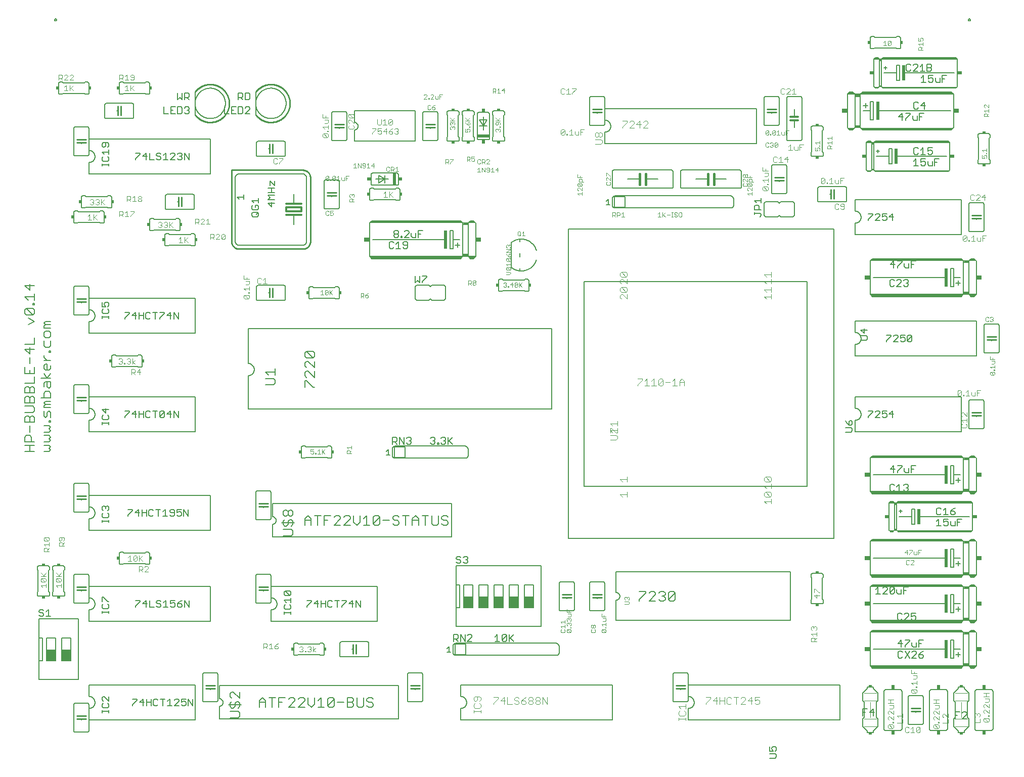
<source format=gto>
G04 EAGLE Gerber RS-274X export*
G75*
%MOMM*%
%FSLAX34Y34*%
%LPD*%
%INSilkscreen Top*%
%IPPOS*%
%AMOC8*
5,1,8,0,0,1.08239X$1,22.5*%
G01*
%ADD10C,0.152400*%
%ADD11C,0.076200*%
%ADD12C,0.177800*%
%ADD13C,0.101600*%
%ADD14C,0.254000*%
%ADD15C,0.304800*%
%ADD16R,0.381000X0.508000*%
%ADD17C,0.127000*%
%ADD18R,0.508000X0.381000*%
%ADD19C,0.406400*%
%ADD20R,2.032000X0.508000*%
%ADD21R,0.508000X0.635000*%
%ADD22R,0.508000X2.032000*%
%ADD23R,0.635000X0.508000*%
%ADD24R,0.508000X3.048000*%
%ADD25R,0.889000X0.762000*%
%ADD26R,0.609600X0.762000*%
%ADD27C,0.050800*%
%ADD28R,0.609600X0.355600*%
%ADD29R,1.524000X1.905000*%
%ADD30R,0.508000X2.540000*%
%ADD31R,0.762000X0.508000*%
%ADD32C,0.203200*%


D10*
X-1907032Y-50038D02*
X-1923302Y-50038D01*
X-1915167Y-50038D02*
X-1915167Y-39191D01*
X-1923302Y-39191D02*
X-1907032Y-39191D01*
X-1907032Y-33666D02*
X-1923302Y-33666D01*
X-1923302Y-25532D01*
X-1920590Y-22820D01*
X-1915167Y-22820D01*
X-1912455Y-25532D01*
X-1912455Y-33666D01*
X-1915167Y-17295D02*
X-1915167Y-6448D01*
X-1907032Y-923D02*
X-1923302Y-923D01*
X-1923302Y7212D01*
X-1920590Y9923D01*
X-1917879Y9923D01*
X-1915167Y7212D01*
X-1912455Y9923D01*
X-1909744Y9923D01*
X-1907032Y7212D01*
X-1907032Y-923D01*
X-1915167Y-923D02*
X-1915167Y7212D01*
X-1909744Y15448D02*
X-1923302Y15448D01*
X-1909744Y15448D02*
X-1907032Y18160D01*
X-1907032Y23583D01*
X-1909744Y26295D01*
X-1923302Y26295D01*
X-1923302Y31820D02*
X-1907032Y31820D01*
X-1923302Y31820D02*
X-1923302Y39955D01*
X-1920590Y42666D01*
X-1917879Y42666D01*
X-1915167Y39955D01*
X-1912455Y42666D01*
X-1909744Y42666D01*
X-1907032Y39955D01*
X-1907032Y31820D01*
X-1915167Y31820D02*
X-1915167Y39955D01*
X-1907032Y48191D02*
X-1923302Y48191D01*
X-1923302Y56326D01*
X-1920590Y59038D01*
X-1917879Y59038D01*
X-1915167Y56326D01*
X-1912455Y59038D01*
X-1909744Y59038D01*
X-1907032Y56326D01*
X-1907032Y48191D01*
X-1915167Y48191D02*
X-1915167Y56326D01*
X-1923302Y64563D02*
X-1907032Y64563D01*
X-1907032Y75410D01*
X-1923302Y80935D02*
X-1923302Y91781D01*
X-1923302Y80935D02*
X-1907032Y80935D01*
X-1907032Y91781D01*
X-1915167Y86358D02*
X-1915167Y80935D01*
X-1915167Y97306D02*
X-1915167Y108153D01*
X-1907032Y121813D02*
X-1923302Y121813D01*
X-1915167Y113678D01*
X-1915167Y124524D01*
X-1923302Y130049D02*
X-1907032Y130049D01*
X-1907032Y140896D01*
X-1917879Y162792D02*
X-1907032Y168216D01*
X-1917879Y173639D01*
X-1920590Y179164D02*
X-1909744Y179164D01*
X-1920590Y179164D02*
X-1923302Y181876D01*
X-1923302Y187299D01*
X-1920590Y190010D01*
X-1909744Y190010D01*
X-1907032Y187299D01*
X-1907032Y181876D01*
X-1909744Y179164D01*
X-1920590Y190010D01*
X-1909744Y195535D02*
X-1907032Y195535D01*
X-1909744Y195535D02*
X-1909744Y198247D01*
X-1907032Y198247D01*
X-1907032Y195535D01*
X-1917879Y203721D02*
X-1923302Y209145D01*
X-1907032Y209145D01*
X-1907032Y214568D02*
X-1907032Y203721D01*
X-1907032Y228228D02*
X-1923302Y228228D01*
X-1915167Y220093D01*
X-1915167Y230939D01*
X-1891209Y-50038D02*
X-1883074Y-50038D01*
X-1880362Y-47326D01*
X-1883074Y-44615D01*
X-1880362Y-41903D01*
X-1883074Y-39191D01*
X-1891209Y-39191D01*
X-1891209Y-33666D02*
X-1883074Y-33666D01*
X-1880362Y-30955D01*
X-1883074Y-28243D01*
X-1880362Y-25532D01*
X-1883074Y-22820D01*
X-1891209Y-22820D01*
X-1891209Y-17295D02*
X-1883074Y-17295D01*
X-1880362Y-14583D01*
X-1883074Y-11872D01*
X-1880362Y-9160D01*
X-1883074Y-6448D01*
X-1891209Y-6448D01*
X-1883074Y-923D02*
X-1880362Y-923D01*
X-1883074Y-923D02*
X-1883074Y1788D01*
X-1880362Y1788D01*
X-1880362Y-923D01*
X-1880362Y7262D02*
X-1880362Y15397D01*
X-1883074Y18109D01*
X-1885785Y15397D01*
X-1885785Y9974D01*
X-1888497Y7262D01*
X-1891209Y9974D01*
X-1891209Y18109D01*
X-1891209Y23634D02*
X-1880362Y23634D01*
X-1891209Y23634D02*
X-1891209Y26346D01*
X-1888497Y29057D01*
X-1880362Y29057D01*
X-1888497Y29057D02*
X-1891209Y31769D01*
X-1888497Y34481D01*
X-1880362Y34481D01*
X-1880362Y40006D02*
X-1896632Y40006D01*
X-1880362Y40006D02*
X-1880362Y48141D01*
X-1883074Y50852D01*
X-1888497Y50852D01*
X-1891209Y48141D01*
X-1891209Y40006D01*
X-1891209Y59089D02*
X-1891209Y64512D01*
X-1888497Y67224D01*
X-1880362Y67224D01*
X-1880362Y59089D01*
X-1883074Y56377D01*
X-1885785Y59089D01*
X-1885785Y67224D01*
X-1880362Y72749D02*
X-1896632Y72749D01*
X-1885785Y72749D02*
X-1880362Y80884D01*
X-1885785Y72749D02*
X-1891209Y80884D01*
X-1880362Y89103D02*
X-1880362Y94527D01*
X-1880362Y89103D02*
X-1883074Y86392D01*
X-1888497Y86392D01*
X-1891209Y89103D01*
X-1891209Y94527D01*
X-1888497Y97238D01*
X-1885785Y97238D01*
X-1885785Y86392D01*
X-1880362Y102763D02*
X-1891209Y102763D01*
X-1885785Y102763D02*
X-1891209Y108187D01*
X-1891209Y110898D01*
X-1883074Y116406D02*
X-1880362Y116406D01*
X-1883074Y116406D02*
X-1883074Y119118D01*
X-1880362Y119118D01*
X-1880362Y116406D01*
X-1891209Y127304D02*
X-1891209Y135439D01*
X-1891209Y127304D02*
X-1888497Y124592D01*
X-1883074Y124592D01*
X-1880362Y127304D01*
X-1880362Y135439D01*
X-1880362Y143675D02*
X-1880362Y149099D01*
X-1883074Y151810D01*
X-1888497Y151810D01*
X-1891209Y149099D01*
X-1891209Y143675D01*
X-1888497Y140964D01*
X-1883074Y140964D01*
X-1880362Y143675D01*
X-1880362Y157335D02*
X-1891209Y157335D01*
X-1891209Y160047D01*
X-1888497Y162758D01*
X-1880362Y162758D01*
X-1888497Y162758D02*
X-1891209Y165470D01*
X-1888497Y168182D01*
X-1880362Y168182D01*
X-1549400Y156210D02*
X-1041400Y156210D01*
X-1041400Y21590D02*
X-1549400Y21590D01*
X-1041400Y21590D02*
X-1041400Y156210D01*
X-1549400Y156210D02*
X-1549400Y97790D01*
X-1549400Y77470D02*
X-1549400Y21590D01*
X-1549400Y77470D02*
X-1549153Y77473D01*
X-1548905Y77482D01*
X-1548658Y77497D01*
X-1548412Y77518D01*
X-1548166Y77545D01*
X-1547921Y77578D01*
X-1547676Y77617D01*
X-1547433Y77662D01*
X-1547191Y77713D01*
X-1546950Y77770D01*
X-1546711Y77832D01*
X-1546473Y77901D01*
X-1546237Y77975D01*
X-1546003Y78055D01*
X-1545771Y78140D01*
X-1545541Y78232D01*
X-1545313Y78328D01*
X-1545088Y78431D01*
X-1544865Y78538D01*
X-1544645Y78652D01*
X-1544428Y78770D01*
X-1544213Y78894D01*
X-1544002Y79023D01*
X-1543794Y79157D01*
X-1543589Y79296D01*
X-1543388Y79440D01*
X-1543190Y79588D01*
X-1542996Y79742D01*
X-1542806Y79900D01*
X-1542620Y80063D01*
X-1542438Y80230D01*
X-1542260Y80402D01*
X-1542086Y80578D01*
X-1541916Y80758D01*
X-1541751Y80943D01*
X-1541591Y81131D01*
X-1541435Y81323D01*
X-1541283Y81519D01*
X-1541137Y81718D01*
X-1540995Y81921D01*
X-1540859Y82128D01*
X-1540727Y82337D01*
X-1540601Y82550D01*
X-1540480Y82766D01*
X-1540364Y82984D01*
X-1540254Y83206D01*
X-1540149Y83430D01*
X-1540049Y83656D01*
X-1539955Y83885D01*
X-1539867Y84116D01*
X-1539784Y84350D01*
X-1539707Y84585D01*
X-1539636Y84822D01*
X-1539570Y85060D01*
X-1539511Y85300D01*
X-1539457Y85542D01*
X-1539409Y85785D01*
X-1539367Y86028D01*
X-1539331Y86273D01*
X-1539301Y86519D01*
X-1539277Y86765D01*
X-1539259Y87012D01*
X-1539247Y87259D01*
X-1539241Y87506D01*
X-1539241Y87754D01*
X-1539247Y88001D01*
X-1539259Y88248D01*
X-1539277Y88495D01*
X-1539301Y88741D01*
X-1539331Y88987D01*
X-1539367Y89232D01*
X-1539409Y89475D01*
X-1539457Y89718D01*
X-1539511Y89960D01*
X-1539570Y90200D01*
X-1539636Y90438D01*
X-1539707Y90675D01*
X-1539784Y90910D01*
X-1539867Y91144D01*
X-1539955Y91375D01*
X-1540049Y91604D01*
X-1540149Y91830D01*
X-1540254Y92054D01*
X-1540364Y92276D01*
X-1540480Y92494D01*
X-1540601Y92710D01*
X-1540727Y92923D01*
X-1540859Y93132D01*
X-1540995Y93339D01*
X-1541137Y93542D01*
X-1541283Y93741D01*
X-1541435Y93937D01*
X-1541591Y94129D01*
X-1541751Y94317D01*
X-1541916Y94502D01*
X-1542086Y94682D01*
X-1542260Y94858D01*
X-1542438Y95030D01*
X-1542620Y95197D01*
X-1542806Y95360D01*
X-1542996Y95518D01*
X-1543190Y95672D01*
X-1543388Y95820D01*
X-1543589Y95964D01*
X-1543794Y96103D01*
X-1544002Y96237D01*
X-1544213Y96366D01*
X-1544428Y96490D01*
X-1544645Y96608D01*
X-1544865Y96722D01*
X-1545088Y96829D01*
X-1545313Y96932D01*
X-1545541Y97028D01*
X-1545771Y97120D01*
X-1546003Y97205D01*
X-1546237Y97285D01*
X-1546473Y97359D01*
X-1546711Y97428D01*
X-1546950Y97490D01*
X-1547191Y97547D01*
X-1547433Y97598D01*
X-1547676Y97643D01*
X-1547921Y97682D01*
X-1548166Y97715D01*
X-1548412Y97742D01*
X-1548658Y97763D01*
X-1548905Y97778D01*
X-1549153Y97787D01*
X-1549400Y97790D01*
X-1520712Y61722D02*
X-1507154Y61722D01*
X-1504442Y64434D01*
X-1504442Y69857D01*
X-1507154Y72569D01*
X-1520712Y72569D01*
X-1515289Y78094D02*
X-1520712Y83517D01*
X-1504442Y83517D01*
X-1504442Y78094D02*
X-1504442Y88940D01*
X-1454672Y68759D02*
X-1454672Y57912D01*
X-1454672Y68759D02*
X-1451960Y68759D01*
X-1441114Y57912D01*
X-1438402Y57912D01*
X-1438402Y74284D02*
X-1438402Y85130D01*
X-1438402Y74284D02*
X-1449249Y85130D01*
X-1451960Y85130D01*
X-1454672Y82419D01*
X-1454672Y76995D01*
X-1451960Y74284D01*
X-1438402Y90655D02*
X-1438402Y101502D01*
X-1438402Y90655D02*
X-1449249Y101502D01*
X-1451960Y101502D01*
X-1454672Y98790D01*
X-1454672Y93367D01*
X-1451960Y90655D01*
X-1451960Y107027D02*
X-1441114Y107027D01*
X-1451960Y107027D02*
X-1454672Y109738D01*
X-1454672Y115162D01*
X-1451960Y117873D01*
X-1441114Y117873D01*
X-1438402Y115162D01*
X-1438402Y109738D01*
X-1441114Y107027D01*
X-1451960Y117873D01*
X-933450Y-298450D02*
X-933450Y-332740D01*
X-933450Y-298450D02*
X-933292Y-298448D01*
X-933133Y-298442D01*
X-932975Y-298432D01*
X-932818Y-298418D01*
X-932660Y-298401D01*
X-932504Y-298379D01*
X-932347Y-298354D01*
X-932192Y-298324D01*
X-932037Y-298291D01*
X-931883Y-298254D01*
X-931730Y-298213D01*
X-931578Y-298168D01*
X-931428Y-298119D01*
X-931278Y-298067D01*
X-931130Y-298011D01*
X-930983Y-297951D01*
X-930838Y-297888D01*
X-930695Y-297821D01*
X-930553Y-297751D01*
X-930413Y-297677D01*
X-930275Y-297599D01*
X-930139Y-297518D01*
X-930005Y-297434D01*
X-929873Y-297347D01*
X-929743Y-297256D01*
X-929616Y-297162D01*
X-929491Y-297065D01*
X-929368Y-296964D01*
X-929248Y-296861D01*
X-929131Y-296755D01*
X-929016Y-296646D01*
X-928904Y-296534D01*
X-928795Y-296419D01*
X-928689Y-296302D01*
X-928586Y-296182D01*
X-928485Y-296059D01*
X-928388Y-295934D01*
X-928294Y-295807D01*
X-928203Y-295677D01*
X-928116Y-295545D01*
X-928032Y-295411D01*
X-927951Y-295275D01*
X-927873Y-295137D01*
X-927799Y-294997D01*
X-927729Y-294855D01*
X-927662Y-294712D01*
X-927599Y-294567D01*
X-927539Y-294420D01*
X-927483Y-294272D01*
X-927431Y-294122D01*
X-927382Y-293972D01*
X-927337Y-293820D01*
X-927296Y-293667D01*
X-927259Y-293513D01*
X-927226Y-293358D01*
X-927196Y-293203D01*
X-927171Y-293046D01*
X-927149Y-292890D01*
X-927132Y-292732D01*
X-927118Y-292575D01*
X-927108Y-292417D01*
X-927102Y-292258D01*
X-927100Y-292100D01*
X-927102Y-291942D01*
X-927108Y-291783D01*
X-927118Y-291625D01*
X-927132Y-291468D01*
X-927149Y-291310D01*
X-927171Y-291154D01*
X-927196Y-290997D01*
X-927226Y-290842D01*
X-927259Y-290687D01*
X-927296Y-290533D01*
X-927337Y-290380D01*
X-927382Y-290228D01*
X-927431Y-290078D01*
X-927483Y-289928D01*
X-927539Y-289780D01*
X-927599Y-289633D01*
X-927662Y-289488D01*
X-927729Y-289345D01*
X-927799Y-289203D01*
X-927873Y-289063D01*
X-927951Y-288925D01*
X-928032Y-288789D01*
X-928116Y-288655D01*
X-928203Y-288523D01*
X-928294Y-288393D01*
X-928388Y-288266D01*
X-928485Y-288141D01*
X-928586Y-288018D01*
X-928689Y-287898D01*
X-928795Y-287781D01*
X-928904Y-287666D01*
X-929016Y-287554D01*
X-929131Y-287445D01*
X-929248Y-287339D01*
X-929368Y-287236D01*
X-929491Y-287135D01*
X-929616Y-287038D01*
X-929743Y-286944D01*
X-929873Y-286853D01*
X-930005Y-286766D01*
X-930139Y-286682D01*
X-930275Y-286601D01*
X-930413Y-286523D01*
X-930553Y-286449D01*
X-930695Y-286379D01*
X-930838Y-286312D01*
X-930983Y-286249D01*
X-931130Y-286189D01*
X-931278Y-286133D01*
X-931428Y-286081D01*
X-931578Y-286032D01*
X-931730Y-285987D01*
X-931883Y-285946D01*
X-932037Y-285909D01*
X-932192Y-285876D01*
X-932347Y-285846D01*
X-932504Y-285821D01*
X-932660Y-285799D01*
X-932818Y-285782D01*
X-932975Y-285768D01*
X-933133Y-285758D01*
X-933292Y-285752D01*
X-933450Y-285750D01*
X-641350Y-251460D02*
X-641350Y-332740D01*
X-933450Y-332740D01*
X-933450Y-285750D02*
X-933450Y-251460D01*
X-641350Y-251460D01*
D11*
X-912708Y-305689D02*
X-918851Y-305689D01*
X-912708Y-305689D02*
X-911479Y-304460D01*
X-911479Y-302003D01*
X-912708Y-300774D01*
X-918851Y-300774D01*
X-917623Y-298205D02*
X-918851Y-296976D01*
X-918851Y-294519D01*
X-917623Y-293290D01*
X-916394Y-293290D01*
X-915165Y-294519D01*
X-915165Y-295747D01*
X-915165Y-294519D02*
X-913936Y-293290D01*
X-912708Y-293290D01*
X-911479Y-294519D01*
X-911479Y-296976D01*
X-912708Y-298205D01*
D12*
X-894461Y-284085D02*
X-883784Y-284085D01*
X-883784Y-286755D01*
X-894461Y-297432D01*
X-894461Y-300101D01*
X-878089Y-300101D02*
X-867412Y-300101D01*
X-878089Y-300101D02*
X-867412Y-289424D01*
X-867412Y-286755D01*
X-870082Y-284085D01*
X-875420Y-284085D01*
X-878089Y-286755D01*
X-861718Y-286755D02*
X-859049Y-284085D01*
X-853710Y-284085D01*
X-851041Y-286755D01*
X-851041Y-289424D01*
X-853710Y-292093D01*
X-856379Y-292093D01*
X-853710Y-292093D02*
X-851041Y-294762D01*
X-851041Y-297432D01*
X-853710Y-300101D01*
X-859049Y-300101D01*
X-861718Y-297432D01*
X-845346Y-297432D02*
X-845346Y-286755D01*
X-842677Y-284085D01*
X-837338Y-284085D01*
X-834669Y-286755D01*
X-834669Y-297432D01*
X-837338Y-300101D01*
X-842677Y-300101D01*
X-845346Y-297432D01*
X-834669Y-286755D01*
D10*
X-952500Y524510D02*
X-698500Y524510D01*
X-698500Y466090D02*
X-952500Y466090D01*
X-698500Y466090D02*
X-698500Y524510D01*
X-952500Y524510D02*
X-952500Y505460D01*
X-952500Y485140D02*
X-952500Y466090D01*
X-952500Y485140D02*
X-952253Y485143D01*
X-952005Y485152D01*
X-951758Y485167D01*
X-951512Y485188D01*
X-951266Y485215D01*
X-951021Y485248D01*
X-950776Y485287D01*
X-950533Y485332D01*
X-950291Y485383D01*
X-950050Y485440D01*
X-949811Y485502D01*
X-949573Y485571D01*
X-949337Y485645D01*
X-949103Y485725D01*
X-948871Y485810D01*
X-948641Y485902D01*
X-948413Y485998D01*
X-948188Y486101D01*
X-947965Y486208D01*
X-947745Y486322D01*
X-947528Y486440D01*
X-947313Y486564D01*
X-947102Y486693D01*
X-946894Y486827D01*
X-946689Y486966D01*
X-946488Y487110D01*
X-946290Y487258D01*
X-946096Y487412D01*
X-945906Y487570D01*
X-945720Y487733D01*
X-945538Y487900D01*
X-945360Y488072D01*
X-945186Y488248D01*
X-945016Y488428D01*
X-944851Y488613D01*
X-944691Y488801D01*
X-944535Y488993D01*
X-944383Y489189D01*
X-944237Y489388D01*
X-944095Y489591D01*
X-943959Y489798D01*
X-943827Y490007D01*
X-943701Y490220D01*
X-943580Y490436D01*
X-943464Y490654D01*
X-943354Y490876D01*
X-943249Y491100D01*
X-943149Y491326D01*
X-943055Y491555D01*
X-942967Y491786D01*
X-942884Y492020D01*
X-942807Y492255D01*
X-942736Y492492D01*
X-942670Y492730D01*
X-942611Y492970D01*
X-942557Y493212D01*
X-942509Y493455D01*
X-942467Y493698D01*
X-942431Y493943D01*
X-942401Y494189D01*
X-942377Y494435D01*
X-942359Y494682D01*
X-942347Y494929D01*
X-942341Y495176D01*
X-942341Y495424D01*
X-942347Y495671D01*
X-942359Y495918D01*
X-942377Y496165D01*
X-942401Y496411D01*
X-942431Y496657D01*
X-942467Y496902D01*
X-942509Y497145D01*
X-942557Y497388D01*
X-942611Y497630D01*
X-942670Y497870D01*
X-942736Y498108D01*
X-942807Y498345D01*
X-942884Y498580D01*
X-942967Y498814D01*
X-943055Y499045D01*
X-943149Y499274D01*
X-943249Y499500D01*
X-943354Y499724D01*
X-943464Y499946D01*
X-943580Y500164D01*
X-943701Y500380D01*
X-943827Y500593D01*
X-943959Y500802D01*
X-944095Y501009D01*
X-944237Y501212D01*
X-944383Y501411D01*
X-944535Y501607D01*
X-944691Y501799D01*
X-944851Y501987D01*
X-945016Y502172D01*
X-945186Y502352D01*
X-945360Y502528D01*
X-945538Y502700D01*
X-945720Y502867D01*
X-945906Y503030D01*
X-946096Y503188D01*
X-946290Y503342D01*
X-946488Y503490D01*
X-946689Y503634D01*
X-946894Y503773D01*
X-947102Y503907D01*
X-947313Y504036D01*
X-947528Y504160D01*
X-947745Y504278D01*
X-947965Y504392D01*
X-948188Y504499D01*
X-948413Y504602D01*
X-948641Y504698D01*
X-948871Y504790D01*
X-949103Y504875D01*
X-949337Y504955D01*
X-949573Y505029D01*
X-949811Y505098D01*
X-950050Y505160D01*
X-950291Y505217D01*
X-950533Y505268D01*
X-950776Y505313D01*
X-951021Y505352D01*
X-951266Y505385D01*
X-951512Y505412D01*
X-951758Y505433D01*
X-952005Y505448D01*
X-952253Y505457D01*
X-952500Y505460D01*
D13*
X-958767Y465328D02*
X-968512Y465328D01*
X-958767Y465328D02*
X-956818Y467277D01*
X-956818Y471175D01*
X-958767Y473124D01*
X-968512Y473124D01*
X-966563Y477022D02*
X-968512Y478971D01*
X-968512Y482869D01*
X-966563Y484818D01*
X-964614Y484818D01*
X-962665Y482869D01*
X-960716Y484818D01*
X-958767Y484818D01*
X-956818Y482869D01*
X-956818Y478971D01*
X-958767Y477022D01*
X-960716Y477022D01*
X-962665Y478971D01*
X-964614Y477022D01*
X-966563Y477022D01*
X-962665Y478971D02*
X-962665Y482869D01*
X-922782Y503692D02*
X-914986Y503692D01*
X-914986Y501743D01*
X-922782Y493947D01*
X-922782Y491998D01*
X-911088Y491998D02*
X-903292Y491998D01*
X-911088Y491998D02*
X-903292Y499794D01*
X-903292Y501743D01*
X-905241Y503692D01*
X-909139Y503692D01*
X-911088Y501743D01*
X-893547Y503692D02*
X-893547Y491998D01*
X-899394Y497845D02*
X-893547Y503692D01*
X-891598Y497845D02*
X-899394Y497845D01*
X-887700Y491998D02*
X-879904Y491998D01*
X-887700Y491998D02*
X-879904Y499794D01*
X-879904Y501743D01*
X-881853Y503692D01*
X-885751Y503692D01*
X-887700Y501743D01*
D10*
X-1028700Y-270510D02*
X-1028700Y-313690D01*
X-1003300Y-313690D02*
X-1003300Y-270510D01*
X-1005840Y-267970D02*
X-1026160Y-267970D01*
X-1026160Y-316230D02*
X-1005840Y-316230D01*
X-1028700Y-270510D02*
X-1028698Y-270410D01*
X-1028692Y-270311D01*
X-1028682Y-270211D01*
X-1028669Y-270113D01*
X-1028651Y-270014D01*
X-1028630Y-269917D01*
X-1028605Y-269821D01*
X-1028576Y-269725D01*
X-1028543Y-269631D01*
X-1028507Y-269538D01*
X-1028467Y-269447D01*
X-1028423Y-269357D01*
X-1028376Y-269269D01*
X-1028326Y-269183D01*
X-1028272Y-269099D01*
X-1028215Y-269017D01*
X-1028155Y-268938D01*
X-1028091Y-268860D01*
X-1028025Y-268786D01*
X-1027956Y-268714D01*
X-1027884Y-268645D01*
X-1027810Y-268579D01*
X-1027732Y-268515D01*
X-1027653Y-268455D01*
X-1027571Y-268398D01*
X-1027487Y-268344D01*
X-1027401Y-268294D01*
X-1027313Y-268247D01*
X-1027223Y-268203D01*
X-1027132Y-268163D01*
X-1027039Y-268127D01*
X-1026945Y-268094D01*
X-1026849Y-268065D01*
X-1026753Y-268040D01*
X-1026656Y-268019D01*
X-1026557Y-268001D01*
X-1026459Y-267988D01*
X-1026359Y-267978D01*
X-1026260Y-267972D01*
X-1026160Y-267970D01*
X-1028700Y-313690D02*
X-1028698Y-313790D01*
X-1028692Y-313889D01*
X-1028682Y-313989D01*
X-1028669Y-314087D01*
X-1028651Y-314186D01*
X-1028630Y-314283D01*
X-1028605Y-314379D01*
X-1028576Y-314475D01*
X-1028543Y-314569D01*
X-1028507Y-314662D01*
X-1028467Y-314753D01*
X-1028423Y-314843D01*
X-1028376Y-314931D01*
X-1028326Y-315017D01*
X-1028272Y-315101D01*
X-1028215Y-315183D01*
X-1028155Y-315262D01*
X-1028091Y-315340D01*
X-1028025Y-315414D01*
X-1027956Y-315486D01*
X-1027884Y-315555D01*
X-1027810Y-315621D01*
X-1027732Y-315685D01*
X-1027653Y-315745D01*
X-1027571Y-315802D01*
X-1027487Y-315856D01*
X-1027401Y-315906D01*
X-1027313Y-315953D01*
X-1027223Y-315997D01*
X-1027132Y-316037D01*
X-1027039Y-316073D01*
X-1026945Y-316106D01*
X-1026849Y-316135D01*
X-1026753Y-316160D01*
X-1026656Y-316181D01*
X-1026557Y-316199D01*
X-1026459Y-316212D01*
X-1026359Y-316222D01*
X-1026260Y-316228D01*
X-1026160Y-316230D01*
X-1003300Y-270510D02*
X-1003302Y-270410D01*
X-1003308Y-270311D01*
X-1003318Y-270211D01*
X-1003331Y-270113D01*
X-1003349Y-270014D01*
X-1003370Y-269917D01*
X-1003395Y-269821D01*
X-1003424Y-269725D01*
X-1003457Y-269631D01*
X-1003493Y-269538D01*
X-1003533Y-269447D01*
X-1003577Y-269357D01*
X-1003624Y-269269D01*
X-1003674Y-269183D01*
X-1003728Y-269099D01*
X-1003785Y-269017D01*
X-1003845Y-268938D01*
X-1003909Y-268860D01*
X-1003975Y-268786D01*
X-1004044Y-268714D01*
X-1004116Y-268645D01*
X-1004190Y-268579D01*
X-1004268Y-268515D01*
X-1004347Y-268455D01*
X-1004429Y-268398D01*
X-1004513Y-268344D01*
X-1004599Y-268294D01*
X-1004687Y-268247D01*
X-1004777Y-268203D01*
X-1004868Y-268163D01*
X-1004961Y-268127D01*
X-1005055Y-268094D01*
X-1005151Y-268065D01*
X-1005247Y-268040D01*
X-1005344Y-268019D01*
X-1005443Y-268001D01*
X-1005541Y-267988D01*
X-1005641Y-267978D01*
X-1005740Y-267972D01*
X-1005840Y-267970D01*
X-1003300Y-313690D02*
X-1003302Y-313790D01*
X-1003308Y-313889D01*
X-1003318Y-313989D01*
X-1003331Y-314087D01*
X-1003349Y-314186D01*
X-1003370Y-314283D01*
X-1003395Y-314379D01*
X-1003424Y-314475D01*
X-1003457Y-314569D01*
X-1003493Y-314662D01*
X-1003533Y-314753D01*
X-1003577Y-314843D01*
X-1003624Y-314931D01*
X-1003674Y-315017D01*
X-1003728Y-315101D01*
X-1003785Y-315183D01*
X-1003845Y-315262D01*
X-1003909Y-315340D01*
X-1003975Y-315414D01*
X-1004044Y-315486D01*
X-1004116Y-315555D01*
X-1004190Y-315621D01*
X-1004268Y-315685D01*
X-1004347Y-315745D01*
X-1004429Y-315802D01*
X-1004513Y-315856D01*
X-1004599Y-315906D01*
X-1004687Y-315953D01*
X-1004777Y-315997D01*
X-1004868Y-316037D01*
X-1004961Y-316073D01*
X-1005055Y-316106D01*
X-1005151Y-316135D01*
X-1005247Y-316160D01*
X-1005344Y-316181D01*
X-1005443Y-316199D01*
X-1005541Y-316212D01*
X-1005641Y-316222D01*
X-1005740Y-316228D01*
X-1005840Y-316230D01*
X-1016000Y-289560D02*
X-1016000Y-288290D01*
D14*
X-1016000Y-289560D02*
X-1023620Y-289560D01*
X-1016000Y-289560D02*
X-1008380Y-289560D01*
X-1016000Y-294640D02*
X-1023620Y-294640D01*
X-1016000Y-294640D02*
X-1008380Y-294640D01*
D10*
X-1016000Y-294640D02*
X-1016000Y-295910D01*
D11*
X-1025065Y-347764D02*
X-1026293Y-348993D01*
X-1026293Y-351450D01*
X-1025065Y-352679D01*
X-1020150Y-352679D01*
X-1018921Y-351450D01*
X-1018921Y-348993D01*
X-1020150Y-347764D01*
X-1023836Y-345195D02*
X-1026293Y-342737D01*
X-1018921Y-342737D01*
X-1018921Y-340280D02*
X-1018921Y-345195D01*
X-1023836Y-337711D02*
X-1026293Y-335253D01*
X-1018921Y-335253D01*
X-1018921Y-332796D02*
X-1018921Y-337711D01*
X-1014905Y-352679D02*
X-1009990Y-352679D01*
X-1014905Y-352679D02*
X-1016133Y-351450D01*
X-1016133Y-348993D01*
X-1014905Y-347764D01*
X-1009990Y-347764D01*
X-1008761Y-348993D01*
X-1008761Y-351450D01*
X-1009990Y-352679D01*
X-1014905Y-347764D01*
X-1009990Y-345195D02*
X-1008761Y-345195D01*
X-1009990Y-345195D02*
X-1009990Y-343966D01*
X-1008761Y-343966D01*
X-1008761Y-345195D01*
X-1014905Y-341453D02*
X-1016133Y-340224D01*
X-1016133Y-337767D01*
X-1014905Y-336538D01*
X-1013676Y-336538D01*
X-1012447Y-337767D01*
X-1012447Y-338995D01*
X-1012447Y-337767D02*
X-1011218Y-336538D01*
X-1009990Y-336538D01*
X-1008761Y-337767D01*
X-1008761Y-340224D01*
X-1009990Y-341453D01*
X-1014905Y-333969D02*
X-1016133Y-332740D01*
X-1016133Y-330283D01*
X-1014905Y-329054D01*
X-1013676Y-329054D01*
X-1012447Y-330283D01*
X-1012447Y-331511D01*
X-1012447Y-330283D02*
X-1011218Y-329054D01*
X-1009990Y-329054D01*
X-1008761Y-330283D01*
X-1008761Y-332740D01*
X-1009990Y-333969D01*
X-1009990Y-326484D02*
X-1013676Y-326484D01*
X-1009990Y-326484D02*
X-1008761Y-325256D01*
X-1008761Y-321570D01*
X-1013676Y-321570D01*
X-1016133Y-319000D02*
X-1008761Y-319000D01*
X-1016133Y-319000D02*
X-1016133Y-314085D01*
X-1012447Y-316543D02*
X-1012447Y-319000D01*
D15*
X-635000Y511048D02*
X-628650Y511048D01*
X-635000Y511048D02*
X-641350Y511048D01*
D10*
X-635000Y511048D02*
X-635000Y523240D01*
D15*
X-635000Y504698D02*
X-628650Y504698D01*
X-635000Y504698D02*
X-641350Y504698D01*
D10*
X-635000Y504698D02*
X-635000Y492760D01*
X-624840Y544830D02*
X-645160Y544830D01*
X-647700Y542290D02*
X-647700Y473710D01*
X-645160Y471170D02*
X-624840Y471170D01*
X-622300Y473710D02*
X-622300Y542290D01*
X-622300Y473710D02*
X-622302Y473610D01*
X-622308Y473511D01*
X-622318Y473411D01*
X-622331Y473313D01*
X-622349Y473214D01*
X-622370Y473117D01*
X-622395Y473021D01*
X-622424Y472925D01*
X-622457Y472831D01*
X-622493Y472738D01*
X-622533Y472647D01*
X-622577Y472557D01*
X-622624Y472469D01*
X-622674Y472383D01*
X-622728Y472299D01*
X-622785Y472217D01*
X-622845Y472138D01*
X-622909Y472060D01*
X-622975Y471986D01*
X-623044Y471914D01*
X-623116Y471845D01*
X-623190Y471779D01*
X-623268Y471715D01*
X-623347Y471655D01*
X-623429Y471598D01*
X-623513Y471544D01*
X-623599Y471494D01*
X-623687Y471447D01*
X-623777Y471403D01*
X-623868Y471363D01*
X-623961Y471327D01*
X-624055Y471294D01*
X-624151Y471265D01*
X-624247Y471240D01*
X-624344Y471219D01*
X-624443Y471201D01*
X-624541Y471188D01*
X-624641Y471178D01*
X-624740Y471172D01*
X-624840Y471170D01*
X-645160Y471170D02*
X-645260Y471172D01*
X-645359Y471178D01*
X-645459Y471188D01*
X-645557Y471201D01*
X-645656Y471219D01*
X-645753Y471240D01*
X-645849Y471265D01*
X-645945Y471294D01*
X-646039Y471327D01*
X-646132Y471363D01*
X-646223Y471403D01*
X-646313Y471447D01*
X-646401Y471494D01*
X-646487Y471544D01*
X-646571Y471598D01*
X-646653Y471655D01*
X-646732Y471715D01*
X-646810Y471779D01*
X-646884Y471845D01*
X-646956Y471914D01*
X-647025Y471986D01*
X-647091Y472060D01*
X-647155Y472138D01*
X-647215Y472217D01*
X-647272Y472299D01*
X-647326Y472383D01*
X-647376Y472469D01*
X-647423Y472557D01*
X-647467Y472647D01*
X-647507Y472738D01*
X-647543Y472831D01*
X-647576Y472925D01*
X-647605Y473021D01*
X-647630Y473117D01*
X-647651Y473214D01*
X-647669Y473313D01*
X-647682Y473411D01*
X-647692Y473511D01*
X-647698Y473610D01*
X-647700Y473710D01*
X-647700Y542290D02*
X-647698Y542390D01*
X-647692Y542489D01*
X-647682Y542589D01*
X-647669Y542687D01*
X-647651Y542786D01*
X-647630Y542883D01*
X-647605Y542979D01*
X-647576Y543075D01*
X-647543Y543169D01*
X-647507Y543262D01*
X-647467Y543353D01*
X-647423Y543443D01*
X-647376Y543531D01*
X-647326Y543617D01*
X-647272Y543701D01*
X-647215Y543783D01*
X-647155Y543862D01*
X-647091Y543940D01*
X-647025Y544014D01*
X-646956Y544086D01*
X-646884Y544155D01*
X-646810Y544221D01*
X-646732Y544285D01*
X-646653Y544345D01*
X-646571Y544402D01*
X-646487Y544456D01*
X-646401Y544506D01*
X-646313Y544553D01*
X-646223Y544597D01*
X-646132Y544637D01*
X-646039Y544673D01*
X-645945Y544706D01*
X-645849Y544735D01*
X-645753Y544760D01*
X-645656Y544781D01*
X-645557Y544799D01*
X-645459Y544812D01*
X-645359Y544822D01*
X-645260Y544828D01*
X-645160Y544830D01*
X-624840Y544830D02*
X-624740Y544828D01*
X-624641Y544822D01*
X-624541Y544812D01*
X-624443Y544799D01*
X-624344Y544781D01*
X-624247Y544760D01*
X-624151Y544735D01*
X-624055Y544706D01*
X-623961Y544673D01*
X-623868Y544637D01*
X-623777Y544597D01*
X-623687Y544553D01*
X-623599Y544506D01*
X-623513Y544456D01*
X-623429Y544402D01*
X-623347Y544345D01*
X-623268Y544285D01*
X-623190Y544221D01*
X-623116Y544155D01*
X-623044Y544086D01*
X-622975Y544014D01*
X-622909Y543940D01*
X-622845Y543862D01*
X-622785Y543783D01*
X-622728Y543701D01*
X-622674Y543617D01*
X-622624Y543531D01*
X-622577Y543443D01*
X-622533Y543353D01*
X-622493Y543262D01*
X-622457Y543169D01*
X-622424Y543075D01*
X-622395Y542979D01*
X-622370Y542883D01*
X-622349Y542786D01*
X-622331Y542687D01*
X-622318Y542589D01*
X-622308Y542489D01*
X-622302Y542390D01*
X-622300Y542290D01*
D13*
X-651251Y556775D02*
X-652776Y558300D01*
X-655827Y558300D01*
X-657352Y556775D01*
X-657352Y550673D01*
X-655827Y549148D01*
X-652776Y549148D01*
X-651251Y550673D01*
X-647997Y549148D02*
X-641896Y549148D01*
X-647997Y549148D02*
X-641896Y555249D01*
X-641896Y556775D01*
X-643421Y558300D01*
X-646472Y558300D01*
X-647997Y556775D01*
X-638642Y555249D02*
X-635591Y558300D01*
X-635591Y549148D01*
X-638642Y549148D02*
X-632540Y549148D01*
X-641601Y464320D02*
X-644652Y461269D01*
X-641601Y464320D02*
X-641601Y455168D01*
X-638551Y455168D02*
X-644652Y455168D01*
X-635297Y456693D02*
X-635297Y461269D01*
X-635297Y456693D02*
X-633772Y455168D01*
X-629196Y455168D01*
X-629196Y461269D01*
X-625942Y464320D02*
X-625942Y455168D01*
X-625942Y464320D02*
X-619840Y464320D01*
X-622891Y459744D02*
X-625942Y459744D01*
D10*
X-508000Y642620D02*
X-507998Y642720D01*
X-507992Y642819D01*
X-507982Y642919D01*
X-507969Y643017D01*
X-507951Y643116D01*
X-507930Y643213D01*
X-507905Y643309D01*
X-507876Y643405D01*
X-507843Y643499D01*
X-507807Y643592D01*
X-507767Y643683D01*
X-507723Y643773D01*
X-507676Y643861D01*
X-507626Y643947D01*
X-507572Y644031D01*
X-507515Y644113D01*
X-507455Y644192D01*
X-507391Y644270D01*
X-507325Y644344D01*
X-507256Y644416D01*
X-507184Y644485D01*
X-507110Y644551D01*
X-507032Y644615D01*
X-506953Y644675D01*
X-506871Y644732D01*
X-506787Y644786D01*
X-506701Y644836D01*
X-506613Y644883D01*
X-506523Y644927D01*
X-506432Y644967D01*
X-506339Y645003D01*
X-506245Y645036D01*
X-506149Y645065D01*
X-506053Y645090D01*
X-505956Y645111D01*
X-505857Y645129D01*
X-505759Y645142D01*
X-505659Y645152D01*
X-505560Y645158D01*
X-505460Y645160D01*
X-508000Y627380D02*
X-507998Y627280D01*
X-507992Y627181D01*
X-507982Y627081D01*
X-507969Y626983D01*
X-507951Y626884D01*
X-507930Y626787D01*
X-507905Y626691D01*
X-507876Y626595D01*
X-507843Y626501D01*
X-507807Y626408D01*
X-507767Y626317D01*
X-507723Y626227D01*
X-507676Y626139D01*
X-507626Y626053D01*
X-507572Y625969D01*
X-507515Y625887D01*
X-507455Y625808D01*
X-507391Y625730D01*
X-507325Y625656D01*
X-507256Y625584D01*
X-507184Y625515D01*
X-507110Y625449D01*
X-507032Y625385D01*
X-506953Y625325D01*
X-506871Y625268D01*
X-506787Y625214D01*
X-506701Y625164D01*
X-506613Y625117D01*
X-506523Y625073D01*
X-506432Y625033D01*
X-506339Y624997D01*
X-506245Y624964D01*
X-506149Y624935D01*
X-506053Y624910D01*
X-505956Y624889D01*
X-505857Y624871D01*
X-505759Y624858D01*
X-505659Y624848D01*
X-505560Y624842D01*
X-505460Y624840D01*
X-459740Y624840D02*
X-459640Y624842D01*
X-459541Y624848D01*
X-459441Y624858D01*
X-459343Y624871D01*
X-459244Y624889D01*
X-459147Y624910D01*
X-459051Y624935D01*
X-458955Y624964D01*
X-458861Y624997D01*
X-458768Y625033D01*
X-458677Y625073D01*
X-458587Y625117D01*
X-458499Y625164D01*
X-458413Y625214D01*
X-458329Y625268D01*
X-458247Y625325D01*
X-458168Y625385D01*
X-458090Y625449D01*
X-458016Y625515D01*
X-457944Y625584D01*
X-457875Y625656D01*
X-457809Y625730D01*
X-457745Y625808D01*
X-457685Y625887D01*
X-457628Y625969D01*
X-457574Y626053D01*
X-457524Y626139D01*
X-457477Y626227D01*
X-457433Y626317D01*
X-457393Y626408D01*
X-457357Y626501D01*
X-457324Y626595D01*
X-457295Y626691D01*
X-457270Y626787D01*
X-457249Y626884D01*
X-457231Y626983D01*
X-457218Y627081D01*
X-457208Y627181D01*
X-457202Y627280D01*
X-457200Y627380D01*
X-457200Y642620D02*
X-457202Y642720D01*
X-457208Y642819D01*
X-457218Y642919D01*
X-457231Y643017D01*
X-457249Y643116D01*
X-457270Y643213D01*
X-457295Y643309D01*
X-457324Y643405D01*
X-457357Y643499D01*
X-457393Y643592D01*
X-457433Y643683D01*
X-457477Y643773D01*
X-457524Y643861D01*
X-457574Y643947D01*
X-457628Y644031D01*
X-457685Y644113D01*
X-457745Y644192D01*
X-457809Y644270D01*
X-457875Y644344D01*
X-457944Y644416D01*
X-458016Y644485D01*
X-458090Y644551D01*
X-458168Y644615D01*
X-458247Y644675D01*
X-458329Y644732D01*
X-458413Y644786D01*
X-458499Y644836D01*
X-458587Y644883D01*
X-458677Y644927D01*
X-458768Y644967D01*
X-458861Y645003D01*
X-458955Y645036D01*
X-459051Y645065D01*
X-459147Y645090D01*
X-459244Y645111D01*
X-459343Y645129D01*
X-459441Y645142D01*
X-459541Y645152D01*
X-459640Y645158D01*
X-459740Y645160D01*
X-508000Y642620D02*
X-508000Y627380D01*
X-505460Y645160D02*
X-501650Y645160D01*
X-500380Y643890D01*
X-501650Y624840D02*
X-505460Y624840D01*
X-501650Y624840D02*
X-500380Y626110D01*
X-464820Y643890D02*
X-463550Y645160D01*
X-464820Y643890D02*
X-500380Y643890D01*
X-464820Y626110D02*
X-463550Y624840D01*
X-464820Y626110D02*
X-500380Y626110D01*
X-463550Y645160D02*
X-459740Y645160D01*
X-459740Y624840D02*
X-463550Y624840D01*
X-457200Y627380D02*
X-457200Y642620D01*
D16*
X-455295Y635000D03*
X-509905Y635000D03*
D11*
X-427107Y622681D02*
X-419735Y622681D01*
X-427107Y622681D02*
X-427107Y626367D01*
X-425879Y627596D01*
X-423421Y627596D01*
X-422192Y626367D01*
X-422192Y622681D01*
X-422192Y625138D02*
X-419735Y627596D01*
X-424650Y630165D02*
X-427107Y632623D01*
X-419735Y632623D01*
X-419735Y635080D02*
X-419735Y630165D01*
X-427107Y637649D02*
X-427107Y642564D01*
X-427107Y637649D02*
X-423421Y637649D01*
X-424650Y640107D01*
X-424650Y641335D01*
X-423421Y642564D01*
X-420964Y642564D01*
X-419735Y641335D01*
X-419735Y638878D01*
X-420964Y637649D01*
X-483318Y637927D02*
X-485775Y635470D01*
X-483318Y637927D02*
X-483318Y630555D01*
X-485775Y630555D02*
X-480860Y630555D01*
X-478291Y631784D02*
X-478291Y636699D01*
X-477062Y637927D01*
X-474605Y637927D01*
X-473376Y636699D01*
X-473376Y631784D01*
X-474605Y630555D01*
X-477062Y630555D01*
X-478291Y631784D01*
X-473376Y636699D01*
D13*
X-926602Y-96188D02*
X-922704Y-100086D01*
X-926602Y-96188D02*
X-914908Y-96188D01*
X-914908Y-100086D02*
X-914908Y-92290D01*
X-685302Y-107882D02*
X-681404Y-111780D01*
X-685302Y-107882D02*
X-673608Y-107882D01*
X-673608Y-111780D02*
X-673608Y-103984D01*
X-675557Y-100086D02*
X-683353Y-100086D01*
X-685302Y-98137D01*
X-685302Y-94239D01*
X-683353Y-92290D01*
X-675557Y-92290D01*
X-673608Y-94239D01*
X-673608Y-98137D01*
X-675557Y-100086D01*
X-683353Y-92290D01*
X-681404Y205720D02*
X-685302Y209618D01*
X-673608Y209618D01*
X-673608Y205720D02*
X-673608Y213516D01*
X-681404Y217414D02*
X-685302Y221312D01*
X-673608Y221312D01*
X-673608Y217414D02*
X-673608Y225210D01*
X-914908Y213516D02*
X-914908Y205720D01*
X-922704Y213516D01*
X-924653Y213516D01*
X-926602Y211567D01*
X-926602Y207669D01*
X-924653Y205720D01*
X-924653Y217414D02*
X-916857Y217414D01*
X-924653Y217414D02*
X-926602Y219363D01*
X-926602Y223261D01*
X-924653Y225210D01*
X-916857Y225210D01*
X-914908Y223261D01*
X-914908Y219363D01*
X-916857Y217414D01*
X-924653Y225210D01*
D17*
X-613410Y234950D02*
X-613410Y-107950D01*
X-986790Y-107950D01*
X-986790Y234950D01*
X-613410Y234950D01*
D13*
X-933367Y-29972D02*
X-943112Y-29972D01*
X-933367Y-29972D02*
X-931418Y-28023D01*
X-931418Y-24125D01*
X-933367Y-22176D01*
X-943112Y-22176D01*
X-943112Y-18278D02*
X-943112Y-10482D01*
X-941163Y-10482D01*
X-933367Y-18278D01*
X-931418Y-18278D01*
X-897382Y71892D02*
X-889586Y71892D01*
X-889586Y69943D01*
X-897382Y62147D01*
X-897382Y60198D01*
X-885688Y67994D02*
X-881790Y71892D01*
X-881790Y60198D01*
X-885688Y60198D02*
X-877892Y60198D01*
X-873994Y67994D02*
X-870096Y71892D01*
X-870096Y60198D01*
X-873994Y60198D02*
X-866198Y60198D01*
X-862300Y62147D02*
X-862300Y69943D01*
X-860351Y71892D01*
X-856453Y71892D01*
X-854504Y69943D01*
X-854504Y62147D01*
X-856453Y60198D01*
X-860351Y60198D01*
X-862300Y62147D01*
X-854504Y69943D01*
X-850606Y66045D02*
X-842810Y66045D01*
X-838912Y67994D02*
X-835014Y71892D01*
X-835014Y60198D01*
X-838912Y60198D02*
X-831116Y60198D01*
X-827218Y60198D02*
X-827218Y67994D01*
X-823320Y71892D01*
X-819422Y67994D01*
X-819422Y60198D01*
X-819422Y66045D02*
X-827218Y66045D01*
D10*
X-660400Y365760D02*
X-657860Y368300D01*
X-660400Y365760D02*
X-662940Y368300D01*
X-660400Y345440D02*
X-657860Y342900D01*
X-660400Y345440D02*
X-662940Y342900D01*
X-683260Y342900D01*
X-685800Y345440D01*
X-637540Y342900D02*
X-635000Y345440D01*
X-637540Y342900D02*
X-657860Y342900D01*
X-635000Y345440D02*
X-635000Y365760D01*
X-637540Y368300D01*
X-657860Y368300D01*
X-662940Y368300D02*
X-683260Y368300D01*
X-685800Y365760D01*
X-685800Y345440D01*
D17*
X-690245Y345442D02*
X-692152Y343535D01*
X-690245Y345442D02*
X-690245Y347348D01*
X-692152Y349255D01*
X-701685Y349255D01*
X-701685Y347348D02*
X-701685Y351162D01*
X-701685Y355229D02*
X-690245Y355229D01*
X-701685Y355229D02*
X-701685Y360949D01*
X-699778Y362855D01*
X-695965Y362855D01*
X-694058Y360949D01*
X-694058Y355229D01*
X-697872Y366923D02*
X-701685Y370736D01*
X-690245Y370736D01*
X-690245Y366923D02*
X-690245Y374549D01*
D10*
X-607060Y-302260D02*
X-607058Y-302360D01*
X-607052Y-302459D01*
X-607042Y-302559D01*
X-607029Y-302657D01*
X-607011Y-302756D01*
X-606990Y-302853D01*
X-606965Y-302949D01*
X-606936Y-303045D01*
X-606903Y-303139D01*
X-606867Y-303232D01*
X-606827Y-303323D01*
X-606783Y-303413D01*
X-606736Y-303501D01*
X-606686Y-303587D01*
X-606632Y-303671D01*
X-606575Y-303753D01*
X-606515Y-303832D01*
X-606451Y-303910D01*
X-606385Y-303984D01*
X-606316Y-304056D01*
X-606244Y-304125D01*
X-606170Y-304191D01*
X-606092Y-304255D01*
X-606013Y-304315D01*
X-605931Y-304372D01*
X-605847Y-304426D01*
X-605761Y-304476D01*
X-605673Y-304523D01*
X-605583Y-304567D01*
X-605492Y-304607D01*
X-605399Y-304643D01*
X-605305Y-304676D01*
X-605209Y-304705D01*
X-605113Y-304730D01*
X-605016Y-304751D01*
X-604917Y-304769D01*
X-604819Y-304782D01*
X-604719Y-304792D01*
X-604620Y-304798D01*
X-604520Y-304800D01*
X-589280Y-304800D02*
X-589180Y-304798D01*
X-589081Y-304792D01*
X-588981Y-304782D01*
X-588883Y-304769D01*
X-588784Y-304751D01*
X-588687Y-304730D01*
X-588591Y-304705D01*
X-588495Y-304676D01*
X-588401Y-304643D01*
X-588308Y-304607D01*
X-588217Y-304567D01*
X-588127Y-304523D01*
X-588039Y-304476D01*
X-587953Y-304426D01*
X-587869Y-304372D01*
X-587787Y-304315D01*
X-587708Y-304255D01*
X-587630Y-304191D01*
X-587556Y-304125D01*
X-587484Y-304056D01*
X-587415Y-303984D01*
X-587349Y-303910D01*
X-587285Y-303832D01*
X-587225Y-303753D01*
X-587168Y-303671D01*
X-587114Y-303587D01*
X-587064Y-303501D01*
X-587017Y-303413D01*
X-586973Y-303323D01*
X-586933Y-303232D01*
X-586897Y-303139D01*
X-586864Y-303045D01*
X-586835Y-302949D01*
X-586810Y-302853D01*
X-586789Y-302756D01*
X-586771Y-302657D01*
X-586758Y-302559D01*
X-586748Y-302459D01*
X-586742Y-302360D01*
X-586740Y-302260D01*
X-586740Y-256540D02*
X-586742Y-256440D01*
X-586748Y-256341D01*
X-586758Y-256241D01*
X-586771Y-256143D01*
X-586789Y-256044D01*
X-586810Y-255947D01*
X-586835Y-255851D01*
X-586864Y-255755D01*
X-586897Y-255661D01*
X-586933Y-255568D01*
X-586973Y-255477D01*
X-587017Y-255387D01*
X-587064Y-255299D01*
X-587114Y-255213D01*
X-587168Y-255129D01*
X-587225Y-255047D01*
X-587285Y-254968D01*
X-587349Y-254890D01*
X-587415Y-254816D01*
X-587484Y-254744D01*
X-587556Y-254675D01*
X-587630Y-254609D01*
X-587708Y-254545D01*
X-587787Y-254485D01*
X-587869Y-254428D01*
X-587953Y-254374D01*
X-588039Y-254324D01*
X-588127Y-254277D01*
X-588217Y-254233D01*
X-588308Y-254193D01*
X-588401Y-254157D01*
X-588495Y-254124D01*
X-588591Y-254095D01*
X-588687Y-254070D01*
X-588784Y-254049D01*
X-588883Y-254031D01*
X-588981Y-254018D01*
X-589081Y-254008D01*
X-589180Y-254002D01*
X-589280Y-254000D01*
X-604520Y-254000D02*
X-604620Y-254002D01*
X-604719Y-254008D01*
X-604819Y-254018D01*
X-604917Y-254031D01*
X-605016Y-254049D01*
X-605113Y-254070D01*
X-605209Y-254095D01*
X-605305Y-254124D01*
X-605399Y-254157D01*
X-605492Y-254193D01*
X-605583Y-254233D01*
X-605673Y-254277D01*
X-605761Y-254324D01*
X-605847Y-254374D01*
X-605931Y-254428D01*
X-606013Y-254485D01*
X-606092Y-254545D01*
X-606170Y-254609D01*
X-606244Y-254675D01*
X-606316Y-254744D01*
X-606385Y-254816D01*
X-606451Y-254890D01*
X-606515Y-254968D01*
X-606575Y-255047D01*
X-606632Y-255129D01*
X-606686Y-255213D01*
X-606736Y-255299D01*
X-606783Y-255387D01*
X-606827Y-255477D01*
X-606867Y-255568D01*
X-606903Y-255661D01*
X-606936Y-255755D01*
X-606965Y-255851D01*
X-606990Y-255947D01*
X-607011Y-256044D01*
X-607029Y-256143D01*
X-607042Y-256241D01*
X-607052Y-256341D01*
X-607058Y-256440D01*
X-607060Y-256540D01*
X-604520Y-304800D02*
X-589280Y-304800D01*
X-607060Y-302260D02*
X-607060Y-298450D01*
X-605790Y-297180D01*
X-586740Y-298450D02*
X-586740Y-302260D01*
X-586740Y-298450D02*
X-588010Y-297180D01*
X-605790Y-261620D02*
X-607060Y-260350D01*
X-605790Y-261620D02*
X-605790Y-297180D01*
X-588010Y-261620D02*
X-586740Y-260350D01*
X-588010Y-261620D02*
X-588010Y-297180D01*
X-607060Y-260350D02*
X-607060Y-256540D01*
X-586740Y-256540D02*
X-586740Y-260350D01*
X-589280Y-254000D02*
X-604520Y-254000D01*
D18*
X-596900Y-252095D03*
X-596900Y-306705D03*
D13*
X-597662Y-367792D02*
X-606814Y-367792D01*
X-606814Y-363216D01*
X-605289Y-361691D01*
X-602238Y-361691D01*
X-600713Y-363216D01*
X-600713Y-367792D01*
X-600713Y-364741D02*
X-597662Y-361691D01*
X-603763Y-358437D02*
X-606814Y-355386D01*
X-597662Y-355386D01*
X-597662Y-352336D02*
X-597662Y-358437D01*
X-605289Y-349082D02*
X-606814Y-347556D01*
X-606814Y-344506D01*
X-605289Y-342980D01*
X-603763Y-342980D01*
X-602238Y-344506D01*
X-602238Y-346031D01*
X-602238Y-344506D02*
X-600713Y-342980D01*
X-599187Y-342980D01*
X-597662Y-344506D01*
X-597662Y-347556D01*
X-599187Y-349082D01*
X-601734Y-290572D02*
X-592582Y-290572D01*
X-597158Y-295148D02*
X-601734Y-290572D01*
X-597158Y-289047D02*
X-597158Y-295148D01*
X-601734Y-285793D02*
X-601734Y-279692D01*
X-600209Y-279692D01*
X-594107Y-285793D01*
X-592582Y-285793D01*
D10*
X-840740Y421640D02*
X-937260Y421640D01*
X-939800Y419100D02*
X-939800Y393700D01*
X-937260Y391160D02*
X-840740Y391160D01*
X-838200Y393700D02*
X-838200Y419100D01*
X-838202Y419200D01*
X-838208Y419299D01*
X-838218Y419399D01*
X-838231Y419497D01*
X-838249Y419596D01*
X-838270Y419693D01*
X-838295Y419789D01*
X-838324Y419885D01*
X-838357Y419979D01*
X-838393Y420072D01*
X-838433Y420163D01*
X-838477Y420253D01*
X-838524Y420341D01*
X-838574Y420427D01*
X-838628Y420511D01*
X-838685Y420593D01*
X-838745Y420672D01*
X-838809Y420750D01*
X-838875Y420824D01*
X-838944Y420896D01*
X-839016Y420965D01*
X-839090Y421031D01*
X-839168Y421095D01*
X-839247Y421155D01*
X-839329Y421212D01*
X-839413Y421266D01*
X-839499Y421316D01*
X-839587Y421363D01*
X-839677Y421407D01*
X-839768Y421447D01*
X-839861Y421483D01*
X-839955Y421516D01*
X-840051Y421545D01*
X-840147Y421570D01*
X-840244Y421591D01*
X-840343Y421609D01*
X-840441Y421622D01*
X-840541Y421632D01*
X-840640Y421638D01*
X-840740Y421640D01*
X-838200Y393700D02*
X-838202Y393600D01*
X-838208Y393501D01*
X-838218Y393401D01*
X-838231Y393303D01*
X-838249Y393204D01*
X-838270Y393107D01*
X-838295Y393011D01*
X-838324Y392915D01*
X-838357Y392821D01*
X-838393Y392728D01*
X-838433Y392637D01*
X-838477Y392547D01*
X-838524Y392459D01*
X-838574Y392373D01*
X-838628Y392289D01*
X-838685Y392207D01*
X-838745Y392128D01*
X-838809Y392050D01*
X-838875Y391976D01*
X-838944Y391904D01*
X-839016Y391835D01*
X-839090Y391769D01*
X-839168Y391705D01*
X-839247Y391645D01*
X-839329Y391588D01*
X-839413Y391534D01*
X-839499Y391484D01*
X-839587Y391437D01*
X-839677Y391393D01*
X-839768Y391353D01*
X-839861Y391317D01*
X-839955Y391284D01*
X-840051Y391255D01*
X-840147Y391230D01*
X-840244Y391209D01*
X-840343Y391191D01*
X-840441Y391178D01*
X-840541Y391168D01*
X-840640Y391162D01*
X-840740Y391160D01*
X-937260Y391160D02*
X-937360Y391162D01*
X-937459Y391168D01*
X-937559Y391178D01*
X-937657Y391191D01*
X-937756Y391209D01*
X-937853Y391230D01*
X-937949Y391255D01*
X-938045Y391284D01*
X-938139Y391317D01*
X-938232Y391353D01*
X-938323Y391393D01*
X-938413Y391437D01*
X-938501Y391484D01*
X-938587Y391534D01*
X-938671Y391588D01*
X-938753Y391645D01*
X-938832Y391705D01*
X-938910Y391769D01*
X-938984Y391835D01*
X-939056Y391904D01*
X-939125Y391976D01*
X-939191Y392050D01*
X-939255Y392128D01*
X-939315Y392207D01*
X-939372Y392289D01*
X-939426Y392373D01*
X-939476Y392459D01*
X-939523Y392547D01*
X-939567Y392637D01*
X-939607Y392728D01*
X-939643Y392821D01*
X-939676Y392915D01*
X-939705Y393011D01*
X-939730Y393107D01*
X-939751Y393204D01*
X-939769Y393303D01*
X-939782Y393401D01*
X-939792Y393501D01*
X-939798Y393600D01*
X-939800Y393700D01*
X-939800Y419100D02*
X-939798Y419200D01*
X-939792Y419299D01*
X-939782Y419399D01*
X-939769Y419497D01*
X-939751Y419596D01*
X-939730Y419693D01*
X-939705Y419789D01*
X-939676Y419885D01*
X-939643Y419979D01*
X-939607Y420072D01*
X-939567Y420163D01*
X-939523Y420253D01*
X-939476Y420341D01*
X-939426Y420427D01*
X-939372Y420511D01*
X-939315Y420593D01*
X-939255Y420672D01*
X-939191Y420750D01*
X-939125Y420824D01*
X-939056Y420896D01*
X-938984Y420965D01*
X-938910Y421031D01*
X-938832Y421095D01*
X-938753Y421155D01*
X-938671Y421212D01*
X-938587Y421266D01*
X-938501Y421316D01*
X-938413Y421363D01*
X-938323Y421407D01*
X-938232Y421447D01*
X-938139Y421483D01*
X-938045Y421516D01*
X-937949Y421545D01*
X-937853Y421570D01*
X-937756Y421591D01*
X-937657Y421609D01*
X-937559Y421622D01*
X-937459Y421632D01*
X-937360Y421638D01*
X-937260Y421640D01*
X-883920Y406400D02*
X-863600Y406400D01*
X-894080Y406400D02*
X-914400Y406400D01*
D19*
X-894080Y406400D02*
X-894080Y415290D01*
X-894080Y406400D02*
X-894080Y397510D01*
X-883920Y406400D02*
X-883920Y415290D01*
X-883920Y406400D02*
X-883920Y397510D01*
D11*
X-948865Y401536D02*
X-950093Y400307D01*
X-950093Y397850D01*
X-948865Y396621D01*
X-943950Y396621D01*
X-942721Y397850D01*
X-942721Y400307D01*
X-943950Y401536D01*
X-942721Y404105D02*
X-942721Y409020D01*
X-942721Y404105D02*
X-947636Y409020D01*
X-948865Y409020D01*
X-950093Y407791D01*
X-950093Y405334D01*
X-948865Y404105D01*
X-950093Y411589D02*
X-950093Y416504D01*
X-948865Y416504D01*
X-943950Y411589D01*
X-942721Y411589D01*
X-995388Y379520D02*
X-997845Y381978D01*
X-990473Y381978D01*
X-990473Y384435D02*
X-990473Y379520D01*
X-990473Y387004D02*
X-990473Y391919D01*
X-990473Y387004D02*
X-995388Y391919D01*
X-996617Y391919D01*
X-997845Y390691D01*
X-997845Y388233D01*
X-996617Y387004D01*
X-996617Y394489D02*
X-991702Y394489D01*
X-996617Y394489D02*
X-997845Y395717D01*
X-997845Y398175D01*
X-996617Y399403D01*
X-991702Y399403D01*
X-990473Y398175D01*
X-990473Y395717D01*
X-991702Y394489D01*
X-996617Y399403D01*
X-995388Y401973D02*
X-988016Y401973D01*
X-995388Y401973D02*
X-995388Y405659D01*
X-994159Y406888D01*
X-991702Y406888D01*
X-990473Y405659D01*
X-990473Y401973D01*
X-990473Y409457D02*
X-997845Y409457D01*
X-997845Y414372D01*
X-994159Y411914D02*
X-994159Y409457D01*
D10*
X-822960Y391160D02*
X-726440Y391160D01*
X-723900Y393700D02*
X-723900Y419100D01*
X-726440Y421640D02*
X-822960Y421640D01*
X-825500Y419100D02*
X-825500Y393700D01*
X-825498Y393600D01*
X-825492Y393501D01*
X-825482Y393401D01*
X-825469Y393303D01*
X-825451Y393204D01*
X-825430Y393107D01*
X-825405Y393011D01*
X-825376Y392915D01*
X-825343Y392821D01*
X-825307Y392728D01*
X-825267Y392637D01*
X-825223Y392547D01*
X-825176Y392459D01*
X-825126Y392373D01*
X-825072Y392289D01*
X-825015Y392207D01*
X-824955Y392128D01*
X-824891Y392050D01*
X-824825Y391976D01*
X-824756Y391904D01*
X-824684Y391835D01*
X-824610Y391769D01*
X-824532Y391705D01*
X-824453Y391645D01*
X-824371Y391588D01*
X-824287Y391534D01*
X-824201Y391484D01*
X-824113Y391437D01*
X-824023Y391393D01*
X-823932Y391353D01*
X-823839Y391317D01*
X-823745Y391284D01*
X-823649Y391255D01*
X-823553Y391230D01*
X-823456Y391209D01*
X-823357Y391191D01*
X-823259Y391178D01*
X-823159Y391168D01*
X-823060Y391162D01*
X-822960Y391160D01*
X-825500Y419100D02*
X-825498Y419200D01*
X-825492Y419299D01*
X-825482Y419399D01*
X-825469Y419497D01*
X-825451Y419596D01*
X-825430Y419693D01*
X-825405Y419789D01*
X-825376Y419885D01*
X-825343Y419979D01*
X-825307Y420072D01*
X-825267Y420163D01*
X-825223Y420253D01*
X-825176Y420341D01*
X-825126Y420427D01*
X-825072Y420511D01*
X-825015Y420593D01*
X-824955Y420672D01*
X-824891Y420750D01*
X-824825Y420824D01*
X-824756Y420896D01*
X-824684Y420965D01*
X-824610Y421031D01*
X-824532Y421095D01*
X-824453Y421155D01*
X-824371Y421212D01*
X-824287Y421266D01*
X-824201Y421316D01*
X-824113Y421363D01*
X-824023Y421407D01*
X-823932Y421447D01*
X-823839Y421483D01*
X-823745Y421516D01*
X-823649Y421545D01*
X-823553Y421570D01*
X-823456Y421591D01*
X-823357Y421609D01*
X-823259Y421622D01*
X-823159Y421632D01*
X-823060Y421638D01*
X-822960Y421640D01*
X-726440Y421640D02*
X-726340Y421638D01*
X-726241Y421632D01*
X-726141Y421622D01*
X-726043Y421609D01*
X-725944Y421591D01*
X-725847Y421570D01*
X-725751Y421545D01*
X-725655Y421516D01*
X-725561Y421483D01*
X-725468Y421447D01*
X-725377Y421407D01*
X-725287Y421363D01*
X-725199Y421316D01*
X-725113Y421266D01*
X-725029Y421212D01*
X-724947Y421155D01*
X-724868Y421095D01*
X-724790Y421031D01*
X-724716Y420965D01*
X-724644Y420896D01*
X-724575Y420824D01*
X-724509Y420750D01*
X-724445Y420672D01*
X-724385Y420593D01*
X-724328Y420511D01*
X-724274Y420427D01*
X-724224Y420341D01*
X-724177Y420253D01*
X-724133Y420163D01*
X-724093Y420072D01*
X-724057Y419979D01*
X-724024Y419885D01*
X-723995Y419789D01*
X-723970Y419693D01*
X-723949Y419596D01*
X-723931Y419497D01*
X-723918Y419399D01*
X-723908Y419299D01*
X-723902Y419200D01*
X-723900Y419100D01*
X-723900Y393700D02*
X-723902Y393600D01*
X-723908Y393501D01*
X-723918Y393401D01*
X-723931Y393303D01*
X-723949Y393204D01*
X-723970Y393107D01*
X-723995Y393011D01*
X-724024Y392915D01*
X-724057Y392821D01*
X-724093Y392728D01*
X-724133Y392637D01*
X-724177Y392547D01*
X-724224Y392459D01*
X-724274Y392373D01*
X-724328Y392289D01*
X-724385Y392207D01*
X-724445Y392128D01*
X-724509Y392050D01*
X-724575Y391976D01*
X-724644Y391904D01*
X-724716Y391835D01*
X-724790Y391769D01*
X-724868Y391705D01*
X-724947Y391645D01*
X-725029Y391588D01*
X-725113Y391534D01*
X-725199Y391484D01*
X-725287Y391437D01*
X-725377Y391393D01*
X-725468Y391353D01*
X-725561Y391317D01*
X-725655Y391284D01*
X-725751Y391255D01*
X-725847Y391230D01*
X-725944Y391209D01*
X-726043Y391191D01*
X-726141Y391178D01*
X-726241Y391168D01*
X-726340Y391162D01*
X-726440Y391160D01*
X-779780Y406400D02*
X-800100Y406400D01*
X-769620Y406400D02*
X-749300Y406400D01*
D19*
X-769620Y406400D02*
X-769620Y397510D01*
X-769620Y406400D02*
X-769620Y415290D01*
X-779780Y406400D02*
X-779780Y397510D01*
X-779780Y406400D02*
X-779780Y415290D01*
D11*
X-720985Y398175D02*
X-719757Y399403D01*
X-720985Y398175D02*
X-720985Y395717D01*
X-719757Y394489D01*
X-714842Y394489D01*
X-713613Y395717D01*
X-713613Y398175D01*
X-714842Y399403D01*
X-713613Y401973D02*
X-713613Y406888D01*
X-713613Y401973D02*
X-718528Y406888D01*
X-719757Y406888D01*
X-720985Y405659D01*
X-720985Y403201D01*
X-719757Y401973D01*
X-719757Y409457D02*
X-720985Y410686D01*
X-720985Y413143D01*
X-719757Y414372D01*
X-718528Y414372D01*
X-717299Y413143D01*
X-716070Y414372D01*
X-714842Y414372D01*
X-713613Y413143D01*
X-713613Y410686D01*
X-714842Y409457D01*
X-716070Y409457D01*
X-717299Y410686D01*
X-718528Y409457D01*
X-719757Y409457D01*
X-717299Y410686D02*
X-717299Y413143D01*
X-713365Y381978D02*
X-710908Y379520D01*
X-713365Y381978D02*
X-705993Y381978D01*
X-705993Y384435D02*
X-705993Y379520D01*
X-705993Y387004D02*
X-705993Y391919D01*
X-705993Y387004D02*
X-710908Y391919D01*
X-712137Y391919D01*
X-713365Y390691D01*
X-713365Y388233D01*
X-712137Y387004D01*
X-712137Y394489D02*
X-707222Y394489D01*
X-712137Y394489D02*
X-713365Y395717D01*
X-713365Y398175D01*
X-712137Y399403D01*
X-707222Y399403D01*
X-705993Y398175D01*
X-705993Y395717D01*
X-707222Y394489D01*
X-712137Y399403D01*
X-710908Y401973D02*
X-703536Y401973D01*
X-710908Y401973D02*
X-710908Y405659D01*
X-709679Y406888D01*
X-707222Y406888D01*
X-705993Y405659D01*
X-705993Y401973D01*
X-705993Y409457D02*
X-713365Y409457D01*
X-713365Y414372D01*
X-709679Y411914D02*
X-709679Y409457D01*
D10*
X-647700Y427990D02*
X-647700Y384810D01*
X-673100Y384810D02*
X-673100Y427990D01*
X-670560Y382270D02*
X-650240Y382270D01*
X-650240Y430530D02*
X-670560Y430530D01*
X-647700Y384810D02*
X-647702Y384710D01*
X-647708Y384611D01*
X-647718Y384511D01*
X-647731Y384413D01*
X-647749Y384314D01*
X-647770Y384217D01*
X-647795Y384121D01*
X-647824Y384025D01*
X-647857Y383931D01*
X-647893Y383838D01*
X-647933Y383747D01*
X-647977Y383657D01*
X-648024Y383569D01*
X-648074Y383483D01*
X-648128Y383399D01*
X-648185Y383317D01*
X-648245Y383238D01*
X-648309Y383160D01*
X-648375Y383086D01*
X-648444Y383014D01*
X-648516Y382945D01*
X-648590Y382879D01*
X-648668Y382815D01*
X-648747Y382755D01*
X-648829Y382698D01*
X-648913Y382644D01*
X-648999Y382594D01*
X-649087Y382547D01*
X-649177Y382503D01*
X-649268Y382463D01*
X-649361Y382427D01*
X-649455Y382394D01*
X-649551Y382365D01*
X-649647Y382340D01*
X-649744Y382319D01*
X-649843Y382301D01*
X-649941Y382288D01*
X-650041Y382278D01*
X-650140Y382272D01*
X-650240Y382270D01*
X-647700Y427990D02*
X-647702Y428090D01*
X-647708Y428189D01*
X-647718Y428289D01*
X-647731Y428387D01*
X-647749Y428486D01*
X-647770Y428583D01*
X-647795Y428679D01*
X-647824Y428775D01*
X-647857Y428869D01*
X-647893Y428962D01*
X-647933Y429053D01*
X-647977Y429143D01*
X-648024Y429231D01*
X-648074Y429317D01*
X-648128Y429401D01*
X-648185Y429483D01*
X-648245Y429562D01*
X-648309Y429640D01*
X-648375Y429714D01*
X-648444Y429786D01*
X-648516Y429855D01*
X-648590Y429921D01*
X-648668Y429985D01*
X-648747Y430045D01*
X-648829Y430102D01*
X-648913Y430156D01*
X-648999Y430206D01*
X-649087Y430253D01*
X-649177Y430297D01*
X-649268Y430337D01*
X-649361Y430373D01*
X-649455Y430406D01*
X-649551Y430435D01*
X-649647Y430460D01*
X-649744Y430481D01*
X-649843Y430499D01*
X-649941Y430512D01*
X-650041Y430522D01*
X-650140Y430528D01*
X-650240Y430530D01*
X-673100Y384810D02*
X-673098Y384710D01*
X-673092Y384611D01*
X-673082Y384511D01*
X-673069Y384413D01*
X-673051Y384314D01*
X-673030Y384217D01*
X-673005Y384121D01*
X-672976Y384025D01*
X-672943Y383931D01*
X-672907Y383838D01*
X-672867Y383747D01*
X-672823Y383657D01*
X-672776Y383569D01*
X-672726Y383483D01*
X-672672Y383399D01*
X-672615Y383317D01*
X-672555Y383238D01*
X-672491Y383160D01*
X-672425Y383086D01*
X-672356Y383014D01*
X-672284Y382945D01*
X-672210Y382879D01*
X-672132Y382815D01*
X-672053Y382755D01*
X-671971Y382698D01*
X-671887Y382644D01*
X-671801Y382594D01*
X-671713Y382547D01*
X-671623Y382503D01*
X-671532Y382463D01*
X-671439Y382427D01*
X-671345Y382394D01*
X-671249Y382365D01*
X-671153Y382340D01*
X-671056Y382319D01*
X-670957Y382301D01*
X-670859Y382288D01*
X-670759Y382278D01*
X-670660Y382272D01*
X-670560Y382270D01*
X-673100Y427990D02*
X-673098Y428090D01*
X-673092Y428189D01*
X-673082Y428289D01*
X-673069Y428387D01*
X-673051Y428486D01*
X-673030Y428583D01*
X-673005Y428679D01*
X-672976Y428775D01*
X-672943Y428869D01*
X-672907Y428962D01*
X-672867Y429053D01*
X-672823Y429143D01*
X-672776Y429231D01*
X-672726Y429317D01*
X-672672Y429401D01*
X-672615Y429483D01*
X-672555Y429562D01*
X-672491Y429640D01*
X-672425Y429714D01*
X-672356Y429786D01*
X-672284Y429855D01*
X-672210Y429921D01*
X-672132Y429985D01*
X-672053Y430045D01*
X-671971Y430102D01*
X-671887Y430156D01*
X-671801Y430206D01*
X-671713Y430253D01*
X-671623Y430297D01*
X-671532Y430337D01*
X-671439Y430373D01*
X-671345Y430406D01*
X-671249Y430435D01*
X-671153Y430460D01*
X-671056Y430481D01*
X-670957Y430499D01*
X-670859Y430512D01*
X-670759Y430522D01*
X-670660Y430528D01*
X-670560Y430530D01*
X-660400Y403860D02*
X-660400Y402590D01*
D14*
X-660400Y403860D02*
X-652780Y403860D01*
X-660400Y403860D02*
X-668020Y403860D01*
X-660400Y408940D02*
X-652780Y408940D01*
X-660400Y408940D02*
X-668020Y408940D01*
D10*
X-660400Y408940D02*
X-660400Y410210D01*
D13*
X-663951Y442475D02*
X-665476Y444000D01*
X-668527Y444000D01*
X-670052Y442475D01*
X-670052Y436373D01*
X-668527Y434848D01*
X-665476Y434848D01*
X-663951Y436373D01*
X-660697Y440949D02*
X-657646Y444000D01*
X-657646Y434848D01*
X-654596Y434848D02*
X-660697Y434848D01*
X-646766Y434848D02*
X-646766Y444000D01*
X-651342Y439424D01*
X-645240Y439424D01*
X-680213Y387670D02*
X-686315Y387670D01*
X-687840Y389195D01*
X-687840Y392246D01*
X-686315Y393771D01*
X-680213Y393771D01*
X-678688Y392246D01*
X-678688Y389195D01*
X-680213Y387670D01*
X-686315Y393771D01*
X-680213Y397025D02*
X-678688Y397025D01*
X-680213Y397025D02*
X-680213Y398550D01*
X-678688Y398550D01*
X-678688Y397025D01*
X-684789Y401702D02*
X-687840Y404753D01*
X-678688Y404753D01*
X-678688Y401702D02*
X-678688Y407804D01*
X-680213Y411058D02*
X-684789Y411058D01*
X-680213Y411058D02*
X-678688Y412583D01*
X-678688Y417159D01*
X-684789Y417159D01*
X-687840Y420413D02*
X-678688Y420413D01*
X-687840Y420413D02*
X-687840Y426514D01*
X-683264Y423463D02*
X-683264Y420413D01*
D10*
X-607060Y447040D02*
X-607058Y446940D01*
X-607052Y446841D01*
X-607042Y446741D01*
X-607029Y446643D01*
X-607011Y446544D01*
X-606990Y446447D01*
X-606965Y446351D01*
X-606936Y446255D01*
X-606903Y446161D01*
X-606867Y446068D01*
X-606827Y445977D01*
X-606783Y445887D01*
X-606736Y445799D01*
X-606686Y445713D01*
X-606632Y445629D01*
X-606575Y445547D01*
X-606515Y445468D01*
X-606451Y445390D01*
X-606385Y445316D01*
X-606316Y445244D01*
X-606244Y445175D01*
X-606170Y445109D01*
X-606092Y445045D01*
X-606013Y444985D01*
X-605931Y444928D01*
X-605847Y444874D01*
X-605761Y444824D01*
X-605673Y444777D01*
X-605583Y444733D01*
X-605492Y444693D01*
X-605399Y444657D01*
X-605305Y444624D01*
X-605209Y444595D01*
X-605113Y444570D01*
X-605016Y444549D01*
X-604917Y444531D01*
X-604819Y444518D01*
X-604719Y444508D01*
X-604620Y444502D01*
X-604520Y444500D01*
X-589280Y444500D02*
X-589180Y444502D01*
X-589081Y444508D01*
X-588981Y444518D01*
X-588883Y444531D01*
X-588784Y444549D01*
X-588687Y444570D01*
X-588591Y444595D01*
X-588495Y444624D01*
X-588401Y444657D01*
X-588308Y444693D01*
X-588217Y444733D01*
X-588127Y444777D01*
X-588039Y444824D01*
X-587953Y444874D01*
X-587869Y444928D01*
X-587787Y444985D01*
X-587708Y445045D01*
X-587630Y445109D01*
X-587556Y445175D01*
X-587484Y445244D01*
X-587415Y445316D01*
X-587349Y445390D01*
X-587285Y445468D01*
X-587225Y445547D01*
X-587168Y445629D01*
X-587114Y445713D01*
X-587064Y445799D01*
X-587017Y445887D01*
X-586973Y445977D01*
X-586933Y446068D01*
X-586897Y446161D01*
X-586864Y446255D01*
X-586835Y446351D01*
X-586810Y446447D01*
X-586789Y446544D01*
X-586771Y446643D01*
X-586758Y446741D01*
X-586748Y446841D01*
X-586742Y446940D01*
X-586740Y447040D01*
X-586740Y492760D02*
X-586742Y492860D01*
X-586748Y492959D01*
X-586758Y493059D01*
X-586771Y493157D01*
X-586789Y493256D01*
X-586810Y493353D01*
X-586835Y493449D01*
X-586864Y493545D01*
X-586897Y493639D01*
X-586933Y493732D01*
X-586973Y493823D01*
X-587017Y493913D01*
X-587064Y494001D01*
X-587114Y494087D01*
X-587168Y494171D01*
X-587225Y494253D01*
X-587285Y494332D01*
X-587349Y494410D01*
X-587415Y494484D01*
X-587484Y494556D01*
X-587556Y494625D01*
X-587630Y494691D01*
X-587708Y494755D01*
X-587787Y494815D01*
X-587869Y494872D01*
X-587953Y494926D01*
X-588039Y494976D01*
X-588127Y495023D01*
X-588217Y495067D01*
X-588308Y495107D01*
X-588401Y495143D01*
X-588495Y495176D01*
X-588591Y495205D01*
X-588687Y495230D01*
X-588784Y495251D01*
X-588883Y495269D01*
X-588981Y495282D01*
X-589081Y495292D01*
X-589180Y495298D01*
X-589280Y495300D01*
X-604520Y495300D02*
X-604620Y495298D01*
X-604719Y495292D01*
X-604819Y495282D01*
X-604917Y495269D01*
X-605016Y495251D01*
X-605113Y495230D01*
X-605209Y495205D01*
X-605305Y495176D01*
X-605399Y495143D01*
X-605492Y495107D01*
X-605583Y495067D01*
X-605673Y495023D01*
X-605761Y494976D01*
X-605847Y494926D01*
X-605931Y494872D01*
X-606013Y494815D01*
X-606092Y494755D01*
X-606170Y494691D01*
X-606244Y494625D01*
X-606316Y494556D01*
X-606385Y494484D01*
X-606451Y494410D01*
X-606515Y494332D01*
X-606575Y494253D01*
X-606632Y494171D01*
X-606686Y494087D01*
X-606736Y494001D01*
X-606783Y493913D01*
X-606827Y493823D01*
X-606867Y493732D01*
X-606903Y493639D01*
X-606936Y493545D01*
X-606965Y493449D01*
X-606990Y493353D01*
X-607011Y493256D01*
X-607029Y493157D01*
X-607042Y493059D01*
X-607052Y492959D01*
X-607058Y492860D01*
X-607060Y492760D01*
X-604520Y444500D02*
X-589280Y444500D01*
X-607060Y447040D02*
X-607060Y450850D01*
X-605790Y452120D01*
X-586740Y450850D02*
X-586740Y447040D01*
X-586740Y450850D02*
X-588010Y452120D01*
X-605790Y487680D02*
X-607060Y488950D01*
X-605790Y487680D02*
X-605790Y452120D01*
X-588010Y487680D02*
X-586740Y488950D01*
X-588010Y487680D02*
X-588010Y452120D01*
X-607060Y488950D02*
X-607060Y492760D01*
X-586740Y492760D02*
X-586740Y488950D01*
X-589280Y495300D02*
X-604520Y495300D01*
D18*
X-596900Y497205D03*
X-596900Y442595D03*
D11*
X-579507Y457581D02*
X-572135Y457581D01*
X-579507Y457581D02*
X-579507Y461267D01*
X-578279Y462496D01*
X-575821Y462496D01*
X-574592Y461267D01*
X-574592Y457581D01*
X-574592Y460038D02*
X-572135Y462496D01*
X-577050Y465065D02*
X-579507Y467523D01*
X-572135Y467523D01*
X-572135Y469980D02*
X-572135Y465065D01*
X-577050Y472549D02*
X-579507Y475007D01*
X-572135Y475007D01*
X-572135Y477464D02*
X-572135Y472549D01*
X-599827Y458940D02*
X-599827Y454025D01*
X-596141Y454025D01*
X-597370Y456482D01*
X-597370Y457711D01*
X-596141Y458940D01*
X-593684Y458940D01*
X-592455Y457711D01*
X-592455Y455254D01*
X-593684Y454025D01*
X-593684Y461509D02*
X-592455Y461509D01*
X-593684Y461509D02*
X-593684Y462738D01*
X-592455Y462738D01*
X-592455Y461509D01*
X-597370Y465251D02*
X-599827Y467709D01*
X-592455Y467709D01*
X-592455Y470166D02*
X-592455Y465251D01*
D10*
X-327660Y434340D02*
X-327658Y434240D01*
X-327652Y434141D01*
X-327642Y434041D01*
X-327629Y433943D01*
X-327611Y433844D01*
X-327590Y433747D01*
X-327565Y433651D01*
X-327536Y433555D01*
X-327503Y433461D01*
X-327467Y433368D01*
X-327427Y433277D01*
X-327383Y433187D01*
X-327336Y433099D01*
X-327286Y433013D01*
X-327232Y432929D01*
X-327175Y432847D01*
X-327115Y432768D01*
X-327051Y432690D01*
X-326985Y432616D01*
X-326916Y432544D01*
X-326844Y432475D01*
X-326770Y432409D01*
X-326692Y432345D01*
X-326613Y432285D01*
X-326531Y432228D01*
X-326447Y432174D01*
X-326361Y432124D01*
X-326273Y432077D01*
X-326183Y432033D01*
X-326092Y431993D01*
X-325999Y431957D01*
X-325905Y431924D01*
X-325809Y431895D01*
X-325713Y431870D01*
X-325616Y431849D01*
X-325517Y431831D01*
X-325419Y431818D01*
X-325319Y431808D01*
X-325220Y431802D01*
X-325120Y431800D01*
X-309880Y431800D02*
X-309780Y431802D01*
X-309681Y431808D01*
X-309581Y431818D01*
X-309483Y431831D01*
X-309384Y431849D01*
X-309287Y431870D01*
X-309191Y431895D01*
X-309095Y431924D01*
X-309001Y431957D01*
X-308908Y431993D01*
X-308817Y432033D01*
X-308727Y432077D01*
X-308639Y432124D01*
X-308553Y432174D01*
X-308469Y432228D01*
X-308387Y432285D01*
X-308308Y432345D01*
X-308230Y432409D01*
X-308156Y432475D01*
X-308084Y432544D01*
X-308015Y432616D01*
X-307949Y432690D01*
X-307885Y432768D01*
X-307825Y432847D01*
X-307768Y432929D01*
X-307714Y433013D01*
X-307664Y433099D01*
X-307617Y433187D01*
X-307573Y433277D01*
X-307533Y433368D01*
X-307497Y433461D01*
X-307464Y433555D01*
X-307435Y433651D01*
X-307410Y433747D01*
X-307389Y433844D01*
X-307371Y433943D01*
X-307358Y434041D01*
X-307348Y434141D01*
X-307342Y434240D01*
X-307340Y434340D01*
X-307340Y480060D02*
X-307342Y480160D01*
X-307348Y480259D01*
X-307358Y480359D01*
X-307371Y480457D01*
X-307389Y480556D01*
X-307410Y480653D01*
X-307435Y480749D01*
X-307464Y480845D01*
X-307497Y480939D01*
X-307533Y481032D01*
X-307573Y481123D01*
X-307617Y481213D01*
X-307664Y481301D01*
X-307714Y481387D01*
X-307768Y481471D01*
X-307825Y481553D01*
X-307885Y481632D01*
X-307949Y481710D01*
X-308015Y481784D01*
X-308084Y481856D01*
X-308156Y481925D01*
X-308230Y481991D01*
X-308308Y482055D01*
X-308387Y482115D01*
X-308469Y482172D01*
X-308553Y482226D01*
X-308639Y482276D01*
X-308727Y482323D01*
X-308817Y482367D01*
X-308908Y482407D01*
X-309001Y482443D01*
X-309095Y482476D01*
X-309191Y482505D01*
X-309287Y482530D01*
X-309384Y482551D01*
X-309483Y482569D01*
X-309581Y482582D01*
X-309681Y482592D01*
X-309780Y482598D01*
X-309880Y482600D01*
X-325120Y482600D02*
X-325220Y482598D01*
X-325319Y482592D01*
X-325419Y482582D01*
X-325517Y482569D01*
X-325616Y482551D01*
X-325713Y482530D01*
X-325809Y482505D01*
X-325905Y482476D01*
X-325999Y482443D01*
X-326092Y482407D01*
X-326183Y482367D01*
X-326273Y482323D01*
X-326361Y482276D01*
X-326447Y482226D01*
X-326531Y482172D01*
X-326613Y482115D01*
X-326692Y482055D01*
X-326770Y481991D01*
X-326844Y481925D01*
X-326916Y481856D01*
X-326985Y481784D01*
X-327051Y481710D01*
X-327115Y481632D01*
X-327175Y481553D01*
X-327232Y481471D01*
X-327286Y481387D01*
X-327336Y481301D01*
X-327383Y481213D01*
X-327427Y481123D01*
X-327467Y481032D01*
X-327503Y480939D01*
X-327536Y480845D01*
X-327565Y480749D01*
X-327590Y480653D01*
X-327611Y480556D01*
X-327629Y480457D01*
X-327642Y480359D01*
X-327652Y480259D01*
X-327658Y480160D01*
X-327660Y480060D01*
X-325120Y431800D02*
X-309880Y431800D01*
X-327660Y434340D02*
X-327660Y438150D01*
X-326390Y439420D01*
X-307340Y438150D02*
X-307340Y434340D01*
X-307340Y438150D02*
X-308610Y439420D01*
X-326390Y474980D02*
X-327660Y476250D01*
X-326390Y474980D02*
X-326390Y439420D01*
X-308610Y474980D02*
X-307340Y476250D01*
X-308610Y474980D02*
X-308610Y439420D01*
X-327660Y476250D02*
X-327660Y480060D01*
X-307340Y480060D02*
X-307340Y476250D01*
X-309880Y482600D02*
X-325120Y482600D01*
D18*
X-317500Y484505D03*
X-317500Y429895D03*
D11*
X-316871Y511329D02*
X-309499Y511329D01*
X-316871Y511329D02*
X-316871Y515015D01*
X-315643Y516243D01*
X-313185Y516243D01*
X-311956Y515015D01*
X-311956Y511329D01*
X-311956Y513786D02*
X-309499Y516243D01*
X-314414Y518813D02*
X-316871Y521270D01*
X-309499Y521270D01*
X-309499Y518813D02*
X-309499Y523728D01*
X-309499Y526297D02*
X-309499Y531212D01*
X-309499Y526297D02*
X-314414Y531212D01*
X-315643Y531212D01*
X-316871Y529983D01*
X-316871Y527526D01*
X-315643Y526297D01*
X-320427Y446240D02*
X-320427Y441325D01*
X-316741Y441325D01*
X-317970Y443782D01*
X-317970Y445011D01*
X-316741Y446240D01*
X-314284Y446240D01*
X-313055Y445011D01*
X-313055Y442554D01*
X-314284Y441325D01*
X-314284Y448809D02*
X-313055Y448809D01*
X-314284Y448809D02*
X-314284Y450038D01*
X-313055Y450038D01*
X-313055Y448809D01*
X-317970Y452551D02*
X-320427Y455009D01*
X-313055Y455009D01*
X-313055Y457466D02*
X-313055Y452551D01*
D10*
X-741680Y358140D02*
X-934720Y358140D01*
X-934720Y378460D02*
X-741680Y378460D01*
X-918210Y377190D02*
X-918210Y359410D01*
X-935990Y359410D01*
X-939800Y373380D02*
X-939798Y373520D01*
X-939792Y373660D01*
X-939783Y373800D01*
X-939769Y373939D01*
X-939752Y374078D01*
X-939731Y374216D01*
X-939706Y374354D01*
X-939677Y374491D01*
X-939645Y374627D01*
X-939608Y374762D01*
X-939568Y374896D01*
X-939525Y375029D01*
X-939477Y375161D01*
X-939427Y375292D01*
X-939372Y375421D01*
X-939314Y375548D01*
X-939253Y375674D01*
X-939188Y375798D01*
X-939119Y375920D01*
X-939048Y376040D01*
X-938973Y376158D01*
X-938895Y376275D01*
X-938813Y376389D01*
X-938729Y376500D01*
X-938641Y376609D01*
X-938551Y376716D01*
X-938457Y376821D01*
X-938361Y376922D01*
X-938262Y377021D01*
X-938161Y377117D01*
X-938056Y377211D01*
X-937949Y377301D01*
X-937840Y377389D01*
X-937729Y377473D01*
X-937615Y377555D01*
X-937498Y377633D01*
X-937380Y377708D01*
X-937260Y377779D01*
X-937138Y377848D01*
X-937014Y377913D01*
X-936888Y377974D01*
X-936761Y378032D01*
X-936632Y378087D01*
X-936501Y378137D01*
X-936369Y378185D01*
X-936236Y378228D01*
X-936102Y378268D01*
X-935967Y378305D01*
X-935831Y378337D01*
X-935694Y378366D01*
X-935556Y378391D01*
X-935418Y378412D01*
X-935279Y378429D01*
X-935140Y378443D01*
X-935000Y378452D01*
X-934860Y378458D01*
X-934720Y378460D01*
X-741680Y358140D02*
X-741540Y358142D01*
X-741400Y358148D01*
X-741260Y358157D01*
X-741121Y358171D01*
X-740982Y358188D01*
X-740844Y358209D01*
X-740706Y358234D01*
X-740569Y358263D01*
X-740433Y358295D01*
X-740298Y358332D01*
X-740164Y358372D01*
X-740031Y358415D01*
X-739899Y358463D01*
X-739768Y358513D01*
X-739639Y358568D01*
X-739512Y358626D01*
X-739386Y358687D01*
X-739262Y358752D01*
X-739140Y358821D01*
X-739020Y358892D01*
X-738902Y358967D01*
X-738785Y359045D01*
X-738671Y359127D01*
X-738560Y359211D01*
X-738451Y359299D01*
X-738344Y359389D01*
X-738239Y359483D01*
X-738138Y359579D01*
X-738039Y359678D01*
X-737943Y359779D01*
X-737849Y359884D01*
X-737759Y359991D01*
X-737671Y360100D01*
X-737587Y360211D01*
X-737505Y360325D01*
X-737427Y360442D01*
X-737352Y360560D01*
X-737281Y360680D01*
X-737212Y360802D01*
X-737147Y360926D01*
X-737086Y361052D01*
X-737028Y361179D01*
X-736973Y361308D01*
X-736923Y361439D01*
X-736875Y361571D01*
X-736832Y361704D01*
X-736792Y361838D01*
X-736755Y361973D01*
X-736723Y362109D01*
X-736694Y362246D01*
X-736669Y362384D01*
X-736648Y362522D01*
X-736631Y362661D01*
X-736617Y362800D01*
X-736608Y362940D01*
X-736602Y363080D01*
X-736600Y363220D01*
X-736600Y373380D02*
X-736602Y373520D01*
X-736608Y373660D01*
X-736617Y373800D01*
X-736631Y373939D01*
X-736648Y374078D01*
X-736669Y374216D01*
X-736694Y374354D01*
X-736723Y374491D01*
X-736755Y374627D01*
X-736792Y374762D01*
X-736832Y374896D01*
X-736875Y375029D01*
X-736923Y375161D01*
X-736973Y375292D01*
X-737028Y375421D01*
X-737086Y375548D01*
X-737147Y375674D01*
X-737212Y375798D01*
X-737281Y375920D01*
X-737352Y376040D01*
X-737427Y376158D01*
X-737505Y376275D01*
X-737587Y376389D01*
X-737671Y376500D01*
X-737759Y376609D01*
X-737849Y376716D01*
X-737943Y376821D01*
X-738039Y376922D01*
X-738138Y377021D01*
X-738239Y377117D01*
X-738344Y377211D01*
X-738451Y377301D01*
X-738560Y377389D01*
X-738671Y377473D01*
X-738785Y377555D01*
X-738902Y377633D01*
X-739020Y377708D01*
X-739140Y377779D01*
X-739262Y377848D01*
X-739386Y377913D01*
X-739512Y377974D01*
X-739639Y378032D01*
X-739768Y378087D01*
X-739899Y378137D01*
X-740031Y378185D01*
X-740164Y378228D01*
X-740298Y378268D01*
X-740433Y378305D01*
X-740569Y378337D01*
X-740706Y378366D01*
X-740844Y378391D01*
X-740982Y378412D01*
X-741121Y378429D01*
X-741260Y378443D01*
X-741400Y378452D01*
X-741540Y378458D01*
X-741680Y378460D01*
X-934720Y358140D02*
X-934860Y358142D01*
X-935000Y358148D01*
X-935140Y358157D01*
X-935279Y358171D01*
X-935418Y358188D01*
X-935556Y358209D01*
X-935694Y358234D01*
X-935831Y358263D01*
X-935967Y358295D01*
X-936102Y358332D01*
X-936236Y358372D01*
X-936369Y358415D01*
X-936501Y358463D01*
X-936632Y358513D01*
X-936761Y358568D01*
X-936888Y358626D01*
X-937014Y358687D01*
X-937138Y358752D01*
X-937260Y358821D01*
X-937380Y358892D01*
X-937498Y358967D01*
X-937615Y359045D01*
X-937729Y359127D01*
X-937840Y359211D01*
X-937949Y359299D01*
X-938056Y359389D01*
X-938161Y359483D01*
X-938262Y359579D01*
X-938361Y359678D01*
X-938457Y359779D01*
X-938551Y359884D01*
X-938641Y359991D01*
X-938729Y360100D01*
X-938813Y360211D01*
X-938895Y360325D01*
X-938973Y360442D01*
X-939048Y360560D01*
X-939119Y360680D01*
X-939188Y360802D01*
X-939253Y360926D01*
X-939314Y361052D01*
X-939372Y361179D01*
X-939427Y361308D01*
X-939477Y361439D01*
X-939525Y361571D01*
X-939568Y361704D01*
X-939608Y361838D01*
X-939645Y361973D01*
X-939677Y362109D01*
X-939706Y362246D01*
X-939731Y362384D01*
X-939752Y362522D01*
X-939769Y362661D01*
X-939783Y362800D01*
X-939792Y362940D01*
X-939798Y363080D01*
X-939800Y363220D01*
X-736600Y363220D02*
X-736600Y373380D01*
X-939800Y373380D02*
X-939800Y363220D01*
X-935990Y359410D02*
X-935990Y377190D01*
X-918210Y377190D01*
D17*
X-946444Y372498D02*
X-949325Y369617D01*
X-946444Y372498D02*
X-946444Y363855D01*
X-949325Y363855D02*
X-943563Y363855D01*
D11*
X-939419Y350653D02*
X-939419Y343281D01*
X-939419Y350653D02*
X-935733Y350653D01*
X-934504Y349425D01*
X-934504Y346967D01*
X-935733Y345738D01*
X-939419Y345738D01*
X-936962Y345738D02*
X-934504Y343281D01*
X-931935Y343281D02*
X-931935Y350653D01*
X-928249Y350653D01*
X-927020Y349425D01*
X-927020Y346967D01*
X-928249Y345738D01*
X-931935Y345738D01*
X-924451Y348196D02*
X-921993Y350653D01*
X-921993Y343281D01*
X-919536Y343281D02*
X-924451Y343281D01*
X-863219Y348196D02*
X-860762Y350653D01*
X-860762Y343281D01*
X-863219Y343281D02*
X-858304Y343281D01*
X-855735Y343281D02*
X-855735Y350653D01*
X-855735Y345738D02*
X-850820Y350653D01*
X-854506Y346967D02*
X-850820Y343281D01*
X-848251Y346967D02*
X-843336Y346967D01*
X-840767Y343281D02*
X-838309Y343281D01*
X-839538Y343281D02*
X-839538Y350653D01*
X-840767Y350653D02*
X-838309Y350653D01*
X-832091Y350653D02*
X-830862Y349425D01*
X-832091Y350653D02*
X-834548Y350653D01*
X-835777Y349425D01*
X-835777Y348196D01*
X-834548Y346967D01*
X-832091Y346967D01*
X-830862Y345738D01*
X-830862Y344510D01*
X-832091Y343281D01*
X-834548Y343281D01*
X-835777Y344510D01*
X-827064Y350653D02*
X-824607Y350653D01*
X-827064Y350653D02*
X-828293Y349425D01*
X-828293Y344510D01*
X-827064Y343281D01*
X-824607Y343281D01*
X-823378Y344510D01*
X-823378Y349425D01*
X-824607Y350653D01*
D10*
X-533400Y168910D02*
X-330200Y168910D01*
X-330200Y110490D02*
X-533400Y110490D01*
X-330200Y110490D02*
X-330200Y168910D01*
X-533400Y168910D02*
X-533400Y149860D01*
X-533400Y129540D02*
X-533400Y110490D01*
X-533400Y129540D02*
X-533153Y129543D01*
X-532905Y129552D01*
X-532658Y129567D01*
X-532412Y129588D01*
X-532166Y129615D01*
X-531921Y129648D01*
X-531676Y129687D01*
X-531433Y129732D01*
X-531191Y129783D01*
X-530950Y129840D01*
X-530711Y129902D01*
X-530473Y129971D01*
X-530237Y130045D01*
X-530003Y130125D01*
X-529771Y130210D01*
X-529541Y130302D01*
X-529313Y130398D01*
X-529088Y130501D01*
X-528865Y130608D01*
X-528645Y130722D01*
X-528428Y130840D01*
X-528213Y130964D01*
X-528002Y131093D01*
X-527794Y131227D01*
X-527589Y131366D01*
X-527388Y131510D01*
X-527190Y131658D01*
X-526996Y131812D01*
X-526806Y131970D01*
X-526620Y132133D01*
X-526438Y132300D01*
X-526260Y132472D01*
X-526086Y132648D01*
X-525916Y132828D01*
X-525751Y133013D01*
X-525591Y133201D01*
X-525435Y133393D01*
X-525283Y133589D01*
X-525137Y133788D01*
X-524995Y133991D01*
X-524859Y134198D01*
X-524727Y134407D01*
X-524601Y134620D01*
X-524480Y134836D01*
X-524364Y135054D01*
X-524254Y135276D01*
X-524149Y135500D01*
X-524049Y135726D01*
X-523955Y135955D01*
X-523867Y136186D01*
X-523784Y136420D01*
X-523707Y136655D01*
X-523636Y136892D01*
X-523570Y137130D01*
X-523511Y137370D01*
X-523457Y137612D01*
X-523409Y137855D01*
X-523367Y138098D01*
X-523331Y138343D01*
X-523301Y138589D01*
X-523277Y138835D01*
X-523259Y139082D01*
X-523247Y139329D01*
X-523241Y139576D01*
X-523241Y139824D01*
X-523247Y140071D01*
X-523259Y140318D01*
X-523277Y140565D01*
X-523301Y140811D01*
X-523331Y141057D01*
X-523367Y141302D01*
X-523409Y141545D01*
X-523457Y141788D01*
X-523511Y142030D01*
X-523570Y142270D01*
X-523636Y142508D01*
X-523707Y142745D01*
X-523784Y142980D01*
X-523867Y143214D01*
X-523955Y143445D01*
X-524049Y143674D01*
X-524149Y143900D01*
X-524254Y144124D01*
X-524364Y144346D01*
X-524480Y144564D01*
X-524601Y144780D01*
X-524727Y144993D01*
X-524859Y145202D01*
X-524995Y145409D01*
X-525137Y145612D01*
X-525283Y145811D01*
X-525435Y146007D01*
X-525591Y146199D01*
X-525751Y146387D01*
X-525916Y146572D01*
X-526086Y146752D01*
X-526260Y146928D01*
X-526438Y147100D01*
X-526620Y147267D01*
X-526806Y147430D01*
X-526996Y147588D01*
X-527190Y147742D01*
X-527388Y147890D01*
X-527589Y148034D01*
X-527794Y148173D01*
X-528002Y148307D01*
X-528213Y148436D01*
X-528428Y148560D01*
X-528645Y148678D01*
X-528865Y148792D01*
X-529088Y148899D01*
X-529313Y149002D01*
X-529541Y149098D01*
X-529771Y149190D01*
X-530003Y149275D01*
X-530237Y149355D01*
X-530473Y149429D01*
X-530711Y149498D01*
X-530950Y149560D01*
X-531191Y149617D01*
X-531433Y149668D01*
X-531676Y149713D01*
X-531921Y149752D01*
X-532166Y149785D01*
X-532412Y149812D01*
X-532658Y149833D01*
X-532905Y149848D01*
X-533153Y149857D01*
X-533400Y149860D01*
D17*
X-523885Y136525D02*
X-514352Y136525D01*
X-512445Y138432D01*
X-512445Y142245D01*
X-514352Y144152D01*
X-523885Y144152D01*
X-523885Y153939D02*
X-512445Y153939D01*
X-518165Y148219D02*
X-523885Y153939D01*
X-518165Y155845D02*
X-518165Y148219D01*
X-480695Y145425D02*
X-473069Y145425D01*
X-473069Y143518D01*
X-480695Y135892D01*
X-480695Y133985D01*
X-469001Y133985D02*
X-461375Y133985D01*
X-469001Y133985D02*
X-461375Y141612D01*
X-461375Y143518D01*
X-463281Y145425D01*
X-467094Y145425D01*
X-469001Y143518D01*
X-457307Y145425D02*
X-449681Y145425D01*
X-457307Y145425D02*
X-457307Y139705D01*
X-453494Y141612D01*
X-451587Y141612D01*
X-449681Y139705D01*
X-449681Y135892D01*
X-451587Y133985D01*
X-455400Y133985D01*
X-457307Y135892D01*
X-445613Y135892D02*
X-445613Y143518D01*
X-443706Y145425D01*
X-439893Y145425D01*
X-437987Y143518D01*
X-437987Y135892D01*
X-439893Y133985D01*
X-443706Y133985D01*
X-445613Y135892D01*
X-437987Y143518D01*
D10*
X-355600Y41910D02*
X-533400Y41910D01*
X-533400Y-16510D02*
X-355600Y-16510D01*
X-355600Y41910D01*
X-533400Y41910D02*
X-533400Y22860D01*
X-533400Y2540D02*
X-533400Y-16510D01*
X-533400Y2540D02*
X-533153Y2543D01*
X-532905Y2552D01*
X-532658Y2567D01*
X-532412Y2588D01*
X-532166Y2615D01*
X-531921Y2648D01*
X-531676Y2687D01*
X-531433Y2732D01*
X-531191Y2783D01*
X-530950Y2840D01*
X-530711Y2902D01*
X-530473Y2971D01*
X-530237Y3045D01*
X-530003Y3125D01*
X-529771Y3210D01*
X-529541Y3302D01*
X-529313Y3398D01*
X-529088Y3501D01*
X-528865Y3608D01*
X-528645Y3722D01*
X-528428Y3840D01*
X-528213Y3964D01*
X-528002Y4093D01*
X-527794Y4227D01*
X-527589Y4366D01*
X-527388Y4510D01*
X-527190Y4658D01*
X-526996Y4812D01*
X-526806Y4970D01*
X-526620Y5133D01*
X-526438Y5300D01*
X-526260Y5472D01*
X-526086Y5648D01*
X-525916Y5828D01*
X-525751Y6013D01*
X-525591Y6201D01*
X-525435Y6393D01*
X-525283Y6589D01*
X-525137Y6788D01*
X-524995Y6991D01*
X-524859Y7198D01*
X-524727Y7407D01*
X-524601Y7620D01*
X-524480Y7836D01*
X-524364Y8054D01*
X-524254Y8276D01*
X-524149Y8500D01*
X-524049Y8726D01*
X-523955Y8955D01*
X-523867Y9186D01*
X-523784Y9420D01*
X-523707Y9655D01*
X-523636Y9892D01*
X-523570Y10130D01*
X-523511Y10370D01*
X-523457Y10612D01*
X-523409Y10855D01*
X-523367Y11098D01*
X-523331Y11343D01*
X-523301Y11589D01*
X-523277Y11835D01*
X-523259Y12082D01*
X-523247Y12329D01*
X-523241Y12576D01*
X-523241Y12824D01*
X-523247Y13071D01*
X-523259Y13318D01*
X-523277Y13565D01*
X-523301Y13811D01*
X-523331Y14057D01*
X-523367Y14302D01*
X-523409Y14545D01*
X-523457Y14788D01*
X-523511Y15030D01*
X-523570Y15270D01*
X-523636Y15508D01*
X-523707Y15745D01*
X-523784Y15980D01*
X-523867Y16214D01*
X-523955Y16445D01*
X-524049Y16674D01*
X-524149Y16900D01*
X-524254Y17124D01*
X-524364Y17346D01*
X-524480Y17564D01*
X-524601Y17780D01*
X-524727Y17993D01*
X-524859Y18202D01*
X-524995Y18409D01*
X-525137Y18612D01*
X-525283Y18811D01*
X-525435Y19007D01*
X-525591Y19199D01*
X-525751Y19387D01*
X-525916Y19572D01*
X-526086Y19752D01*
X-526260Y19928D01*
X-526438Y20100D01*
X-526620Y20267D01*
X-526806Y20430D01*
X-526996Y20588D01*
X-527190Y20742D01*
X-527388Y20890D01*
X-527589Y21034D01*
X-527794Y21173D01*
X-528002Y21307D01*
X-528213Y21436D01*
X-528428Y21560D01*
X-528645Y21678D01*
X-528865Y21792D01*
X-529088Y21899D01*
X-529313Y22002D01*
X-529541Y22098D01*
X-529771Y22190D01*
X-530003Y22275D01*
X-530237Y22355D01*
X-530473Y22429D01*
X-530711Y22498D01*
X-530950Y22560D01*
X-531191Y22617D01*
X-531433Y22668D01*
X-531676Y22713D01*
X-531921Y22752D01*
X-532166Y22785D01*
X-532412Y22812D01*
X-532658Y22833D01*
X-532905Y22848D01*
X-533153Y22857D01*
X-533400Y22860D01*
D17*
X-539752Y-17145D02*
X-549285Y-17145D01*
X-539752Y-17145D02*
X-537845Y-15238D01*
X-537845Y-11425D01*
X-539752Y-9519D01*
X-549285Y-9519D01*
X-547378Y-1638D02*
X-549285Y2175D01*
X-547378Y-1638D02*
X-543565Y-5451D01*
X-539752Y-5451D01*
X-537845Y-3544D01*
X-537845Y269D01*
X-539752Y2175D01*
X-541658Y2175D01*
X-543565Y269D01*
X-543565Y-5451D01*
X-511175Y18425D02*
X-503549Y18425D01*
X-503549Y16518D01*
X-511175Y8892D01*
X-511175Y6985D01*
X-499481Y6985D02*
X-491855Y6985D01*
X-499481Y6985D02*
X-491855Y14612D01*
X-491855Y16518D01*
X-493761Y18425D01*
X-497574Y18425D01*
X-499481Y16518D01*
X-487787Y18425D02*
X-480161Y18425D01*
X-487787Y18425D02*
X-487787Y12705D01*
X-483974Y14612D01*
X-482067Y14612D01*
X-480161Y12705D01*
X-480161Y8892D01*
X-482067Y6985D01*
X-485880Y6985D01*
X-487787Y8892D01*
X-470373Y6985D02*
X-470373Y18425D01*
X-476093Y12705D01*
X-468467Y12705D01*
D10*
X-533400Y372110D02*
X-355600Y372110D01*
X-355600Y313690D02*
X-533400Y313690D01*
X-355600Y313690D02*
X-355600Y372110D01*
X-533400Y372110D02*
X-533400Y353060D01*
X-533400Y332740D02*
X-533400Y313690D01*
X-533400Y332740D02*
X-533153Y332743D01*
X-532905Y332752D01*
X-532658Y332767D01*
X-532412Y332788D01*
X-532166Y332815D01*
X-531921Y332848D01*
X-531676Y332887D01*
X-531433Y332932D01*
X-531191Y332983D01*
X-530950Y333040D01*
X-530711Y333102D01*
X-530473Y333171D01*
X-530237Y333245D01*
X-530003Y333325D01*
X-529771Y333410D01*
X-529541Y333502D01*
X-529313Y333598D01*
X-529088Y333701D01*
X-528865Y333808D01*
X-528645Y333922D01*
X-528428Y334040D01*
X-528213Y334164D01*
X-528002Y334293D01*
X-527794Y334427D01*
X-527589Y334566D01*
X-527388Y334710D01*
X-527190Y334858D01*
X-526996Y335012D01*
X-526806Y335170D01*
X-526620Y335333D01*
X-526438Y335500D01*
X-526260Y335672D01*
X-526086Y335848D01*
X-525916Y336028D01*
X-525751Y336213D01*
X-525591Y336401D01*
X-525435Y336593D01*
X-525283Y336789D01*
X-525137Y336988D01*
X-524995Y337191D01*
X-524859Y337398D01*
X-524727Y337607D01*
X-524601Y337820D01*
X-524480Y338036D01*
X-524364Y338254D01*
X-524254Y338476D01*
X-524149Y338700D01*
X-524049Y338926D01*
X-523955Y339155D01*
X-523867Y339386D01*
X-523784Y339620D01*
X-523707Y339855D01*
X-523636Y340092D01*
X-523570Y340330D01*
X-523511Y340570D01*
X-523457Y340812D01*
X-523409Y341055D01*
X-523367Y341298D01*
X-523331Y341543D01*
X-523301Y341789D01*
X-523277Y342035D01*
X-523259Y342282D01*
X-523247Y342529D01*
X-523241Y342776D01*
X-523241Y343024D01*
X-523247Y343271D01*
X-523259Y343518D01*
X-523277Y343765D01*
X-523301Y344011D01*
X-523331Y344257D01*
X-523367Y344502D01*
X-523409Y344745D01*
X-523457Y344988D01*
X-523511Y345230D01*
X-523570Y345470D01*
X-523636Y345708D01*
X-523707Y345945D01*
X-523784Y346180D01*
X-523867Y346414D01*
X-523955Y346645D01*
X-524049Y346874D01*
X-524149Y347100D01*
X-524254Y347324D01*
X-524364Y347546D01*
X-524480Y347764D01*
X-524601Y347980D01*
X-524727Y348193D01*
X-524859Y348402D01*
X-524995Y348609D01*
X-525137Y348812D01*
X-525283Y349011D01*
X-525435Y349207D01*
X-525591Y349399D01*
X-525751Y349587D01*
X-525916Y349772D01*
X-526086Y349952D01*
X-526260Y350128D01*
X-526438Y350300D01*
X-526620Y350467D01*
X-526806Y350630D01*
X-526996Y350788D01*
X-527190Y350942D01*
X-527388Y351090D01*
X-527589Y351234D01*
X-527794Y351373D01*
X-528002Y351507D01*
X-528213Y351636D01*
X-528428Y351760D01*
X-528645Y351878D01*
X-528865Y351992D01*
X-529088Y352099D01*
X-529313Y352202D01*
X-529541Y352298D01*
X-529771Y352390D01*
X-530003Y352475D01*
X-530237Y352555D01*
X-530473Y352629D01*
X-530711Y352698D01*
X-530950Y352760D01*
X-531191Y352817D01*
X-531433Y352868D01*
X-531676Y352913D01*
X-531921Y352952D01*
X-532166Y352985D01*
X-532412Y353012D01*
X-532658Y353033D01*
X-532905Y353048D01*
X-533153Y353057D01*
X-533400Y353060D01*
D17*
X-666752Y-563245D02*
X-676285Y-563245D01*
X-666752Y-563245D02*
X-664845Y-561338D01*
X-664845Y-557525D01*
X-666752Y-555619D01*
X-676285Y-555619D01*
X-676285Y-551551D02*
X-676285Y-543925D01*
X-676285Y-551551D02*
X-670565Y-551551D01*
X-672472Y-547738D01*
X-672472Y-545831D01*
X-670565Y-543925D01*
X-666752Y-543925D01*
X-664845Y-545831D01*
X-664845Y-549644D01*
X-666752Y-551551D01*
X-511175Y348625D02*
X-503549Y348625D01*
X-503549Y346718D01*
X-511175Y339092D01*
X-511175Y337185D01*
X-499481Y337185D02*
X-491855Y337185D01*
X-499481Y337185D02*
X-491855Y344812D01*
X-491855Y346718D01*
X-493761Y348625D01*
X-497574Y348625D01*
X-499481Y346718D01*
X-487787Y348625D02*
X-480161Y348625D01*
X-487787Y348625D02*
X-487787Y342905D01*
X-483974Y344812D01*
X-482067Y344812D01*
X-480161Y342905D01*
X-480161Y339092D01*
X-482067Y337185D01*
X-485880Y337185D01*
X-487787Y339092D01*
X-470373Y337185D02*
X-470373Y348625D01*
X-476093Y342905D01*
X-468467Y342905D01*
D10*
X-1079500Y220980D02*
X-1079502Y220880D01*
X-1079508Y220781D01*
X-1079518Y220681D01*
X-1079531Y220583D01*
X-1079549Y220484D01*
X-1079570Y220387D01*
X-1079595Y220291D01*
X-1079624Y220195D01*
X-1079657Y220101D01*
X-1079693Y220008D01*
X-1079733Y219917D01*
X-1079777Y219827D01*
X-1079824Y219739D01*
X-1079874Y219653D01*
X-1079928Y219569D01*
X-1079985Y219487D01*
X-1080045Y219408D01*
X-1080109Y219330D01*
X-1080175Y219256D01*
X-1080244Y219184D01*
X-1080316Y219115D01*
X-1080390Y219049D01*
X-1080468Y218985D01*
X-1080547Y218925D01*
X-1080629Y218868D01*
X-1080713Y218814D01*
X-1080799Y218764D01*
X-1080887Y218717D01*
X-1080977Y218673D01*
X-1081068Y218633D01*
X-1081161Y218597D01*
X-1081255Y218564D01*
X-1081351Y218535D01*
X-1081447Y218510D01*
X-1081544Y218489D01*
X-1081643Y218471D01*
X-1081741Y218458D01*
X-1081841Y218448D01*
X-1081940Y218442D01*
X-1082040Y218440D01*
X-1079500Y236220D02*
X-1079502Y236320D01*
X-1079508Y236419D01*
X-1079518Y236519D01*
X-1079531Y236617D01*
X-1079549Y236716D01*
X-1079570Y236813D01*
X-1079595Y236909D01*
X-1079624Y237005D01*
X-1079657Y237099D01*
X-1079693Y237192D01*
X-1079733Y237283D01*
X-1079777Y237373D01*
X-1079824Y237461D01*
X-1079874Y237547D01*
X-1079928Y237631D01*
X-1079985Y237713D01*
X-1080045Y237792D01*
X-1080109Y237870D01*
X-1080175Y237944D01*
X-1080244Y238016D01*
X-1080316Y238085D01*
X-1080390Y238151D01*
X-1080468Y238215D01*
X-1080547Y238275D01*
X-1080629Y238332D01*
X-1080713Y238386D01*
X-1080799Y238436D01*
X-1080887Y238483D01*
X-1080977Y238527D01*
X-1081068Y238567D01*
X-1081161Y238603D01*
X-1081255Y238636D01*
X-1081351Y238665D01*
X-1081447Y238690D01*
X-1081544Y238711D01*
X-1081643Y238729D01*
X-1081741Y238742D01*
X-1081841Y238752D01*
X-1081940Y238758D01*
X-1082040Y238760D01*
X-1127760Y238760D02*
X-1127860Y238758D01*
X-1127959Y238752D01*
X-1128059Y238742D01*
X-1128157Y238729D01*
X-1128256Y238711D01*
X-1128353Y238690D01*
X-1128449Y238665D01*
X-1128545Y238636D01*
X-1128639Y238603D01*
X-1128732Y238567D01*
X-1128823Y238527D01*
X-1128913Y238483D01*
X-1129001Y238436D01*
X-1129087Y238386D01*
X-1129171Y238332D01*
X-1129253Y238275D01*
X-1129332Y238215D01*
X-1129410Y238151D01*
X-1129484Y238085D01*
X-1129556Y238016D01*
X-1129625Y237944D01*
X-1129691Y237870D01*
X-1129755Y237792D01*
X-1129815Y237713D01*
X-1129872Y237631D01*
X-1129926Y237547D01*
X-1129976Y237461D01*
X-1130023Y237373D01*
X-1130067Y237283D01*
X-1130107Y237192D01*
X-1130143Y237099D01*
X-1130176Y237005D01*
X-1130205Y236909D01*
X-1130230Y236813D01*
X-1130251Y236716D01*
X-1130269Y236617D01*
X-1130282Y236519D01*
X-1130292Y236419D01*
X-1130298Y236320D01*
X-1130300Y236220D01*
X-1130300Y220980D02*
X-1130298Y220880D01*
X-1130292Y220781D01*
X-1130282Y220681D01*
X-1130269Y220583D01*
X-1130251Y220484D01*
X-1130230Y220387D01*
X-1130205Y220291D01*
X-1130176Y220195D01*
X-1130143Y220101D01*
X-1130107Y220008D01*
X-1130067Y219917D01*
X-1130023Y219827D01*
X-1129976Y219739D01*
X-1129926Y219653D01*
X-1129872Y219569D01*
X-1129815Y219487D01*
X-1129755Y219408D01*
X-1129691Y219330D01*
X-1129625Y219256D01*
X-1129556Y219184D01*
X-1129484Y219115D01*
X-1129410Y219049D01*
X-1129332Y218985D01*
X-1129253Y218925D01*
X-1129171Y218868D01*
X-1129087Y218814D01*
X-1129001Y218764D01*
X-1128913Y218717D01*
X-1128823Y218673D01*
X-1128732Y218633D01*
X-1128639Y218597D01*
X-1128545Y218564D01*
X-1128449Y218535D01*
X-1128353Y218510D01*
X-1128256Y218489D01*
X-1128157Y218471D01*
X-1128059Y218458D01*
X-1127959Y218448D01*
X-1127860Y218442D01*
X-1127760Y218440D01*
X-1079500Y220980D02*
X-1079500Y236220D01*
X-1082040Y218440D02*
X-1085850Y218440D01*
X-1087120Y219710D01*
X-1085850Y238760D02*
X-1082040Y238760D01*
X-1085850Y238760D02*
X-1087120Y237490D01*
X-1122680Y219710D02*
X-1123950Y218440D01*
X-1122680Y219710D02*
X-1087120Y219710D01*
X-1122680Y237490D02*
X-1123950Y238760D01*
X-1122680Y237490D02*
X-1087120Y237490D01*
X-1123950Y218440D02*
X-1127760Y218440D01*
X-1127760Y238760D02*
X-1123950Y238760D01*
X-1130300Y236220D02*
X-1130300Y220980D01*
D16*
X-1132205Y228600D03*
X-1077595Y228600D03*
D11*
X-1180719Y229235D02*
X-1180719Y236607D01*
X-1177033Y236607D01*
X-1175804Y235379D01*
X-1175804Y232921D01*
X-1177033Y231692D01*
X-1180719Y231692D01*
X-1178262Y231692D02*
X-1175804Y229235D01*
X-1173235Y235379D02*
X-1172006Y236607D01*
X-1169549Y236607D01*
X-1168320Y235379D01*
X-1168320Y234150D01*
X-1169549Y232921D01*
X-1168320Y231692D01*
X-1168320Y230464D01*
X-1169549Y229235D01*
X-1172006Y229235D01*
X-1173235Y230464D01*
X-1173235Y231692D01*
X-1172006Y232921D01*
X-1173235Y234150D01*
X-1173235Y235379D01*
X-1172006Y232921D02*
X-1169549Y232921D01*
X-1121942Y231823D02*
X-1120713Y233051D01*
X-1118256Y233051D01*
X-1117027Y231823D01*
X-1117027Y230594D01*
X-1118256Y229365D01*
X-1119484Y229365D01*
X-1118256Y229365D02*
X-1117027Y228136D01*
X-1117027Y226908D01*
X-1118256Y225679D01*
X-1120713Y225679D01*
X-1121942Y226908D01*
X-1114458Y226908D02*
X-1114458Y225679D01*
X-1114458Y226908D02*
X-1113229Y226908D01*
X-1113229Y225679D01*
X-1114458Y225679D01*
X-1107029Y225679D02*
X-1107029Y233051D01*
X-1110715Y229365D01*
X-1105801Y229365D01*
X-1103231Y231823D02*
X-1102003Y233051D01*
X-1099545Y233051D01*
X-1098316Y231823D01*
X-1098316Y230594D01*
X-1099545Y229365D01*
X-1098316Y228136D01*
X-1098316Y226908D01*
X-1099545Y225679D01*
X-1102003Y225679D01*
X-1103231Y226908D01*
X-1103231Y228136D01*
X-1102003Y229365D01*
X-1103231Y230594D01*
X-1103231Y231823D01*
X-1102003Y229365D02*
X-1099545Y229365D01*
X-1095747Y233051D02*
X-1095747Y225679D01*
X-1095747Y228136D02*
X-1090832Y233051D01*
X-1094518Y229365D02*
X-1090832Y225679D01*
D10*
X-1371600Y469900D02*
X-1371600Y488950D01*
X-1371442Y488952D01*
X-1371283Y488958D01*
X-1371125Y488968D01*
X-1370968Y488982D01*
X-1370810Y488999D01*
X-1370654Y489021D01*
X-1370497Y489046D01*
X-1370342Y489076D01*
X-1370187Y489109D01*
X-1370033Y489146D01*
X-1369880Y489187D01*
X-1369728Y489232D01*
X-1369578Y489281D01*
X-1369428Y489333D01*
X-1369280Y489389D01*
X-1369133Y489449D01*
X-1368988Y489512D01*
X-1368845Y489579D01*
X-1368703Y489649D01*
X-1368563Y489723D01*
X-1368425Y489801D01*
X-1368289Y489882D01*
X-1368155Y489966D01*
X-1368023Y490053D01*
X-1367893Y490144D01*
X-1367766Y490238D01*
X-1367641Y490335D01*
X-1367518Y490436D01*
X-1367398Y490539D01*
X-1367281Y490645D01*
X-1367166Y490754D01*
X-1367054Y490866D01*
X-1366945Y490981D01*
X-1366839Y491098D01*
X-1366736Y491218D01*
X-1366635Y491341D01*
X-1366538Y491466D01*
X-1366444Y491593D01*
X-1366353Y491723D01*
X-1366266Y491855D01*
X-1366182Y491989D01*
X-1366101Y492125D01*
X-1366023Y492263D01*
X-1365949Y492403D01*
X-1365879Y492545D01*
X-1365812Y492688D01*
X-1365749Y492833D01*
X-1365689Y492980D01*
X-1365633Y493128D01*
X-1365581Y493278D01*
X-1365532Y493428D01*
X-1365487Y493580D01*
X-1365446Y493733D01*
X-1365409Y493887D01*
X-1365376Y494042D01*
X-1365346Y494197D01*
X-1365321Y494354D01*
X-1365299Y494510D01*
X-1365282Y494668D01*
X-1365268Y494825D01*
X-1365258Y494983D01*
X-1365252Y495142D01*
X-1365250Y495300D01*
X-1365252Y495458D01*
X-1365258Y495617D01*
X-1365268Y495775D01*
X-1365282Y495932D01*
X-1365299Y496090D01*
X-1365321Y496246D01*
X-1365346Y496403D01*
X-1365376Y496558D01*
X-1365409Y496713D01*
X-1365446Y496867D01*
X-1365487Y497020D01*
X-1365532Y497172D01*
X-1365581Y497322D01*
X-1365633Y497472D01*
X-1365689Y497620D01*
X-1365749Y497767D01*
X-1365812Y497912D01*
X-1365879Y498055D01*
X-1365949Y498197D01*
X-1366023Y498337D01*
X-1366101Y498475D01*
X-1366182Y498611D01*
X-1366266Y498745D01*
X-1366353Y498877D01*
X-1366444Y499007D01*
X-1366538Y499134D01*
X-1366635Y499259D01*
X-1366736Y499382D01*
X-1366839Y499502D01*
X-1366945Y499619D01*
X-1367054Y499734D01*
X-1367166Y499846D01*
X-1367281Y499955D01*
X-1367398Y500061D01*
X-1367518Y500164D01*
X-1367641Y500265D01*
X-1367766Y500362D01*
X-1367893Y500456D01*
X-1368023Y500547D01*
X-1368155Y500634D01*
X-1368289Y500718D01*
X-1368425Y500799D01*
X-1368563Y500877D01*
X-1368703Y500951D01*
X-1368845Y501021D01*
X-1368988Y501088D01*
X-1369133Y501151D01*
X-1369280Y501211D01*
X-1369428Y501267D01*
X-1369578Y501319D01*
X-1369728Y501368D01*
X-1369880Y501413D01*
X-1370033Y501454D01*
X-1370187Y501491D01*
X-1370342Y501524D01*
X-1370497Y501554D01*
X-1370654Y501579D01*
X-1370810Y501601D01*
X-1370968Y501618D01*
X-1371125Y501632D01*
X-1371283Y501642D01*
X-1371442Y501648D01*
X-1371600Y501650D01*
X-1371600Y469900D02*
X-1270000Y469900D01*
X-1270000Y520700D01*
X-1371600Y520700D01*
X-1371600Y501650D01*
D13*
X-1332992Y499111D02*
X-1332992Y506738D01*
X-1332992Y499111D02*
X-1331467Y497586D01*
X-1328416Y497586D01*
X-1326891Y499111D01*
X-1326891Y506738D01*
X-1323637Y503687D02*
X-1320586Y506738D01*
X-1320586Y497586D01*
X-1317536Y497586D02*
X-1323637Y497586D01*
X-1314282Y499111D02*
X-1314282Y505213D01*
X-1312756Y506738D01*
X-1309706Y506738D01*
X-1308180Y505213D01*
X-1308180Y499111D01*
X-1309706Y497586D01*
X-1312756Y497586D01*
X-1314282Y499111D01*
X-1308180Y505213D01*
X-1335567Y490990D02*
X-1341668Y490990D01*
X-1335567Y490990D02*
X-1335567Y489465D01*
X-1341668Y483363D01*
X-1341668Y481838D01*
X-1332313Y490990D02*
X-1326212Y490990D01*
X-1332313Y490990D02*
X-1332313Y486414D01*
X-1329262Y487939D01*
X-1327737Y487939D01*
X-1326212Y486414D01*
X-1326212Y483363D01*
X-1327737Y481838D01*
X-1330788Y481838D01*
X-1332313Y483363D01*
X-1318382Y481838D02*
X-1318382Y490990D01*
X-1322958Y486414D01*
X-1316856Y486414D01*
X-1310552Y489465D02*
X-1307501Y490990D01*
X-1310552Y489465D02*
X-1313602Y486414D01*
X-1313602Y483363D01*
X-1312077Y481838D01*
X-1309027Y481838D01*
X-1307501Y483363D01*
X-1307501Y484889D01*
X-1309027Y486414D01*
X-1313602Y486414D01*
X-1304247Y489465D02*
X-1302722Y490990D01*
X-1299671Y490990D01*
X-1298146Y489465D01*
X-1298146Y487939D01*
X-1299671Y486414D01*
X-1301197Y486414D01*
X-1299671Y486414D02*
X-1298146Y484889D01*
X-1298146Y483363D01*
X-1299671Y481838D01*
X-1302722Y481838D01*
X-1304247Y483363D01*
D10*
X-1173480Y520700D02*
X-1173380Y520698D01*
X-1173281Y520692D01*
X-1173181Y520682D01*
X-1173083Y520669D01*
X-1172984Y520651D01*
X-1172887Y520630D01*
X-1172791Y520605D01*
X-1172695Y520576D01*
X-1172601Y520543D01*
X-1172508Y520507D01*
X-1172417Y520467D01*
X-1172327Y520423D01*
X-1172239Y520376D01*
X-1172153Y520326D01*
X-1172069Y520272D01*
X-1171987Y520215D01*
X-1171908Y520155D01*
X-1171830Y520091D01*
X-1171756Y520025D01*
X-1171684Y519956D01*
X-1171615Y519884D01*
X-1171549Y519810D01*
X-1171485Y519732D01*
X-1171425Y519653D01*
X-1171368Y519571D01*
X-1171314Y519487D01*
X-1171264Y519401D01*
X-1171217Y519313D01*
X-1171173Y519223D01*
X-1171133Y519132D01*
X-1171097Y519039D01*
X-1171064Y518945D01*
X-1171035Y518849D01*
X-1171010Y518753D01*
X-1170989Y518656D01*
X-1170971Y518557D01*
X-1170958Y518459D01*
X-1170948Y518359D01*
X-1170942Y518260D01*
X-1170940Y518160D01*
X-1188720Y520700D02*
X-1188820Y520698D01*
X-1188919Y520692D01*
X-1189019Y520682D01*
X-1189117Y520669D01*
X-1189216Y520651D01*
X-1189313Y520630D01*
X-1189409Y520605D01*
X-1189505Y520576D01*
X-1189599Y520543D01*
X-1189692Y520507D01*
X-1189783Y520467D01*
X-1189873Y520423D01*
X-1189961Y520376D01*
X-1190047Y520326D01*
X-1190131Y520272D01*
X-1190213Y520215D01*
X-1190292Y520155D01*
X-1190370Y520091D01*
X-1190444Y520025D01*
X-1190516Y519956D01*
X-1190585Y519884D01*
X-1190651Y519810D01*
X-1190715Y519732D01*
X-1190775Y519653D01*
X-1190832Y519571D01*
X-1190886Y519487D01*
X-1190936Y519401D01*
X-1190983Y519313D01*
X-1191027Y519223D01*
X-1191067Y519132D01*
X-1191103Y519039D01*
X-1191136Y518945D01*
X-1191165Y518849D01*
X-1191190Y518753D01*
X-1191211Y518656D01*
X-1191229Y518557D01*
X-1191242Y518459D01*
X-1191252Y518359D01*
X-1191258Y518260D01*
X-1191260Y518160D01*
X-1191260Y472440D02*
X-1191258Y472340D01*
X-1191252Y472241D01*
X-1191242Y472141D01*
X-1191229Y472043D01*
X-1191211Y471944D01*
X-1191190Y471847D01*
X-1191165Y471751D01*
X-1191136Y471655D01*
X-1191103Y471561D01*
X-1191067Y471468D01*
X-1191027Y471377D01*
X-1190983Y471287D01*
X-1190936Y471199D01*
X-1190886Y471113D01*
X-1190832Y471029D01*
X-1190775Y470947D01*
X-1190715Y470868D01*
X-1190651Y470790D01*
X-1190585Y470716D01*
X-1190516Y470644D01*
X-1190444Y470575D01*
X-1190370Y470509D01*
X-1190292Y470445D01*
X-1190213Y470385D01*
X-1190131Y470328D01*
X-1190047Y470274D01*
X-1189961Y470224D01*
X-1189873Y470177D01*
X-1189783Y470133D01*
X-1189692Y470093D01*
X-1189599Y470057D01*
X-1189505Y470024D01*
X-1189409Y469995D01*
X-1189313Y469970D01*
X-1189216Y469949D01*
X-1189117Y469931D01*
X-1189019Y469918D01*
X-1188919Y469908D01*
X-1188820Y469902D01*
X-1188720Y469900D01*
X-1173480Y469900D02*
X-1173380Y469902D01*
X-1173281Y469908D01*
X-1173181Y469918D01*
X-1173083Y469931D01*
X-1172984Y469949D01*
X-1172887Y469970D01*
X-1172791Y469995D01*
X-1172695Y470024D01*
X-1172601Y470057D01*
X-1172508Y470093D01*
X-1172417Y470133D01*
X-1172327Y470177D01*
X-1172239Y470224D01*
X-1172153Y470274D01*
X-1172069Y470328D01*
X-1171987Y470385D01*
X-1171908Y470445D01*
X-1171830Y470509D01*
X-1171756Y470575D01*
X-1171684Y470644D01*
X-1171615Y470716D01*
X-1171549Y470790D01*
X-1171485Y470868D01*
X-1171425Y470947D01*
X-1171368Y471029D01*
X-1171314Y471113D01*
X-1171264Y471199D01*
X-1171217Y471287D01*
X-1171173Y471377D01*
X-1171133Y471468D01*
X-1171097Y471561D01*
X-1171064Y471655D01*
X-1171035Y471751D01*
X-1171010Y471847D01*
X-1170989Y471944D01*
X-1170971Y472043D01*
X-1170958Y472141D01*
X-1170948Y472241D01*
X-1170942Y472340D01*
X-1170940Y472440D01*
X-1173480Y520700D02*
X-1188720Y520700D01*
X-1170940Y518160D02*
X-1170940Y514350D01*
X-1172210Y513080D01*
X-1191260Y514350D02*
X-1191260Y518160D01*
X-1191260Y514350D02*
X-1189990Y513080D01*
X-1172210Y477520D02*
X-1170940Y476250D01*
X-1172210Y477520D02*
X-1172210Y513080D01*
X-1189990Y477520D02*
X-1191260Y476250D01*
X-1189990Y477520D02*
X-1189990Y513080D01*
X-1170940Y476250D02*
X-1170940Y472440D01*
X-1191260Y472440D02*
X-1191260Y476250D01*
X-1188720Y469900D02*
X-1173480Y469900D01*
D18*
X-1181100Y467995D03*
X-1181100Y522605D03*
D11*
X-1182987Y443871D02*
X-1182987Y436499D01*
X-1182987Y443871D02*
X-1179301Y443871D01*
X-1178072Y442643D01*
X-1178072Y440185D01*
X-1179301Y438956D01*
X-1182987Y438956D01*
X-1180530Y438956D02*
X-1178072Y436499D01*
X-1175503Y443871D02*
X-1170588Y443871D01*
X-1175503Y443871D02*
X-1175503Y440185D01*
X-1173046Y441414D01*
X-1171817Y441414D01*
X-1170588Y440185D01*
X-1170588Y437728D01*
X-1171817Y436499D01*
X-1174274Y436499D01*
X-1175503Y437728D01*
X-1185551Y485742D02*
X-1185551Y490657D01*
X-1185551Y485742D02*
X-1181865Y485742D01*
X-1183094Y488200D01*
X-1183094Y489429D01*
X-1181865Y490657D01*
X-1179408Y490657D01*
X-1178179Y489429D01*
X-1178179Y486971D01*
X-1179408Y485742D01*
X-1179408Y493227D02*
X-1178179Y493227D01*
X-1179408Y493227D02*
X-1179408Y494455D01*
X-1178179Y494455D01*
X-1178179Y493227D01*
X-1184323Y499426D02*
X-1185551Y501884D01*
X-1184323Y499426D02*
X-1181865Y496969D01*
X-1179408Y496969D01*
X-1178179Y498197D01*
X-1178179Y500655D01*
X-1179408Y501884D01*
X-1180636Y501884D01*
X-1181865Y500655D01*
X-1181865Y496969D01*
X-1185551Y504453D02*
X-1178179Y504453D01*
X-1180636Y504453D02*
X-1185551Y509368D01*
X-1181865Y505682D02*
X-1178179Y509368D01*
D10*
X-1196340Y518160D02*
X-1196342Y518260D01*
X-1196348Y518359D01*
X-1196358Y518459D01*
X-1196371Y518557D01*
X-1196389Y518656D01*
X-1196410Y518753D01*
X-1196435Y518849D01*
X-1196464Y518945D01*
X-1196497Y519039D01*
X-1196533Y519132D01*
X-1196573Y519223D01*
X-1196617Y519313D01*
X-1196664Y519401D01*
X-1196714Y519487D01*
X-1196768Y519571D01*
X-1196825Y519653D01*
X-1196885Y519732D01*
X-1196949Y519810D01*
X-1197015Y519884D01*
X-1197084Y519956D01*
X-1197156Y520025D01*
X-1197230Y520091D01*
X-1197308Y520155D01*
X-1197387Y520215D01*
X-1197469Y520272D01*
X-1197553Y520326D01*
X-1197639Y520376D01*
X-1197727Y520423D01*
X-1197817Y520467D01*
X-1197908Y520507D01*
X-1198001Y520543D01*
X-1198095Y520576D01*
X-1198191Y520605D01*
X-1198287Y520630D01*
X-1198384Y520651D01*
X-1198483Y520669D01*
X-1198581Y520682D01*
X-1198681Y520692D01*
X-1198780Y520698D01*
X-1198880Y520700D01*
X-1214120Y520700D02*
X-1214220Y520698D01*
X-1214319Y520692D01*
X-1214419Y520682D01*
X-1214517Y520669D01*
X-1214616Y520651D01*
X-1214713Y520630D01*
X-1214809Y520605D01*
X-1214905Y520576D01*
X-1214999Y520543D01*
X-1215092Y520507D01*
X-1215183Y520467D01*
X-1215273Y520423D01*
X-1215361Y520376D01*
X-1215447Y520326D01*
X-1215531Y520272D01*
X-1215613Y520215D01*
X-1215692Y520155D01*
X-1215770Y520091D01*
X-1215844Y520025D01*
X-1215916Y519956D01*
X-1215985Y519884D01*
X-1216051Y519810D01*
X-1216115Y519732D01*
X-1216175Y519653D01*
X-1216232Y519571D01*
X-1216286Y519487D01*
X-1216336Y519401D01*
X-1216383Y519313D01*
X-1216427Y519223D01*
X-1216467Y519132D01*
X-1216503Y519039D01*
X-1216536Y518945D01*
X-1216565Y518849D01*
X-1216590Y518753D01*
X-1216611Y518656D01*
X-1216629Y518557D01*
X-1216642Y518459D01*
X-1216652Y518359D01*
X-1216658Y518260D01*
X-1216660Y518160D01*
X-1216660Y472440D02*
X-1216658Y472340D01*
X-1216652Y472241D01*
X-1216642Y472141D01*
X-1216629Y472043D01*
X-1216611Y471944D01*
X-1216590Y471847D01*
X-1216565Y471751D01*
X-1216536Y471655D01*
X-1216503Y471561D01*
X-1216467Y471468D01*
X-1216427Y471377D01*
X-1216383Y471287D01*
X-1216336Y471199D01*
X-1216286Y471113D01*
X-1216232Y471029D01*
X-1216175Y470947D01*
X-1216115Y470868D01*
X-1216051Y470790D01*
X-1215985Y470716D01*
X-1215916Y470644D01*
X-1215844Y470575D01*
X-1215770Y470509D01*
X-1215692Y470445D01*
X-1215613Y470385D01*
X-1215531Y470328D01*
X-1215447Y470274D01*
X-1215361Y470224D01*
X-1215273Y470177D01*
X-1215183Y470133D01*
X-1215092Y470093D01*
X-1214999Y470057D01*
X-1214905Y470024D01*
X-1214809Y469995D01*
X-1214713Y469970D01*
X-1214616Y469949D01*
X-1214517Y469931D01*
X-1214419Y469918D01*
X-1214319Y469908D01*
X-1214220Y469902D01*
X-1214120Y469900D01*
X-1198880Y469900D02*
X-1198780Y469902D01*
X-1198681Y469908D01*
X-1198581Y469918D01*
X-1198483Y469931D01*
X-1198384Y469949D01*
X-1198287Y469970D01*
X-1198191Y469995D01*
X-1198095Y470024D01*
X-1198001Y470057D01*
X-1197908Y470093D01*
X-1197817Y470133D01*
X-1197727Y470177D01*
X-1197639Y470224D01*
X-1197553Y470274D01*
X-1197469Y470328D01*
X-1197387Y470385D01*
X-1197308Y470445D01*
X-1197230Y470509D01*
X-1197156Y470575D01*
X-1197084Y470644D01*
X-1197015Y470716D01*
X-1196949Y470790D01*
X-1196885Y470868D01*
X-1196825Y470947D01*
X-1196768Y471029D01*
X-1196714Y471113D01*
X-1196664Y471199D01*
X-1196617Y471287D01*
X-1196573Y471377D01*
X-1196533Y471468D01*
X-1196497Y471561D01*
X-1196464Y471655D01*
X-1196435Y471751D01*
X-1196410Y471847D01*
X-1196389Y471944D01*
X-1196371Y472043D01*
X-1196358Y472141D01*
X-1196348Y472241D01*
X-1196342Y472340D01*
X-1196340Y472440D01*
X-1198880Y520700D02*
X-1214120Y520700D01*
X-1196340Y518160D02*
X-1196340Y514350D01*
X-1197610Y513080D01*
X-1216660Y514350D02*
X-1216660Y518160D01*
X-1216660Y514350D02*
X-1215390Y513080D01*
X-1197610Y477520D02*
X-1196340Y476250D01*
X-1197610Y477520D02*
X-1197610Y513080D01*
X-1215390Y477520D02*
X-1216660Y476250D01*
X-1215390Y477520D02*
X-1215390Y513080D01*
X-1196340Y476250D02*
X-1196340Y472440D01*
X-1216660Y472440D02*
X-1216660Y476250D01*
X-1214120Y469900D02*
X-1198880Y469900D01*
D18*
X-1206500Y467995D03*
X-1206500Y522605D03*
D11*
X-1218819Y439807D02*
X-1218819Y432435D01*
X-1218819Y439807D02*
X-1215133Y439807D01*
X-1213904Y438579D01*
X-1213904Y436121D01*
X-1215133Y434892D01*
X-1218819Y434892D01*
X-1216362Y434892D02*
X-1213904Y432435D01*
X-1211335Y439807D02*
X-1206420Y439807D01*
X-1206420Y438579D01*
X-1211335Y433664D01*
X-1211335Y432435D01*
X-1209723Y489485D02*
X-1210951Y490713D01*
X-1210951Y493171D01*
X-1209723Y494399D01*
X-1208494Y494399D01*
X-1207265Y493171D01*
X-1207265Y491942D01*
X-1207265Y493171D02*
X-1206036Y494399D01*
X-1204808Y494399D01*
X-1203579Y493171D01*
X-1203579Y490713D01*
X-1204808Y489485D01*
X-1209723Y496969D02*
X-1210951Y498197D01*
X-1210951Y500655D01*
X-1209723Y501884D01*
X-1208494Y501884D01*
X-1207265Y500655D01*
X-1207265Y499426D01*
X-1207265Y500655D02*
X-1206036Y501884D01*
X-1204808Y501884D01*
X-1203579Y500655D01*
X-1203579Y498197D01*
X-1204808Y496969D01*
X-1203579Y504453D02*
X-1210951Y504453D01*
X-1206036Y504453D02*
X-1210951Y509368D01*
X-1207265Y505682D02*
X-1203579Y509368D01*
D10*
X-1155700Y495300D02*
X-1155700Y488950D01*
X-1162050Y505460D02*
X-1149350Y505460D01*
X-1155700Y495300D01*
X-1155700Y510540D01*
X-1162050Y505460D02*
X-1155700Y495300D01*
X-1162050Y495300D01*
X-1155700Y495300D02*
X-1149350Y495300D01*
X-1165860Y515620D02*
X-1165858Y515720D01*
X-1165852Y515819D01*
X-1165842Y515919D01*
X-1165829Y516017D01*
X-1165811Y516116D01*
X-1165790Y516213D01*
X-1165765Y516309D01*
X-1165736Y516405D01*
X-1165703Y516499D01*
X-1165667Y516592D01*
X-1165627Y516683D01*
X-1165583Y516773D01*
X-1165536Y516861D01*
X-1165486Y516947D01*
X-1165432Y517031D01*
X-1165375Y517113D01*
X-1165315Y517192D01*
X-1165251Y517270D01*
X-1165185Y517344D01*
X-1165116Y517416D01*
X-1165044Y517485D01*
X-1164970Y517551D01*
X-1164892Y517615D01*
X-1164813Y517675D01*
X-1164731Y517732D01*
X-1164647Y517786D01*
X-1164561Y517836D01*
X-1164473Y517883D01*
X-1164383Y517927D01*
X-1164292Y517967D01*
X-1164199Y518003D01*
X-1164105Y518036D01*
X-1164009Y518065D01*
X-1163913Y518090D01*
X-1163816Y518111D01*
X-1163717Y518129D01*
X-1163619Y518142D01*
X-1163519Y518152D01*
X-1163420Y518158D01*
X-1163320Y518160D01*
X-1148080Y518160D01*
X-1147980Y518158D01*
X-1147881Y518152D01*
X-1147781Y518142D01*
X-1147683Y518129D01*
X-1147584Y518111D01*
X-1147487Y518090D01*
X-1147391Y518065D01*
X-1147295Y518036D01*
X-1147201Y518003D01*
X-1147108Y517967D01*
X-1147017Y517927D01*
X-1146927Y517883D01*
X-1146839Y517836D01*
X-1146753Y517786D01*
X-1146669Y517732D01*
X-1146587Y517675D01*
X-1146508Y517615D01*
X-1146430Y517551D01*
X-1146356Y517485D01*
X-1146284Y517416D01*
X-1146215Y517344D01*
X-1146149Y517270D01*
X-1146085Y517192D01*
X-1146025Y517113D01*
X-1145968Y517031D01*
X-1145914Y516947D01*
X-1145864Y516861D01*
X-1145817Y516773D01*
X-1145773Y516683D01*
X-1145733Y516592D01*
X-1145697Y516499D01*
X-1145664Y516405D01*
X-1145635Y516309D01*
X-1145610Y516213D01*
X-1145589Y516116D01*
X-1145571Y516017D01*
X-1145558Y515919D01*
X-1145548Y515819D01*
X-1145542Y515720D01*
X-1145540Y515620D01*
X-1165860Y474980D02*
X-1165858Y474880D01*
X-1165852Y474781D01*
X-1165842Y474681D01*
X-1165829Y474583D01*
X-1165811Y474484D01*
X-1165790Y474387D01*
X-1165765Y474291D01*
X-1165736Y474195D01*
X-1165703Y474101D01*
X-1165667Y474008D01*
X-1165627Y473917D01*
X-1165583Y473827D01*
X-1165536Y473739D01*
X-1165486Y473653D01*
X-1165432Y473569D01*
X-1165375Y473487D01*
X-1165315Y473408D01*
X-1165251Y473330D01*
X-1165185Y473256D01*
X-1165116Y473184D01*
X-1165044Y473115D01*
X-1164970Y473049D01*
X-1164892Y472985D01*
X-1164813Y472925D01*
X-1164731Y472868D01*
X-1164647Y472814D01*
X-1164561Y472764D01*
X-1164473Y472717D01*
X-1164383Y472673D01*
X-1164292Y472633D01*
X-1164199Y472597D01*
X-1164105Y472564D01*
X-1164009Y472535D01*
X-1163913Y472510D01*
X-1163816Y472489D01*
X-1163717Y472471D01*
X-1163619Y472458D01*
X-1163519Y472448D01*
X-1163420Y472442D01*
X-1163320Y472440D01*
X-1148080Y472440D02*
X-1147980Y472442D01*
X-1147881Y472448D01*
X-1147781Y472458D01*
X-1147683Y472471D01*
X-1147584Y472489D01*
X-1147487Y472510D01*
X-1147391Y472535D01*
X-1147295Y472564D01*
X-1147201Y472597D01*
X-1147108Y472633D01*
X-1147017Y472673D01*
X-1146927Y472717D01*
X-1146839Y472764D01*
X-1146753Y472814D01*
X-1146669Y472868D01*
X-1146587Y472925D01*
X-1146508Y472985D01*
X-1146430Y473049D01*
X-1146356Y473115D01*
X-1146284Y473184D01*
X-1146215Y473256D01*
X-1146149Y473330D01*
X-1146085Y473408D01*
X-1146025Y473487D01*
X-1145968Y473569D01*
X-1145914Y473653D01*
X-1145864Y473739D01*
X-1145817Y473827D01*
X-1145773Y473917D01*
X-1145733Y474008D01*
X-1145697Y474101D01*
X-1145664Y474195D01*
X-1145635Y474291D01*
X-1145610Y474387D01*
X-1145589Y474484D01*
X-1145571Y474583D01*
X-1145558Y474681D01*
X-1145548Y474781D01*
X-1145542Y474880D01*
X-1145540Y474980D01*
X-1145540Y515620D01*
X-1148080Y472440D02*
X-1163320Y472440D01*
X-1165860Y474980D02*
X-1165860Y515620D01*
D20*
X-1155700Y478790D03*
D21*
X-1155700Y521335D03*
X-1155700Y469265D03*
D11*
X-1161793Y439553D02*
X-1160564Y438325D01*
X-1161793Y439553D02*
X-1164250Y439553D01*
X-1165479Y438325D01*
X-1165479Y433410D01*
X-1164250Y432181D01*
X-1161793Y432181D01*
X-1160564Y433410D01*
X-1157995Y432181D02*
X-1157995Y439553D01*
X-1154309Y439553D01*
X-1153080Y438325D01*
X-1153080Y435867D01*
X-1154309Y434638D01*
X-1157995Y434638D01*
X-1155537Y434638D02*
X-1153080Y432181D01*
X-1150511Y432181D02*
X-1145596Y432181D01*
X-1150511Y432181D02*
X-1145596Y437096D01*
X-1145596Y438325D01*
X-1146825Y439553D01*
X-1149282Y439553D01*
X-1150511Y438325D01*
X-1163022Y425583D02*
X-1165479Y423126D01*
X-1163022Y425583D02*
X-1163022Y418211D01*
X-1165479Y418211D02*
X-1160564Y418211D01*
X-1157995Y418211D02*
X-1157995Y425583D01*
X-1153080Y418211D01*
X-1153080Y425583D01*
X-1150511Y419440D02*
X-1149282Y418211D01*
X-1146825Y418211D01*
X-1145596Y419440D01*
X-1145596Y424355D01*
X-1146825Y425583D01*
X-1149282Y425583D01*
X-1150511Y424355D01*
X-1150511Y423126D01*
X-1149282Y421897D01*
X-1145596Y421897D01*
X-1143027Y423126D02*
X-1140569Y425583D01*
X-1140569Y418211D01*
X-1138112Y418211D02*
X-1143027Y418211D01*
X-1131856Y418211D02*
X-1131856Y425583D01*
X-1135542Y421897D01*
X-1130628Y421897D01*
D10*
X-1295400Y373380D02*
X-1295402Y373280D01*
X-1295408Y373181D01*
X-1295418Y373081D01*
X-1295431Y372983D01*
X-1295449Y372884D01*
X-1295470Y372787D01*
X-1295495Y372691D01*
X-1295524Y372595D01*
X-1295557Y372501D01*
X-1295593Y372408D01*
X-1295633Y372317D01*
X-1295677Y372227D01*
X-1295724Y372139D01*
X-1295774Y372053D01*
X-1295828Y371969D01*
X-1295885Y371887D01*
X-1295945Y371808D01*
X-1296009Y371730D01*
X-1296075Y371656D01*
X-1296144Y371584D01*
X-1296216Y371515D01*
X-1296290Y371449D01*
X-1296368Y371385D01*
X-1296447Y371325D01*
X-1296529Y371268D01*
X-1296613Y371214D01*
X-1296699Y371164D01*
X-1296787Y371117D01*
X-1296877Y371073D01*
X-1296968Y371033D01*
X-1297061Y370997D01*
X-1297155Y370964D01*
X-1297251Y370935D01*
X-1297347Y370910D01*
X-1297444Y370889D01*
X-1297543Y370871D01*
X-1297641Y370858D01*
X-1297741Y370848D01*
X-1297840Y370842D01*
X-1297940Y370840D01*
X-1295400Y388620D02*
X-1295402Y388720D01*
X-1295408Y388819D01*
X-1295418Y388919D01*
X-1295431Y389017D01*
X-1295449Y389116D01*
X-1295470Y389213D01*
X-1295495Y389309D01*
X-1295524Y389405D01*
X-1295557Y389499D01*
X-1295593Y389592D01*
X-1295633Y389683D01*
X-1295677Y389773D01*
X-1295724Y389861D01*
X-1295774Y389947D01*
X-1295828Y390031D01*
X-1295885Y390113D01*
X-1295945Y390192D01*
X-1296009Y390270D01*
X-1296075Y390344D01*
X-1296144Y390416D01*
X-1296216Y390485D01*
X-1296290Y390551D01*
X-1296368Y390615D01*
X-1296447Y390675D01*
X-1296529Y390732D01*
X-1296613Y390786D01*
X-1296699Y390836D01*
X-1296787Y390883D01*
X-1296877Y390927D01*
X-1296968Y390967D01*
X-1297061Y391003D01*
X-1297155Y391036D01*
X-1297251Y391065D01*
X-1297347Y391090D01*
X-1297444Y391111D01*
X-1297543Y391129D01*
X-1297641Y391142D01*
X-1297741Y391152D01*
X-1297840Y391158D01*
X-1297940Y391160D01*
X-1343660Y391160D02*
X-1343760Y391158D01*
X-1343859Y391152D01*
X-1343959Y391142D01*
X-1344057Y391129D01*
X-1344156Y391111D01*
X-1344253Y391090D01*
X-1344349Y391065D01*
X-1344445Y391036D01*
X-1344539Y391003D01*
X-1344632Y390967D01*
X-1344723Y390927D01*
X-1344813Y390883D01*
X-1344901Y390836D01*
X-1344987Y390786D01*
X-1345071Y390732D01*
X-1345153Y390675D01*
X-1345232Y390615D01*
X-1345310Y390551D01*
X-1345384Y390485D01*
X-1345456Y390416D01*
X-1345525Y390344D01*
X-1345591Y390270D01*
X-1345655Y390192D01*
X-1345715Y390113D01*
X-1345772Y390031D01*
X-1345826Y389947D01*
X-1345876Y389861D01*
X-1345923Y389773D01*
X-1345967Y389683D01*
X-1346007Y389592D01*
X-1346043Y389499D01*
X-1346076Y389405D01*
X-1346105Y389309D01*
X-1346130Y389213D01*
X-1346151Y389116D01*
X-1346169Y389017D01*
X-1346182Y388919D01*
X-1346192Y388819D01*
X-1346198Y388720D01*
X-1346200Y388620D01*
X-1346200Y373380D02*
X-1346198Y373280D01*
X-1346192Y373181D01*
X-1346182Y373081D01*
X-1346169Y372983D01*
X-1346151Y372884D01*
X-1346130Y372787D01*
X-1346105Y372691D01*
X-1346076Y372595D01*
X-1346043Y372501D01*
X-1346007Y372408D01*
X-1345967Y372317D01*
X-1345923Y372227D01*
X-1345876Y372139D01*
X-1345826Y372053D01*
X-1345772Y371969D01*
X-1345715Y371887D01*
X-1345655Y371808D01*
X-1345591Y371730D01*
X-1345525Y371656D01*
X-1345456Y371584D01*
X-1345384Y371515D01*
X-1345310Y371449D01*
X-1345232Y371385D01*
X-1345153Y371325D01*
X-1345071Y371268D01*
X-1344987Y371214D01*
X-1344901Y371164D01*
X-1344813Y371117D01*
X-1344723Y371073D01*
X-1344632Y371033D01*
X-1344539Y370997D01*
X-1344445Y370964D01*
X-1344349Y370935D01*
X-1344253Y370910D01*
X-1344156Y370889D01*
X-1344057Y370871D01*
X-1343959Y370858D01*
X-1343859Y370848D01*
X-1343760Y370842D01*
X-1343660Y370840D01*
X-1295400Y373380D02*
X-1295400Y388620D01*
X-1297940Y370840D02*
X-1301750Y370840D01*
X-1303020Y372110D01*
X-1301750Y391160D02*
X-1297940Y391160D01*
X-1301750Y391160D02*
X-1303020Y389890D01*
X-1338580Y372110D02*
X-1339850Y370840D01*
X-1338580Y372110D02*
X-1303020Y372110D01*
X-1338580Y389890D02*
X-1339850Y391160D01*
X-1338580Y389890D02*
X-1303020Y389890D01*
X-1339850Y370840D02*
X-1343660Y370840D01*
X-1343660Y391160D02*
X-1339850Y391160D01*
X-1346200Y388620D02*
X-1346200Y373380D01*
D16*
X-1348105Y381000D03*
X-1293495Y381000D03*
D11*
X-1372235Y368681D02*
X-1379607Y368681D01*
X-1379607Y372367D01*
X-1378379Y373596D01*
X-1375921Y373596D01*
X-1374692Y372367D01*
X-1374692Y368681D01*
X-1374692Y371138D02*
X-1372235Y373596D01*
X-1378379Y376165D02*
X-1379607Y377394D01*
X-1379607Y379851D01*
X-1378379Y381080D01*
X-1377150Y381080D01*
X-1375921Y379851D01*
X-1375921Y378623D01*
X-1375921Y379851D02*
X-1374692Y381080D01*
X-1373464Y381080D01*
X-1372235Y379851D01*
X-1372235Y377394D01*
X-1373464Y376165D01*
D13*
X-1322279Y382360D02*
X-1319313Y385326D01*
X-1319313Y376428D01*
X-1322279Y376428D02*
X-1316347Y376428D01*
X-1313157Y376428D02*
X-1313157Y385326D01*
X-1307226Y385326D02*
X-1313157Y379394D01*
X-1311674Y380877D02*
X-1307226Y376428D01*
D10*
X-1314450Y406400D02*
X-1320800Y406400D01*
X-1330960Y400050D02*
X-1330960Y412750D01*
X-1320800Y406400D01*
X-1336040Y406400D01*
X-1330960Y400050D02*
X-1320800Y406400D01*
X-1320800Y400050D01*
X-1320800Y406400D02*
X-1320800Y412750D01*
X-1341120Y396240D02*
X-1341220Y396242D01*
X-1341319Y396248D01*
X-1341419Y396258D01*
X-1341517Y396271D01*
X-1341616Y396289D01*
X-1341713Y396310D01*
X-1341809Y396335D01*
X-1341905Y396364D01*
X-1341999Y396397D01*
X-1342092Y396433D01*
X-1342183Y396473D01*
X-1342273Y396517D01*
X-1342361Y396564D01*
X-1342447Y396614D01*
X-1342531Y396668D01*
X-1342613Y396725D01*
X-1342692Y396785D01*
X-1342770Y396849D01*
X-1342844Y396915D01*
X-1342916Y396984D01*
X-1342985Y397056D01*
X-1343051Y397130D01*
X-1343115Y397208D01*
X-1343175Y397287D01*
X-1343232Y397369D01*
X-1343286Y397453D01*
X-1343336Y397539D01*
X-1343383Y397627D01*
X-1343427Y397717D01*
X-1343467Y397808D01*
X-1343503Y397901D01*
X-1343536Y397995D01*
X-1343565Y398091D01*
X-1343590Y398187D01*
X-1343611Y398284D01*
X-1343629Y398383D01*
X-1343642Y398481D01*
X-1343652Y398581D01*
X-1343658Y398680D01*
X-1343660Y398780D01*
X-1343660Y414020D01*
X-1343658Y414120D01*
X-1343652Y414219D01*
X-1343642Y414319D01*
X-1343629Y414417D01*
X-1343611Y414516D01*
X-1343590Y414613D01*
X-1343565Y414709D01*
X-1343536Y414805D01*
X-1343503Y414899D01*
X-1343467Y414992D01*
X-1343427Y415083D01*
X-1343383Y415173D01*
X-1343336Y415261D01*
X-1343286Y415347D01*
X-1343232Y415431D01*
X-1343175Y415513D01*
X-1343115Y415592D01*
X-1343051Y415670D01*
X-1342985Y415744D01*
X-1342916Y415816D01*
X-1342844Y415885D01*
X-1342770Y415951D01*
X-1342692Y416015D01*
X-1342613Y416075D01*
X-1342531Y416132D01*
X-1342447Y416186D01*
X-1342361Y416236D01*
X-1342273Y416283D01*
X-1342183Y416327D01*
X-1342092Y416367D01*
X-1341999Y416403D01*
X-1341905Y416436D01*
X-1341809Y416465D01*
X-1341713Y416490D01*
X-1341616Y416511D01*
X-1341517Y416529D01*
X-1341419Y416542D01*
X-1341319Y416552D01*
X-1341220Y416558D01*
X-1341120Y416560D01*
X-1300480Y396240D02*
X-1300380Y396242D01*
X-1300281Y396248D01*
X-1300181Y396258D01*
X-1300083Y396271D01*
X-1299984Y396289D01*
X-1299887Y396310D01*
X-1299791Y396335D01*
X-1299695Y396364D01*
X-1299601Y396397D01*
X-1299508Y396433D01*
X-1299417Y396473D01*
X-1299327Y396517D01*
X-1299239Y396564D01*
X-1299153Y396614D01*
X-1299069Y396668D01*
X-1298987Y396725D01*
X-1298908Y396785D01*
X-1298830Y396849D01*
X-1298756Y396915D01*
X-1298684Y396984D01*
X-1298615Y397056D01*
X-1298549Y397130D01*
X-1298485Y397208D01*
X-1298425Y397287D01*
X-1298368Y397369D01*
X-1298314Y397453D01*
X-1298264Y397539D01*
X-1298217Y397627D01*
X-1298173Y397717D01*
X-1298133Y397808D01*
X-1298097Y397901D01*
X-1298064Y397995D01*
X-1298035Y398091D01*
X-1298010Y398187D01*
X-1297989Y398284D01*
X-1297971Y398383D01*
X-1297958Y398481D01*
X-1297948Y398581D01*
X-1297942Y398680D01*
X-1297940Y398780D01*
X-1297940Y414020D02*
X-1297942Y414120D01*
X-1297948Y414219D01*
X-1297958Y414319D01*
X-1297971Y414417D01*
X-1297989Y414516D01*
X-1298010Y414613D01*
X-1298035Y414709D01*
X-1298064Y414805D01*
X-1298097Y414899D01*
X-1298133Y414992D01*
X-1298173Y415083D01*
X-1298217Y415173D01*
X-1298264Y415261D01*
X-1298314Y415347D01*
X-1298368Y415431D01*
X-1298425Y415513D01*
X-1298485Y415592D01*
X-1298549Y415670D01*
X-1298615Y415744D01*
X-1298684Y415816D01*
X-1298756Y415885D01*
X-1298830Y415951D01*
X-1298908Y416015D01*
X-1298987Y416075D01*
X-1299069Y416132D01*
X-1299153Y416186D01*
X-1299239Y416236D01*
X-1299327Y416283D01*
X-1299417Y416327D01*
X-1299508Y416367D01*
X-1299601Y416403D01*
X-1299695Y416436D01*
X-1299791Y416465D01*
X-1299887Y416490D01*
X-1299984Y416511D01*
X-1300083Y416529D01*
X-1300181Y416542D01*
X-1300281Y416552D01*
X-1300380Y416558D01*
X-1300480Y416560D01*
X-1341120Y416560D01*
X-1297940Y414020D02*
X-1297940Y398780D01*
X-1300480Y396240D02*
X-1341120Y396240D01*
D22*
X-1304290Y406400D03*
D23*
X-1346835Y406400D03*
X-1294765Y406400D03*
D11*
X-1312964Y425625D02*
X-1314193Y426853D01*
X-1316650Y426853D01*
X-1317879Y425625D01*
X-1317879Y420710D01*
X-1316650Y419481D01*
X-1314193Y419481D01*
X-1312964Y420710D01*
X-1310395Y419481D02*
X-1310395Y426853D01*
X-1306709Y426853D01*
X-1305480Y425625D01*
X-1305480Y423167D01*
X-1306709Y421938D01*
X-1310395Y421938D01*
X-1307937Y421938D02*
X-1305480Y419481D01*
X-1302911Y424396D02*
X-1300453Y426853D01*
X-1300453Y419481D01*
X-1297996Y419481D02*
X-1302911Y419481D01*
X-1370622Y432695D02*
X-1373080Y430238D01*
X-1370622Y432695D02*
X-1370622Y425323D01*
X-1368165Y425323D02*
X-1373080Y425323D01*
X-1365596Y425323D02*
X-1365596Y432695D01*
X-1360681Y425323D01*
X-1360681Y432695D01*
X-1358111Y426552D02*
X-1356883Y425323D01*
X-1354425Y425323D01*
X-1353197Y426552D01*
X-1353197Y431467D01*
X-1354425Y432695D01*
X-1356883Y432695D01*
X-1358111Y431467D01*
X-1358111Y430238D01*
X-1356883Y429009D01*
X-1353197Y429009D01*
X-1350627Y430238D02*
X-1348170Y432695D01*
X-1348170Y425323D01*
X-1350627Y425323D02*
X-1345712Y425323D01*
X-1339457Y425323D02*
X-1339457Y432695D01*
X-1343143Y429009D01*
X-1338228Y429009D01*
D10*
X-1122680Y520700D02*
X-1122580Y520698D01*
X-1122481Y520692D01*
X-1122381Y520682D01*
X-1122283Y520669D01*
X-1122184Y520651D01*
X-1122087Y520630D01*
X-1121991Y520605D01*
X-1121895Y520576D01*
X-1121801Y520543D01*
X-1121708Y520507D01*
X-1121617Y520467D01*
X-1121527Y520423D01*
X-1121439Y520376D01*
X-1121353Y520326D01*
X-1121269Y520272D01*
X-1121187Y520215D01*
X-1121108Y520155D01*
X-1121030Y520091D01*
X-1120956Y520025D01*
X-1120884Y519956D01*
X-1120815Y519884D01*
X-1120749Y519810D01*
X-1120685Y519732D01*
X-1120625Y519653D01*
X-1120568Y519571D01*
X-1120514Y519487D01*
X-1120464Y519401D01*
X-1120417Y519313D01*
X-1120373Y519223D01*
X-1120333Y519132D01*
X-1120297Y519039D01*
X-1120264Y518945D01*
X-1120235Y518849D01*
X-1120210Y518753D01*
X-1120189Y518656D01*
X-1120171Y518557D01*
X-1120158Y518459D01*
X-1120148Y518359D01*
X-1120142Y518260D01*
X-1120140Y518160D01*
X-1137920Y520700D02*
X-1138020Y520698D01*
X-1138119Y520692D01*
X-1138219Y520682D01*
X-1138317Y520669D01*
X-1138416Y520651D01*
X-1138513Y520630D01*
X-1138609Y520605D01*
X-1138705Y520576D01*
X-1138799Y520543D01*
X-1138892Y520507D01*
X-1138983Y520467D01*
X-1139073Y520423D01*
X-1139161Y520376D01*
X-1139247Y520326D01*
X-1139331Y520272D01*
X-1139413Y520215D01*
X-1139492Y520155D01*
X-1139570Y520091D01*
X-1139644Y520025D01*
X-1139716Y519956D01*
X-1139785Y519884D01*
X-1139851Y519810D01*
X-1139915Y519732D01*
X-1139975Y519653D01*
X-1140032Y519571D01*
X-1140086Y519487D01*
X-1140136Y519401D01*
X-1140183Y519313D01*
X-1140227Y519223D01*
X-1140267Y519132D01*
X-1140303Y519039D01*
X-1140336Y518945D01*
X-1140365Y518849D01*
X-1140390Y518753D01*
X-1140411Y518656D01*
X-1140429Y518557D01*
X-1140442Y518459D01*
X-1140452Y518359D01*
X-1140458Y518260D01*
X-1140460Y518160D01*
X-1140460Y472440D02*
X-1140458Y472340D01*
X-1140452Y472241D01*
X-1140442Y472141D01*
X-1140429Y472043D01*
X-1140411Y471944D01*
X-1140390Y471847D01*
X-1140365Y471751D01*
X-1140336Y471655D01*
X-1140303Y471561D01*
X-1140267Y471468D01*
X-1140227Y471377D01*
X-1140183Y471287D01*
X-1140136Y471199D01*
X-1140086Y471113D01*
X-1140032Y471029D01*
X-1139975Y470947D01*
X-1139915Y470868D01*
X-1139851Y470790D01*
X-1139785Y470716D01*
X-1139716Y470644D01*
X-1139644Y470575D01*
X-1139570Y470509D01*
X-1139492Y470445D01*
X-1139413Y470385D01*
X-1139331Y470328D01*
X-1139247Y470274D01*
X-1139161Y470224D01*
X-1139073Y470177D01*
X-1138983Y470133D01*
X-1138892Y470093D01*
X-1138799Y470057D01*
X-1138705Y470024D01*
X-1138609Y469995D01*
X-1138513Y469970D01*
X-1138416Y469949D01*
X-1138317Y469931D01*
X-1138219Y469918D01*
X-1138119Y469908D01*
X-1138020Y469902D01*
X-1137920Y469900D01*
X-1122680Y469900D02*
X-1122580Y469902D01*
X-1122481Y469908D01*
X-1122381Y469918D01*
X-1122283Y469931D01*
X-1122184Y469949D01*
X-1122087Y469970D01*
X-1121991Y469995D01*
X-1121895Y470024D01*
X-1121801Y470057D01*
X-1121708Y470093D01*
X-1121617Y470133D01*
X-1121527Y470177D01*
X-1121439Y470224D01*
X-1121353Y470274D01*
X-1121269Y470328D01*
X-1121187Y470385D01*
X-1121108Y470445D01*
X-1121030Y470509D01*
X-1120956Y470575D01*
X-1120884Y470644D01*
X-1120815Y470716D01*
X-1120749Y470790D01*
X-1120685Y470868D01*
X-1120625Y470947D01*
X-1120568Y471029D01*
X-1120514Y471113D01*
X-1120464Y471199D01*
X-1120417Y471287D01*
X-1120373Y471377D01*
X-1120333Y471468D01*
X-1120297Y471561D01*
X-1120264Y471655D01*
X-1120235Y471751D01*
X-1120210Y471847D01*
X-1120189Y471944D01*
X-1120171Y472043D01*
X-1120158Y472141D01*
X-1120148Y472241D01*
X-1120142Y472340D01*
X-1120140Y472440D01*
X-1122680Y520700D02*
X-1137920Y520700D01*
X-1120140Y518160D02*
X-1120140Y514350D01*
X-1121410Y513080D01*
X-1140460Y514350D02*
X-1140460Y518160D01*
X-1140460Y514350D02*
X-1139190Y513080D01*
X-1121410Y477520D02*
X-1120140Y476250D01*
X-1121410Y477520D02*
X-1121410Y513080D01*
X-1139190Y477520D02*
X-1140460Y476250D01*
X-1139190Y477520D02*
X-1139190Y513080D01*
X-1120140Y476250D02*
X-1120140Y472440D01*
X-1140460Y472440D02*
X-1140460Y476250D01*
X-1137920Y469900D02*
X-1122680Y469900D01*
D18*
X-1130300Y467995D03*
X-1130300Y522605D03*
D11*
X-1139671Y550799D02*
X-1139671Y558171D01*
X-1135985Y558171D01*
X-1134757Y556943D01*
X-1134757Y554485D01*
X-1135985Y553256D01*
X-1139671Y553256D01*
X-1137214Y553256D02*
X-1134757Y550799D01*
X-1132187Y555714D02*
X-1129730Y558171D01*
X-1129730Y550799D01*
X-1132187Y550799D02*
X-1127272Y550799D01*
X-1121017Y550799D02*
X-1121017Y558171D01*
X-1124703Y554485D01*
X-1119788Y554485D01*
X-1134751Y486971D02*
X-1133523Y485742D01*
X-1134751Y486971D02*
X-1134751Y489429D01*
X-1133523Y490657D01*
X-1132294Y490657D01*
X-1131065Y489429D01*
X-1131065Y488200D01*
X-1131065Y489429D02*
X-1129836Y490657D01*
X-1128608Y490657D01*
X-1127379Y489429D01*
X-1127379Y486971D01*
X-1128608Y485742D01*
X-1128608Y493227D02*
X-1127379Y493227D01*
X-1128608Y493227D02*
X-1128608Y494455D01*
X-1127379Y494455D01*
X-1127379Y493227D01*
X-1128608Y496969D02*
X-1127379Y498197D01*
X-1127379Y500655D01*
X-1128608Y501884D01*
X-1133523Y501884D01*
X-1134751Y500655D01*
X-1134751Y498197D01*
X-1133523Y496969D01*
X-1132294Y496969D01*
X-1131065Y498197D01*
X-1131065Y501884D01*
X-1134751Y504453D02*
X-1127379Y504453D01*
X-1129836Y504453D02*
X-1134751Y509368D01*
X-1131065Y505682D02*
X-1127379Y509368D01*
D10*
X-1257300Y516890D02*
X-1257300Y473710D01*
X-1231900Y473710D02*
X-1231900Y516890D01*
X-1234440Y519430D02*
X-1254760Y519430D01*
X-1254760Y471170D02*
X-1234440Y471170D01*
X-1257300Y516890D02*
X-1257298Y516990D01*
X-1257292Y517089D01*
X-1257282Y517189D01*
X-1257269Y517287D01*
X-1257251Y517386D01*
X-1257230Y517483D01*
X-1257205Y517579D01*
X-1257176Y517675D01*
X-1257143Y517769D01*
X-1257107Y517862D01*
X-1257067Y517953D01*
X-1257023Y518043D01*
X-1256976Y518131D01*
X-1256926Y518217D01*
X-1256872Y518301D01*
X-1256815Y518383D01*
X-1256755Y518462D01*
X-1256691Y518540D01*
X-1256625Y518614D01*
X-1256556Y518686D01*
X-1256484Y518755D01*
X-1256410Y518821D01*
X-1256332Y518885D01*
X-1256253Y518945D01*
X-1256171Y519002D01*
X-1256087Y519056D01*
X-1256001Y519106D01*
X-1255913Y519153D01*
X-1255823Y519197D01*
X-1255732Y519237D01*
X-1255639Y519273D01*
X-1255545Y519306D01*
X-1255449Y519335D01*
X-1255353Y519360D01*
X-1255256Y519381D01*
X-1255157Y519399D01*
X-1255059Y519412D01*
X-1254959Y519422D01*
X-1254860Y519428D01*
X-1254760Y519430D01*
X-1257300Y473710D02*
X-1257298Y473610D01*
X-1257292Y473511D01*
X-1257282Y473411D01*
X-1257269Y473313D01*
X-1257251Y473214D01*
X-1257230Y473117D01*
X-1257205Y473021D01*
X-1257176Y472925D01*
X-1257143Y472831D01*
X-1257107Y472738D01*
X-1257067Y472647D01*
X-1257023Y472557D01*
X-1256976Y472469D01*
X-1256926Y472383D01*
X-1256872Y472299D01*
X-1256815Y472217D01*
X-1256755Y472138D01*
X-1256691Y472060D01*
X-1256625Y471986D01*
X-1256556Y471914D01*
X-1256484Y471845D01*
X-1256410Y471779D01*
X-1256332Y471715D01*
X-1256253Y471655D01*
X-1256171Y471598D01*
X-1256087Y471544D01*
X-1256001Y471494D01*
X-1255913Y471447D01*
X-1255823Y471403D01*
X-1255732Y471363D01*
X-1255639Y471327D01*
X-1255545Y471294D01*
X-1255449Y471265D01*
X-1255353Y471240D01*
X-1255256Y471219D01*
X-1255157Y471201D01*
X-1255059Y471188D01*
X-1254959Y471178D01*
X-1254860Y471172D01*
X-1254760Y471170D01*
X-1231900Y516890D02*
X-1231902Y516990D01*
X-1231908Y517089D01*
X-1231918Y517189D01*
X-1231931Y517287D01*
X-1231949Y517386D01*
X-1231970Y517483D01*
X-1231995Y517579D01*
X-1232024Y517675D01*
X-1232057Y517769D01*
X-1232093Y517862D01*
X-1232133Y517953D01*
X-1232177Y518043D01*
X-1232224Y518131D01*
X-1232274Y518217D01*
X-1232328Y518301D01*
X-1232385Y518383D01*
X-1232445Y518462D01*
X-1232509Y518540D01*
X-1232575Y518614D01*
X-1232644Y518686D01*
X-1232716Y518755D01*
X-1232790Y518821D01*
X-1232868Y518885D01*
X-1232947Y518945D01*
X-1233029Y519002D01*
X-1233113Y519056D01*
X-1233199Y519106D01*
X-1233287Y519153D01*
X-1233377Y519197D01*
X-1233468Y519237D01*
X-1233561Y519273D01*
X-1233655Y519306D01*
X-1233751Y519335D01*
X-1233847Y519360D01*
X-1233944Y519381D01*
X-1234043Y519399D01*
X-1234141Y519412D01*
X-1234241Y519422D01*
X-1234340Y519428D01*
X-1234440Y519430D01*
X-1231900Y473710D02*
X-1231902Y473610D01*
X-1231908Y473511D01*
X-1231918Y473411D01*
X-1231931Y473313D01*
X-1231949Y473214D01*
X-1231970Y473117D01*
X-1231995Y473021D01*
X-1232024Y472925D01*
X-1232057Y472831D01*
X-1232093Y472738D01*
X-1232133Y472647D01*
X-1232177Y472557D01*
X-1232224Y472469D01*
X-1232274Y472383D01*
X-1232328Y472299D01*
X-1232385Y472217D01*
X-1232445Y472138D01*
X-1232509Y472060D01*
X-1232575Y471986D01*
X-1232644Y471914D01*
X-1232716Y471845D01*
X-1232790Y471779D01*
X-1232868Y471715D01*
X-1232947Y471655D01*
X-1233029Y471598D01*
X-1233113Y471544D01*
X-1233199Y471494D01*
X-1233287Y471447D01*
X-1233377Y471403D01*
X-1233468Y471363D01*
X-1233561Y471327D01*
X-1233655Y471294D01*
X-1233751Y471265D01*
X-1233847Y471240D01*
X-1233944Y471219D01*
X-1234043Y471201D01*
X-1234141Y471188D01*
X-1234241Y471178D01*
X-1234340Y471172D01*
X-1234440Y471170D01*
X-1244600Y497840D02*
X-1244600Y499110D01*
D14*
X-1244600Y497840D02*
X-1252220Y497840D01*
X-1244600Y497840D02*
X-1236980Y497840D01*
X-1244600Y492760D02*
X-1252220Y492760D01*
X-1244600Y492760D02*
X-1236980Y492760D01*
D10*
X-1244600Y492760D02*
X-1244600Y491490D01*
D11*
X-1244112Y529257D02*
X-1245341Y530485D01*
X-1247799Y530485D01*
X-1249027Y529257D01*
X-1249027Y524342D01*
X-1247799Y523113D01*
X-1245341Y523113D01*
X-1244112Y524342D01*
X-1239086Y529257D02*
X-1236628Y530485D01*
X-1239086Y529257D02*
X-1241543Y526799D01*
X-1241543Y524342D01*
X-1240314Y523113D01*
X-1237857Y523113D01*
X-1236628Y524342D01*
X-1236628Y525570D01*
X-1237857Y526799D01*
X-1241543Y526799D01*
X-1250123Y540893D02*
X-1255038Y540893D01*
X-1250123Y545808D01*
X-1250123Y547037D01*
X-1251352Y548265D01*
X-1253809Y548265D01*
X-1255038Y547037D01*
X-1247554Y542122D02*
X-1247554Y540893D01*
X-1247554Y542122D02*
X-1246325Y542122D01*
X-1246325Y540893D01*
X-1247554Y540893D01*
X-1243811Y540893D02*
X-1238897Y540893D01*
X-1243811Y540893D02*
X-1238897Y545808D01*
X-1238897Y547037D01*
X-1240125Y548265D01*
X-1242583Y548265D01*
X-1243811Y547037D01*
X-1236327Y545808D02*
X-1236327Y542122D01*
X-1235099Y540893D01*
X-1231412Y540893D01*
X-1231412Y545808D01*
X-1228843Y548265D02*
X-1228843Y540893D01*
X-1228843Y548265D02*
X-1223928Y548265D01*
X-1226386Y544579D02*
X-1228843Y544579D01*
D10*
X-1397000Y402590D02*
X-1397000Y359410D01*
X-1422400Y359410D02*
X-1422400Y402590D01*
X-1419860Y356870D02*
X-1399540Y356870D01*
X-1399540Y405130D02*
X-1419860Y405130D01*
X-1397000Y359410D02*
X-1397002Y359310D01*
X-1397008Y359211D01*
X-1397018Y359111D01*
X-1397031Y359013D01*
X-1397049Y358914D01*
X-1397070Y358817D01*
X-1397095Y358721D01*
X-1397124Y358625D01*
X-1397157Y358531D01*
X-1397193Y358438D01*
X-1397233Y358347D01*
X-1397277Y358257D01*
X-1397324Y358169D01*
X-1397374Y358083D01*
X-1397428Y357999D01*
X-1397485Y357917D01*
X-1397545Y357838D01*
X-1397609Y357760D01*
X-1397675Y357686D01*
X-1397744Y357614D01*
X-1397816Y357545D01*
X-1397890Y357479D01*
X-1397968Y357415D01*
X-1398047Y357355D01*
X-1398129Y357298D01*
X-1398213Y357244D01*
X-1398299Y357194D01*
X-1398387Y357147D01*
X-1398477Y357103D01*
X-1398568Y357063D01*
X-1398661Y357027D01*
X-1398755Y356994D01*
X-1398851Y356965D01*
X-1398947Y356940D01*
X-1399044Y356919D01*
X-1399143Y356901D01*
X-1399241Y356888D01*
X-1399341Y356878D01*
X-1399440Y356872D01*
X-1399540Y356870D01*
X-1397000Y402590D02*
X-1397002Y402690D01*
X-1397008Y402789D01*
X-1397018Y402889D01*
X-1397031Y402987D01*
X-1397049Y403086D01*
X-1397070Y403183D01*
X-1397095Y403279D01*
X-1397124Y403375D01*
X-1397157Y403469D01*
X-1397193Y403562D01*
X-1397233Y403653D01*
X-1397277Y403743D01*
X-1397324Y403831D01*
X-1397374Y403917D01*
X-1397428Y404001D01*
X-1397485Y404083D01*
X-1397545Y404162D01*
X-1397609Y404240D01*
X-1397675Y404314D01*
X-1397744Y404386D01*
X-1397816Y404455D01*
X-1397890Y404521D01*
X-1397968Y404585D01*
X-1398047Y404645D01*
X-1398129Y404702D01*
X-1398213Y404756D01*
X-1398299Y404806D01*
X-1398387Y404853D01*
X-1398477Y404897D01*
X-1398568Y404937D01*
X-1398661Y404973D01*
X-1398755Y405006D01*
X-1398851Y405035D01*
X-1398947Y405060D01*
X-1399044Y405081D01*
X-1399143Y405099D01*
X-1399241Y405112D01*
X-1399341Y405122D01*
X-1399440Y405128D01*
X-1399540Y405130D01*
X-1422400Y359410D02*
X-1422398Y359310D01*
X-1422392Y359211D01*
X-1422382Y359111D01*
X-1422369Y359013D01*
X-1422351Y358914D01*
X-1422330Y358817D01*
X-1422305Y358721D01*
X-1422276Y358625D01*
X-1422243Y358531D01*
X-1422207Y358438D01*
X-1422167Y358347D01*
X-1422123Y358257D01*
X-1422076Y358169D01*
X-1422026Y358083D01*
X-1421972Y357999D01*
X-1421915Y357917D01*
X-1421855Y357838D01*
X-1421791Y357760D01*
X-1421725Y357686D01*
X-1421656Y357614D01*
X-1421584Y357545D01*
X-1421510Y357479D01*
X-1421432Y357415D01*
X-1421353Y357355D01*
X-1421271Y357298D01*
X-1421187Y357244D01*
X-1421101Y357194D01*
X-1421013Y357147D01*
X-1420923Y357103D01*
X-1420832Y357063D01*
X-1420739Y357027D01*
X-1420645Y356994D01*
X-1420549Y356965D01*
X-1420453Y356940D01*
X-1420356Y356919D01*
X-1420257Y356901D01*
X-1420159Y356888D01*
X-1420059Y356878D01*
X-1419960Y356872D01*
X-1419860Y356870D01*
X-1422400Y402590D02*
X-1422398Y402690D01*
X-1422392Y402789D01*
X-1422382Y402889D01*
X-1422369Y402987D01*
X-1422351Y403086D01*
X-1422330Y403183D01*
X-1422305Y403279D01*
X-1422276Y403375D01*
X-1422243Y403469D01*
X-1422207Y403562D01*
X-1422167Y403653D01*
X-1422123Y403743D01*
X-1422076Y403831D01*
X-1422026Y403917D01*
X-1421972Y404001D01*
X-1421915Y404083D01*
X-1421855Y404162D01*
X-1421791Y404240D01*
X-1421725Y404314D01*
X-1421656Y404386D01*
X-1421584Y404455D01*
X-1421510Y404521D01*
X-1421432Y404585D01*
X-1421353Y404645D01*
X-1421271Y404702D01*
X-1421187Y404756D01*
X-1421101Y404806D01*
X-1421013Y404853D01*
X-1420923Y404897D01*
X-1420832Y404937D01*
X-1420739Y404973D01*
X-1420645Y405006D01*
X-1420549Y405035D01*
X-1420453Y405060D01*
X-1420356Y405081D01*
X-1420257Y405099D01*
X-1420159Y405112D01*
X-1420059Y405122D01*
X-1419960Y405128D01*
X-1419860Y405130D01*
X-1409700Y378460D02*
X-1409700Y377190D01*
D14*
X-1409700Y378460D02*
X-1402080Y378460D01*
X-1409700Y378460D02*
X-1417320Y378460D01*
X-1409700Y383540D02*
X-1402080Y383540D01*
X-1409700Y383540D02*
X-1417320Y383540D01*
D10*
X-1409700Y383540D02*
X-1409700Y384810D01*
D11*
X-1415793Y353193D02*
X-1414564Y351965D01*
X-1415793Y353193D02*
X-1418250Y353193D01*
X-1419479Y351965D01*
X-1419479Y347050D01*
X-1418250Y345821D01*
X-1415793Y345821D01*
X-1414564Y347050D01*
X-1411995Y353193D02*
X-1407080Y353193D01*
X-1411995Y353193D02*
X-1411995Y349507D01*
X-1409537Y350736D01*
X-1408309Y350736D01*
X-1407080Y349507D01*
X-1407080Y347050D01*
X-1408309Y345821D01*
X-1410766Y345821D01*
X-1411995Y347050D01*
X-1419479Y405470D02*
X-1419479Y410385D01*
X-1418250Y411613D01*
X-1415793Y411613D01*
X-1414564Y410385D01*
X-1414564Y405470D01*
X-1415793Y404241D01*
X-1418250Y404241D01*
X-1419479Y405470D01*
X-1414564Y410385D01*
X-1411995Y405470D02*
X-1411995Y404241D01*
X-1411995Y405470D02*
X-1410766Y405470D01*
X-1410766Y404241D01*
X-1411995Y404241D01*
X-1408253Y405470D02*
X-1408253Y410385D01*
X-1407024Y411613D01*
X-1404567Y411613D01*
X-1403338Y410385D01*
X-1403338Y405470D01*
X-1404567Y404241D01*
X-1407024Y404241D01*
X-1408253Y405470D01*
X-1403338Y410385D01*
X-1400769Y409156D02*
X-1398311Y411613D01*
X-1398311Y404241D01*
X-1395854Y404241D02*
X-1400769Y404241D01*
X-1393284Y405470D02*
X-1393284Y409156D01*
X-1393284Y405470D02*
X-1392056Y404241D01*
X-1388370Y404241D01*
X-1388370Y409156D01*
X-1385800Y411613D02*
X-1385800Y404241D01*
X-1385800Y411613D02*
X-1380885Y411613D01*
X-1383343Y407927D02*
X-1385800Y407927D01*
D10*
X-1409700Y-58420D02*
X-1409702Y-58520D01*
X-1409708Y-58619D01*
X-1409718Y-58719D01*
X-1409731Y-58817D01*
X-1409749Y-58916D01*
X-1409770Y-59013D01*
X-1409795Y-59109D01*
X-1409824Y-59205D01*
X-1409857Y-59299D01*
X-1409893Y-59392D01*
X-1409933Y-59483D01*
X-1409977Y-59573D01*
X-1410024Y-59661D01*
X-1410074Y-59747D01*
X-1410128Y-59831D01*
X-1410185Y-59913D01*
X-1410245Y-59992D01*
X-1410309Y-60070D01*
X-1410375Y-60144D01*
X-1410444Y-60216D01*
X-1410516Y-60285D01*
X-1410590Y-60351D01*
X-1410668Y-60415D01*
X-1410747Y-60475D01*
X-1410829Y-60532D01*
X-1410913Y-60586D01*
X-1410999Y-60636D01*
X-1411087Y-60683D01*
X-1411177Y-60727D01*
X-1411268Y-60767D01*
X-1411361Y-60803D01*
X-1411455Y-60836D01*
X-1411551Y-60865D01*
X-1411647Y-60890D01*
X-1411744Y-60911D01*
X-1411843Y-60929D01*
X-1411941Y-60942D01*
X-1412041Y-60952D01*
X-1412140Y-60958D01*
X-1412240Y-60960D01*
X-1409700Y-43180D02*
X-1409702Y-43080D01*
X-1409708Y-42981D01*
X-1409718Y-42881D01*
X-1409731Y-42783D01*
X-1409749Y-42684D01*
X-1409770Y-42587D01*
X-1409795Y-42491D01*
X-1409824Y-42395D01*
X-1409857Y-42301D01*
X-1409893Y-42208D01*
X-1409933Y-42117D01*
X-1409977Y-42027D01*
X-1410024Y-41939D01*
X-1410074Y-41853D01*
X-1410128Y-41769D01*
X-1410185Y-41687D01*
X-1410245Y-41608D01*
X-1410309Y-41530D01*
X-1410375Y-41456D01*
X-1410444Y-41384D01*
X-1410516Y-41315D01*
X-1410590Y-41249D01*
X-1410668Y-41185D01*
X-1410747Y-41125D01*
X-1410829Y-41068D01*
X-1410913Y-41014D01*
X-1410999Y-40964D01*
X-1411087Y-40917D01*
X-1411177Y-40873D01*
X-1411268Y-40833D01*
X-1411361Y-40797D01*
X-1411455Y-40764D01*
X-1411551Y-40735D01*
X-1411647Y-40710D01*
X-1411744Y-40689D01*
X-1411843Y-40671D01*
X-1411941Y-40658D01*
X-1412041Y-40648D01*
X-1412140Y-40642D01*
X-1412240Y-40640D01*
X-1457960Y-40640D02*
X-1458060Y-40642D01*
X-1458159Y-40648D01*
X-1458259Y-40658D01*
X-1458357Y-40671D01*
X-1458456Y-40689D01*
X-1458553Y-40710D01*
X-1458649Y-40735D01*
X-1458745Y-40764D01*
X-1458839Y-40797D01*
X-1458932Y-40833D01*
X-1459023Y-40873D01*
X-1459113Y-40917D01*
X-1459201Y-40964D01*
X-1459287Y-41014D01*
X-1459371Y-41068D01*
X-1459453Y-41125D01*
X-1459532Y-41185D01*
X-1459610Y-41249D01*
X-1459684Y-41315D01*
X-1459756Y-41384D01*
X-1459825Y-41456D01*
X-1459891Y-41530D01*
X-1459955Y-41608D01*
X-1460015Y-41687D01*
X-1460072Y-41769D01*
X-1460126Y-41853D01*
X-1460176Y-41939D01*
X-1460223Y-42027D01*
X-1460267Y-42117D01*
X-1460307Y-42208D01*
X-1460343Y-42301D01*
X-1460376Y-42395D01*
X-1460405Y-42491D01*
X-1460430Y-42587D01*
X-1460451Y-42684D01*
X-1460469Y-42783D01*
X-1460482Y-42881D01*
X-1460492Y-42981D01*
X-1460498Y-43080D01*
X-1460500Y-43180D01*
X-1460500Y-58420D02*
X-1460498Y-58520D01*
X-1460492Y-58619D01*
X-1460482Y-58719D01*
X-1460469Y-58817D01*
X-1460451Y-58916D01*
X-1460430Y-59013D01*
X-1460405Y-59109D01*
X-1460376Y-59205D01*
X-1460343Y-59299D01*
X-1460307Y-59392D01*
X-1460267Y-59483D01*
X-1460223Y-59573D01*
X-1460176Y-59661D01*
X-1460126Y-59747D01*
X-1460072Y-59831D01*
X-1460015Y-59913D01*
X-1459955Y-59992D01*
X-1459891Y-60070D01*
X-1459825Y-60144D01*
X-1459756Y-60216D01*
X-1459684Y-60285D01*
X-1459610Y-60351D01*
X-1459532Y-60415D01*
X-1459453Y-60475D01*
X-1459371Y-60532D01*
X-1459287Y-60586D01*
X-1459201Y-60636D01*
X-1459113Y-60683D01*
X-1459023Y-60727D01*
X-1458932Y-60767D01*
X-1458839Y-60803D01*
X-1458745Y-60836D01*
X-1458649Y-60865D01*
X-1458553Y-60890D01*
X-1458456Y-60911D01*
X-1458357Y-60929D01*
X-1458259Y-60942D01*
X-1458159Y-60952D01*
X-1458060Y-60958D01*
X-1457960Y-60960D01*
X-1409700Y-58420D02*
X-1409700Y-43180D01*
X-1412240Y-60960D02*
X-1416050Y-60960D01*
X-1417320Y-59690D01*
X-1416050Y-40640D02*
X-1412240Y-40640D01*
X-1416050Y-40640D02*
X-1417320Y-41910D01*
X-1452880Y-59690D02*
X-1454150Y-60960D01*
X-1452880Y-59690D02*
X-1417320Y-59690D01*
X-1452880Y-41910D02*
X-1454150Y-40640D01*
X-1452880Y-41910D02*
X-1417320Y-41910D01*
X-1454150Y-60960D02*
X-1457960Y-60960D01*
X-1457960Y-40640D02*
X-1454150Y-40640D01*
X-1460500Y-43180D02*
X-1460500Y-58420D01*
D16*
X-1462405Y-50800D03*
X-1407795Y-50800D03*
D11*
X-1383671Y-52687D02*
X-1376299Y-52687D01*
X-1383671Y-52687D02*
X-1383671Y-49001D01*
X-1382443Y-47772D01*
X-1379985Y-47772D01*
X-1378756Y-49001D01*
X-1378756Y-52687D01*
X-1378756Y-50230D02*
X-1376299Y-47772D01*
X-1381214Y-45203D02*
X-1383671Y-42746D01*
X-1376299Y-42746D01*
X-1376299Y-45203D02*
X-1376299Y-40288D01*
X-1439743Y-46349D02*
X-1444658Y-46349D01*
X-1444658Y-50035D01*
X-1442200Y-48806D01*
X-1440971Y-48806D01*
X-1439743Y-50035D01*
X-1439743Y-52492D01*
X-1440971Y-53721D01*
X-1443429Y-53721D01*
X-1444658Y-52492D01*
X-1437173Y-52492D02*
X-1437173Y-53721D01*
X-1437173Y-52492D02*
X-1435945Y-52492D01*
X-1435945Y-53721D01*
X-1437173Y-53721D01*
X-1433431Y-48806D02*
X-1430974Y-46349D01*
X-1430974Y-53721D01*
X-1433431Y-53721D02*
X-1428516Y-53721D01*
X-1425947Y-53721D02*
X-1425947Y-46349D01*
X-1425947Y-51264D02*
X-1421032Y-46349D01*
X-1424718Y-50035D02*
X-1421032Y-53721D01*
D17*
X-1108709Y300346D02*
X-1108205Y300733D01*
X-1107692Y301109D01*
X-1107170Y301472D01*
X-1106640Y301823D01*
X-1106102Y302160D01*
X-1105555Y302485D01*
X-1105001Y302797D01*
X-1104440Y303096D01*
X-1103871Y303381D01*
X-1103296Y303652D01*
X-1102715Y303910D01*
X-1102128Y304153D01*
X-1101535Y304383D01*
X-1100937Y304598D01*
X-1100334Y304799D01*
X-1099726Y304986D01*
X-1099114Y305158D01*
X-1098498Y305316D01*
X-1097878Y305458D01*
X-1097256Y305586D01*
X-1096630Y305699D01*
X-1096002Y305798D01*
X-1095372Y305881D01*
X-1094739Y305949D01*
X-1094740Y305949D02*
X-1094091Y306003D01*
X-1093442Y306041D01*
X-1092791Y306063D01*
X-1092140Y306070D01*
X-1091489Y306061D01*
X-1090839Y306035D01*
X-1090189Y305994D01*
X-1089541Y305937D01*
X-1088894Y305864D01*
X-1088249Y305776D01*
X-1087606Y305671D01*
X-1086966Y305551D01*
X-1086330Y305416D01*
X-1085696Y305265D01*
X-1085067Y305098D01*
X-1084442Y304917D01*
X-1083821Y304720D01*
X-1083206Y304508D01*
X-1082596Y304281D01*
X-1081991Y304039D01*
X-1081393Y303782D01*
X-1080801Y303511D01*
X-1080216Y303226D01*
X-1079638Y302926D01*
X-1079068Y302613D01*
X-1078505Y302285D01*
X-1077951Y301944D01*
X-1077405Y301590D01*
X-1076868Y301222D01*
X-1076339Y300841D01*
X-1075821Y300448D01*
X-1075312Y300042D01*
X-1074813Y299624D01*
X-1074325Y299193D01*
X-1073847Y298751D01*
X-1073380Y298297D01*
X-1072925Y297832D01*
X-1072481Y297356D01*
X-1072048Y296870D01*
X-1071628Y296373D01*
X-1071220Y295866D01*
X-1070824Y295349D01*
X-1070441Y294822D01*
X-1070071Y294286D01*
X-1069714Y293742D01*
X-1069371Y293189D01*
X-1069041Y292628D01*
X-1068725Y292058D01*
X-1068423Y291482D01*
X-1068136Y290898D01*
X-1067862Y290307D01*
X-1067603Y289710D01*
X-1067359Y289106D01*
X-1067129Y288497D01*
X-1066915Y287883D01*
X-1066715Y287263D01*
X-1066715Y271537D02*
X-1066914Y270922D01*
X-1067126Y270311D01*
X-1067354Y269706D01*
X-1067596Y269107D01*
X-1067853Y268514D01*
X-1068124Y267927D01*
X-1068409Y267347D01*
X-1068708Y266774D01*
X-1069021Y266208D01*
X-1069348Y265650D01*
X-1069688Y265100D01*
X-1070041Y264559D01*
X-1070407Y264026D01*
X-1070786Y263503D01*
X-1071178Y262988D01*
X-1071581Y262484D01*
X-1071998Y261989D01*
X-1072425Y261504D01*
X-1072865Y261030D01*
X-1073316Y260567D01*
X-1073778Y260115D01*
X-1074251Y259674D01*
X-1074734Y259245D01*
X-1075228Y258828D01*
X-1075731Y258422D01*
X-1076244Y258029D01*
X-1076767Y257649D01*
X-1077299Y257281D01*
X-1077839Y256927D01*
X-1078388Y256585D01*
X-1078945Y256257D01*
X-1079510Y255943D01*
X-1080082Y255642D01*
X-1080661Y255355D01*
X-1081248Y255083D01*
X-1081840Y254824D01*
X-1082439Y254581D01*
X-1083043Y254351D01*
X-1083653Y254137D01*
X-1084268Y253937D01*
X-1084887Y253752D01*
X-1085511Y253582D01*
X-1086139Y253428D01*
X-1086770Y253289D01*
X-1087404Y253165D01*
X-1088042Y253056D01*
X-1088681Y252963D01*
X-1089323Y252886D01*
X-1089966Y252824D01*
X-1090611Y252777D01*
X-1091257Y252747D01*
X-1091903Y252732D01*
X-1092549Y252732D01*
X-1093196Y252749D01*
X-1093841Y252781D01*
X-1094486Y252828D01*
X-1095129Y252891D01*
X-1095771Y252970D01*
X-1096410Y253064D01*
X-1097047Y253174D01*
X-1097682Y253299D01*
X-1098313Y253440D01*
X-1098940Y253596D01*
X-1099563Y253767D01*
X-1100182Y253953D01*
X-1100797Y254154D01*
X-1101406Y254369D01*
X-1102010Y254600D01*
X-1102608Y254845D01*
X-1103200Y255104D01*
X-1103786Y255378D01*
X-1104365Y255666D01*
X-1104936Y255968D01*
X-1105501Y256283D01*
X-1106057Y256612D01*
X-1106605Y256955D01*
X-1107145Y257311D01*
X-1107676Y257679D01*
X-1108198Y258061D01*
X-1108710Y258455D01*
X-1108710Y300345D01*
X-1094740Y301937D02*
X-1094740Y305949D01*
X-1094740Y282263D02*
X-1094740Y276537D01*
X-1094740Y256863D02*
X-1094740Y252851D01*
D11*
X-1098169Y312760D02*
X-1098169Y317675D01*
X-1096940Y318903D01*
X-1094483Y318903D01*
X-1093254Y317675D01*
X-1093254Y312760D01*
X-1094483Y311531D01*
X-1096940Y311531D01*
X-1098169Y312760D01*
X-1095712Y313988D02*
X-1093254Y311531D01*
X-1090685Y316446D02*
X-1088227Y318903D01*
X-1088227Y311531D01*
X-1085770Y311531D02*
X-1090685Y311531D01*
X-1112310Y246442D02*
X-1117225Y246442D01*
X-1112310Y246442D02*
X-1109853Y248899D01*
X-1112310Y251357D01*
X-1117225Y251357D01*
X-1115997Y253926D02*
X-1111082Y253926D01*
X-1115997Y253926D02*
X-1117225Y255155D01*
X-1117225Y257612D01*
X-1115997Y258841D01*
X-1111082Y258841D01*
X-1109853Y257612D01*
X-1109853Y255155D01*
X-1111082Y253926D01*
X-1115997Y258841D01*
X-1114768Y261410D02*
X-1117225Y263868D01*
X-1109853Y263868D01*
X-1109853Y266325D02*
X-1109853Y261410D01*
X-1111082Y268894D02*
X-1115997Y268894D01*
X-1117225Y270123D01*
X-1117225Y272581D01*
X-1115997Y273809D01*
X-1111082Y273809D01*
X-1109853Y272581D01*
X-1109853Y270123D01*
X-1111082Y268894D01*
X-1115997Y273809D01*
X-1115997Y278836D02*
X-1117225Y281293D01*
X-1115997Y278836D02*
X-1113539Y276379D01*
X-1111082Y276379D01*
X-1109853Y277607D01*
X-1109853Y280065D01*
X-1111082Y281293D01*
X-1112310Y281293D01*
X-1113539Y280065D01*
X-1113539Y276379D01*
X-1109853Y283863D02*
X-1117225Y283863D01*
X-1109853Y288778D01*
X-1117225Y288778D01*
X-1115997Y291347D02*
X-1117225Y292576D01*
X-1117225Y295033D01*
X-1115997Y296262D01*
X-1114768Y296262D01*
X-1113539Y295033D01*
X-1113539Y293804D01*
X-1113539Y295033D02*
X-1112310Y296262D01*
X-1111082Y296262D01*
X-1109853Y295033D01*
X-1109853Y292576D01*
X-1111082Y291347D01*
D10*
X-660400Y499110D02*
X-660400Y542290D01*
X-685800Y542290D02*
X-685800Y499110D01*
X-683260Y496570D02*
X-662940Y496570D01*
X-662940Y544830D02*
X-683260Y544830D01*
X-660400Y499110D02*
X-660402Y499010D01*
X-660408Y498911D01*
X-660418Y498811D01*
X-660431Y498713D01*
X-660449Y498614D01*
X-660470Y498517D01*
X-660495Y498421D01*
X-660524Y498325D01*
X-660557Y498231D01*
X-660593Y498138D01*
X-660633Y498047D01*
X-660677Y497957D01*
X-660724Y497869D01*
X-660774Y497783D01*
X-660828Y497699D01*
X-660885Y497617D01*
X-660945Y497538D01*
X-661009Y497460D01*
X-661075Y497386D01*
X-661144Y497314D01*
X-661216Y497245D01*
X-661290Y497179D01*
X-661368Y497115D01*
X-661447Y497055D01*
X-661529Y496998D01*
X-661613Y496944D01*
X-661699Y496894D01*
X-661787Y496847D01*
X-661877Y496803D01*
X-661968Y496763D01*
X-662061Y496727D01*
X-662155Y496694D01*
X-662251Y496665D01*
X-662347Y496640D01*
X-662444Y496619D01*
X-662543Y496601D01*
X-662641Y496588D01*
X-662741Y496578D01*
X-662840Y496572D01*
X-662940Y496570D01*
X-660400Y542290D02*
X-660402Y542390D01*
X-660408Y542489D01*
X-660418Y542589D01*
X-660431Y542687D01*
X-660449Y542786D01*
X-660470Y542883D01*
X-660495Y542979D01*
X-660524Y543075D01*
X-660557Y543169D01*
X-660593Y543262D01*
X-660633Y543353D01*
X-660677Y543443D01*
X-660724Y543531D01*
X-660774Y543617D01*
X-660828Y543701D01*
X-660885Y543783D01*
X-660945Y543862D01*
X-661009Y543940D01*
X-661075Y544014D01*
X-661144Y544086D01*
X-661216Y544155D01*
X-661290Y544221D01*
X-661368Y544285D01*
X-661447Y544345D01*
X-661529Y544402D01*
X-661613Y544456D01*
X-661699Y544506D01*
X-661787Y544553D01*
X-661877Y544597D01*
X-661968Y544637D01*
X-662061Y544673D01*
X-662155Y544706D01*
X-662251Y544735D01*
X-662347Y544760D01*
X-662444Y544781D01*
X-662543Y544799D01*
X-662641Y544812D01*
X-662741Y544822D01*
X-662840Y544828D01*
X-662940Y544830D01*
X-685800Y499110D02*
X-685798Y499010D01*
X-685792Y498911D01*
X-685782Y498811D01*
X-685769Y498713D01*
X-685751Y498614D01*
X-685730Y498517D01*
X-685705Y498421D01*
X-685676Y498325D01*
X-685643Y498231D01*
X-685607Y498138D01*
X-685567Y498047D01*
X-685523Y497957D01*
X-685476Y497869D01*
X-685426Y497783D01*
X-685372Y497699D01*
X-685315Y497617D01*
X-685255Y497538D01*
X-685191Y497460D01*
X-685125Y497386D01*
X-685056Y497314D01*
X-684984Y497245D01*
X-684910Y497179D01*
X-684832Y497115D01*
X-684753Y497055D01*
X-684671Y496998D01*
X-684587Y496944D01*
X-684501Y496894D01*
X-684413Y496847D01*
X-684323Y496803D01*
X-684232Y496763D01*
X-684139Y496727D01*
X-684045Y496694D01*
X-683949Y496665D01*
X-683853Y496640D01*
X-683756Y496619D01*
X-683657Y496601D01*
X-683559Y496588D01*
X-683459Y496578D01*
X-683360Y496572D01*
X-683260Y496570D01*
X-685800Y542290D02*
X-685798Y542390D01*
X-685792Y542489D01*
X-685782Y542589D01*
X-685769Y542687D01*
X-685751Y542786D01*
X-685730Y542883D01*
X-685705Y542979D01*
X-685676Y543075D01*
X-685643Y543169D01*
X-685607Y543262D01*
X-685567Y543353D01*
X-685523Y543443D01*
X-685476Y543531D01*
X-685426Y543617D01*
X-685372Y543701D01*
X-685315Y543783D01*
X-685255Y543862D01*
X-685191Y543940D01*
X-685125Y544014D01*
X-685056Y544086D01*
X-684984Y544155D01*
X-684910Y544221D01*
X-684832Y544285D01*
X-684753Y544345D01*
X-684671Y544402D01*
X-684587Y544456D01*
X-684501Y544506D01*
X-684413Y544553D01*
X-684323Y544597D01*
X-684232Y544637D01*
X-684139Y544673D01*
X-684045Y544706D01*
X-683949Y544735D01*
X-683853Y544760D01*
X-683756Y544781D01*
X-683657Y544799D01*
X-683559Y544812D01*
X-683459Y544822D01*
X-683360Y544828D01*
X-683260Y544830D01*
X-673100Y518160D02*
X-673100Y516890D01*
D14*
X-673100Y518160D02*
X-665480Y518160D01*
X-673100Y518160D02*
X-680720Y518160D01*
X-673100Y523240D02*
X-665480Y523240D01*
X-673100Y523240D02*
X-680720Y523240D01*
D10*
X-673100Y523240D02*
X-673100Y524510D01*
D11*
X-679193Y467493D02*
X-677964Y466265D01*
X-679193Y467493D02*
X-681650Y467493D01*
X-682879Y466265D01*
X-682879Y461350D01*
X-681650Y460121D01*
X-679193Y460121D01*
X-677964Y461350D01*
X-675395Y466265D02*
X-674166Y467493D01*
X-671709Y467493D01*
X-670480Y466265D01*
X-670480Y465036D01*
X-671709Y463807D01*
X-672937Y463807D01*
X-671709Y463807D02*
X-670480Y462578D01*
X-670480Y461350D01*
X-671709Y460121D01*
X-674166Y460121D01*
X-675395Y461350D01*
X-667911Y461350D02*
X-667911Y466265D01*
X-666682Y467493D01*
X-664225Y467493D01*
X-662996Y466265D01*
X-662996Y461350D01*
X-664225Y460121D01*
X-666682Y460121D01*
X-667911Y461350D01*
X-662996Y466265D01*
X-682879Y481670D02*
X-682879Y486585D01*
X-681650Y487813D01*
X-679193Y487813D01*
X-677964Y486585D01*
X-677964Y481670D01*
X-679193Y480441D01*
X-681650Y480441D01*
X-682879Y481670D01*
X-677964Y486585D01*
X-675395Y481670D02*
X-675395Y480441D01*
X-675395Y481670D02*
X-674166Y481670D01*
X-674166Y480441D01*
X-675395Y480441D01*
X-671653Y481670D02*
X-671653Y486585D01*
X-670424Y487813D01*
X-667967Y487813D01*
X-666738Y486585D01*
X-666738Y481670D01*
X-667967Y480441D01*
X-670424Y480441D01*
X-671653Y481670D01*
X-666738Y486585D01*
X-664169Y485356D02*
X-661711Y487813D01*
X-661711Y480441D01*
X-659254Y480441D02*
X-664169Y480441D01*
X-656684Y481670D02*
X-656684Y485356D01*
X-656684Y481670D02*
X-655456Y480441D01*
X-651770Y480441D01*
X-651770Y485356D01*
X-649200Y487813D02*
X-649200Y480441D01*
X-649200Y487813D02*
X-644285Y487813D01*
X-646743Y484127D02*
X-649200Y484127D01*
D10*
X-504190Y-260350D02*
X-355600Y-260350D01*
X-330200Y-256540D02*
X-330200Y-200660D01*
X-330200Y-256540D02*
X-334010Y-260350D01*
X-339090Y-260350D01*
X-342900Y-256540D01*
X-351790Y-256540D01*
X-355600Y-260350D01*
X-342900Y-256540D02*
X-342900Y-252730D01*
X-351790Y-252730D02*
X-351790Y-256540D01*
X-342900Y-256540D02*
X-330200Y-256540D01*
X-342900Y-252730D02*
X-351790Y-252730D01*
X-351790Y-256540D02*
X-508000Y-256540D01*
D15*
X-504190Y-259080D02*
X-355600Y-259080D01*
X-354330Y-257810D02*
X-505460Y-257810D01*
X-339090Y-259080D02*
X-334010Y-259080D01*
X-332740Y-257810D02*
X-340360Y-257810D01*
X-344170Y-255270D02*
X-350520Y-255270D01*
X-350520Y-254000D02*
X-344170Y-254000D01*
D10*
X-330200Y-200660D02*
X-331470Y-199390D01*
X-334010Y-196850D02*
X-339090Y-196850D01*
X-341630Y-199390D02*
X-342900Y-200660D01*
X-342900Y-203200D01*
X-342900Y-200660D02*
X-351790Y-200660D01*
X-353060Y-199390D02*
X-355600Y-196850D01*
X-504190Y-196850D01*
X-351790Y-203200D02*
X-351790Y-252730D01*
X-341630Y-199390D02*
X-331470Y-199390D01*
X-334010Y-196850D01*
X-339090Y-196850D02*
X-341630Y-199390D01*
X-353060Y-199390D02*
X-506730Y-199390D01*
X-353060Y-199390D02*
X-351790Y-200660D01*
D14*
X-339090Y-198120D02*
X-334010Y-198120D01*
X-344170Y-201930D02*
X-350520Y-201930D01*
X-355600Y-198120D02*
X-504190Y-198120D01*
D10*
X-351790Y-203200D02*
X-342900Y-203200D01*
X-342900Y-252730D01*
X-351790Y-203200D02*
X-351790Y-200660D01*
X-504190Y-196850D02*
X-506730Y-199390D01*
X-508000Y-200660D01*
X-508000Y-256540D02*
X-504190Y-260350D01*
X-508000Y-256540D02*
X-508000Y-200660D01*
X-373380Y-213360D02*
X-368300Y-213360D01*
X-373380Y-213360D02*
X-373380Y-243840D01*
X-368300Y-243840D01*
X-360680Y-241300D02*
X-360680Y-233680D01*
X-356870Y-237490D02*
X-364490Y-237490D01*
X-368300Y-243840D02*
X-368300Y-228600D01*
X-368300Y-213360D01*
X-382270Y-228600D02*
X-502920Y-228600D01*
X-368300Y-228600D02*
X-356870Y-228600D01*
D24*
X-381000Y-228600D03*
D25*
X-325755Y-228600D03*
X-512445Y-228600D03*
D11*
X-443971Y-231515D02*
X-442742Y-232743D01*
X-443971Y-231515D02*
X-446429Y-231515D01*
X-447657Y-232743D01*
X-447657Y-237658D01*
X-446429Y-238887D01*
X-443971Y-238887D01*
X-442742Y-237658D01*
X-440173Y-238887D02*
X-435258Y-238887D01*
X-440173Y-238887D02*
X-435258Y-233972D01*
X-435258Y-232743D01*
X-436487Y-231515D01*
X-438944Y-231515D01*
X-440173Y-232743D01*
X-446240Y-222377D02*
X-446240Y-215005D01*
X-449926Y-218691D01*
X-445011Y-218691D01*
X-442441Y-215005D02*
X-437527Y-215005D01*
X-437527Y-216233D01*
X-442441Y-221148D01*
X-442441Y-222377D01*
X-434957Y-221148D02*
X-434957Y-217462D01*
X-434957Y-221148D02*
X-433729Y-222377D01*
X-430042Y-222377D01*
X-430042Y-217462D01*
X-427473Y-215005D02*
X-427473Y-222377D01*
X-427473Y-215005D02*
X-422558Y-215005D01*
X-425016Y-218691D02*
X-427473Y-218691D01*
D10*
X-549910Y368300D02*
X-593090Y368300D01*
X-593090Y393700D02*
X-549910Y393700D01*
X-595630Y391160D02*
X-595630Y370840D01*
X-547370Y370840D02*
X-547370Y391160D01*
X-593090Y368300D02*
X-593190Y368302D01*
X-593289Y368308D01*
X-593389Y368318D01*
X-593487Y368331D01*
X-593586Y368349D01*
X-593683Y368370D01*
X-593779Y368395D01*
X-593875Y368424D01*
X-593969Y368457D01*
X-594062Y368493D01*
X-594153Y368533D01*
X-594243Y368577D01*
X-594331Y368624D01*
X-594417Y368674D01*
X-594501Y368728D01*
X-594583Y368785D01*
X-594662Y368845D01*
X-594740Y368909D01*
X-594814Y368975D01*
X-594886Y369044D01*
X-594955Y369116D01*
X-595021Y369190D01*
X-595085Y369268D01*
X-595145Y369347D01*
X-595202Y369429D01*
X-595256Y369513D01*
X-595306Y369599D01*
X-595353Y369687D01*
X-595397Y369777D01*
X-595437Y369868D01*
X-595473Y369961D01*
X-595506Y370055D01*
X-595535Y370151D01*
X-595560Y370247D01*
X-595581Y370344D01*
X-595599Y370443D01*
X-595612Y370541D01*
X-595622Y370641D01*
X-595628Y370740D01*
X-595630Y370840D01*
X-549910Y368300D02*
X-549810Y368302D01*
X-549711Y368308D01*
X-549611Y368318D01*
X-549513Y368331D01*
X-549414Y368349D01*
X-549317Y368370D01*
X-549221Y368395D01*
X-549125Y368424D01*
X-549031Y368457D01*
X-548938Y368493D01*
X-548847Y368533D01*
X-548757Y368577D01*
X-548669Y368624D01*
X-548583Y368674D01*
X-548499Y368728D01*
X-548417Y368785D01*
X-548338Y368845D01*
X-548260Y368909D01*
X-548186Y368975D01*
X-548114Y369044D01*
X-548045Y369116D01*
X-547979Y369190D01*
X-547915Y369268D01*
X-547855Y369347D01*
X-547798Y369429D01*
X-547744Y369513D01*
X-547694Y369599D01*
X-547647Y369687D01*
X-547603Y369777D01*
X-547563Y369868D01*
X-547527Y369961D01*
X-547494Y370055D01*
X-547465Y370151D01*
X-547440Y370247D01*
X-547419Y370344D01*
X-547401Y370443D01*
X-547388Y370541D01*
X-547378Y370641D01*
X-547372Y370740D01*
X-547370Y370840D01*
X-593090Y393700D02*
X-593190Y393698D01*
X-593289Y393692D01*
X-593389Y393682D01*
X-593487Y393669D01*
X-593586Y393651D01*
X-593683Y393630D01*
X-593779Y393605D01*
X-593875Y393576D01*
X-593969Y393543D01*
X-594062Y393507D01*
X-594153Y393467D01*
X-594243Y393423D01*
X-594331Y393376D01*
X-594417Y393326D01*
X-594501Y393272D01*
X-594583Y393215D01*
X-594662Y393155D01*
X-594740Y393091D01*
X-594814Y393025D01*
X-594886Y392956D01*
X-594955Y392884D01*
X-595021Y392810D01*
X-595085Y392732D01*
X-595145Y392653D01*
X-595202Y392571D01*
X-595256Y392487D01*
X-595306Y392401D01*
X-595353Y392313D01*
X-595397Y392223D01*
X-595437Y392132D01*
X-595473Y392039D01*
X-595506Y391945D01*
X-595535Y391849D01*
X-595560Y391753D01*
X-595581Y391656D01*
X-595599Y391557D01*
X-595612Y391459D01*
X-595622Y391359D01*
X-595628Y391260D01*
X-595630Y391160D01*
X-549910Y393700D02*
X-549810Y393698D01*
X-549711Y393692D01*
X-549611Y393682D01*
X-549513Y393669D01*
X-549414Y393651D01*
X-549317Y393630D01*
X-549221Y393605D01*
X-549125Y393576D01*
X-549031Y393543D01*
X-548938Y393507D01*
X-548847Y393467D01*
X-548757Y393423D01*
X-548669Y393376D01*
X-548583Y393326D01*
X-548499Y393272D01*
X-548417Y393215D01*
X-548338Y393155D01*
X-548260Y393091D01*
X-548186Y393025D01*
X-548114Y392956D01*
X-548045Y392884D01*
X-547979Y392810D01*
X-547915Y392732D01*
X-547855Y392653D01*
X-547798Y392571D01*
X-547744Y392487D01*
X-547694Y392401D01*
X-547647Y392313D01*
X-547603Y392223D01*
X-547563Y392132D01*
X-547527Y392039D01*
X-547494Y391945D01*
X-547465Y391849D01*
X-547440Y391753D01*
X-547419Y391656D01*
X-547401Y391557D01*
X-547388Y391459D01*
X-547378Y391359D01*
X-547372Y391260D01*
X-547370Y391160D01*
X-574040Y381000D02*
X-575310Y381000D01*
D14*
X-574040Y381000D02*
X-574040Y373380D01*
X-574040Y381000D02*
X-574040Y388620D01*
X-568960Y381000D02*
X-568960Y373380D01*
X-568960Y381000D02*
X-568960Y388620D01*
D10*
X-568960Y381000D02*
X-567690Y381000D01*
D13*
X-562266Y365260D02*
X-560741Y363735D01*
X-562266Y365260D02*
X-565317Y365260D01*
X-566842Y363735D01*
X-566842Y357633D01*
X-565317Y356108D01*
X-562266Y356108D01*
X-560741Y357633D01*
X-557487Y357633D02*
X-555962Y356108D01*
X-552911Y356108D01*
X-551386Y357633D01*
X-551386Y363735D01*
X-552911Y365260D01*
X-555962Y365260D01*
X-557487Y363735D01*
X-557487Y362209D01*
X-555962Y360684D01*
X-551386Y360684D01*
X-590230Y400813D02*
X-590230Y406915D01*
X-588705Y408440D01*
X-585654Y408440D01*
X-584129Y406915D01*
X-584129Y400813D01*
X-585654Y399288D01*
X-588705Y399288D01*
X-590230Y400813D01*
X-584129Y406915D01*
X-580875Y400813D02*
X-580875Y399288D01*
X-580875Y400813D02*
X-579350Y400813D01*
X-579350Y399288D01*
X-580875Y399288D01*
X-576198Y405389D02*
X-573147Y408440D01*
X-573147Y399288D01*
X-576198Y399288D02*
X-570096Y399288D01*
X-566842Y400813D02*
X-566842Y405389D01*
X-566842Y400813D02*
X-565317Y399288D01*
X-560741Y399288D01*
X-560741Y405389D01*
X-557487Y408440D02*
X-557487Y399288D01*
X-557487Y408440D02*
X-551386Y408440D01*
X-554437Y403864D02*
X-557487Y403864D01*
D10*
X-292100Y161290D02*
X-292100Y118110D01*
X-317500Y118110D02*
X-317500Y161290D01*
X-314960Y115570D02*
X-294640Y115570D01*
X-294640Y163830D02*
X-314960Y163830D01*
X-292100Y118110D02*
X-292102Y118010D01*
X-292108Y117911D01*
X-292118Y117811D01*
X-292131Y117713D01*
X-292149Y117614D01*
X-292170Y117517D01*
X-292195Y117421D01*
X-292224Y117325D01*
X-292257Y117231D01*
X-292293Y117138D01*
X-292333Y117047D01*
X-292377Y116957D01*
X-292424Y116869D01*
X-292474Y116783D01*
X-292528Y116699D01*
X-292585Y116617D01*
X-292645Y116538D01*
X-292709Y116460D01*
X-292775Y116386D01*
X-292844Y116314D01*
X-292916Y116245D01*
X-292990Y116179D01*
X-293068Y116115D01*
X-293147Y116055D01*
X-293229Y115998D01*
X-293313Y115944D01*
X-293399Y115894D01*
X-293487Y115847D01*
X-293577Y115803D01*
X-293668Y115763D01*
X-293761Y115727D01*
X-293855Y115694D01*
X-293951Y115665D01*
X-294047Y115640D01*
X-294144Y115619D01*
X-294243Y115601D01*
X-294341Y115588D01*
X-294441Y115578D01*
X-294540Y115572D01*
X-294640Y115570D01*
X-292100Y161290D02*
X-292102Y161390D01*
X-292108Y161489D01*
X-292118Y161589D01*
X-292131Y161687D01*
X-292149Y161786D01*
X-292170Y161883D01*
X-292195Y161979D01*
X-292224Y162075D01*
X-292257Y162169D01*
X-292293Y162262D01*
X-292333Y162353D01*
X-292377Y162443D01*
X-292424Y162531D01*
X-292474Y162617D01*
X-292528Y162701D01*
X-292585Y162783D01*
X-292645Y162862D01*
X-292709Y162940D01*
X-292775Y163014D01*
X-292844Y163086D01*
X-292916Y163155D01*
X-292990Y163221D01*
X-293068Y163285D01*
X-293147Y163345D01*
X-293229Y163402D01*
X-293313Y163456D01*
X-293399Y163506D01*
X-293487Y163553D01*
X-293577Y163597D01*
X-293668Y163637D01*
X-293761Y163673D01*
X-293855Y163706D01*
X-293951Y163735D01*
X-294047Y163760D01*
X-294144Y163781D01*
X-294243Y163799D01*
X-294341Y163812D01*
X-294441Y163822D01*
X-294540Y163828D01*
X-294640Y163830D01*
X-317500Y118110D02*
X-317498Y118010D01*
X-317492Y117911D01*
X-317482Y117811D01*
X-317469Y117713D01*
X-317451Y117614D01*
X-317430Y117517D01*
X-317405Y117421D01*
X-317376Y117325D01*
X-317343Y117231D01*
X-317307Y117138D01*
X-317267Y117047D01*
X-317223Y116957D01*
X-317176Y116869D01*
X-317126Y116783D01*
X-317072Y116699D01*
X-317015Y116617D01*
X-316955Y116538D01*
X-316891Y116460D01*
X-316825Y116386D01*
X-316756Y116314D01*
X-316684Y116245D01*
X-316610Y116179D01*
X-316532Y116115D01*
X-316453Y116055D01*
X-316371Y115998D01*
X-316287Y115944D01*
X-316201Y115894D01*
X-316113Y115847D01*
X-316023Y115803D01*
X-315932Y115763D01*
X-315839Y115727D01*
X-315745Y115694D01*
X-315649Y115665D01*
X-315553Y115640D01*
X-315456Y115619D01*
X-315357Y115601D01*
X-315259Y115588D01*
X-315159Y115578D01*
X-315060Y115572D01*
X-314960Y115570D01*
X-317500Y161290D02*
X-317498Y161390D01*
X-317492Y161489D01*
X-317482Y161589D01*
X-317469Y161687D01*
X-317451Y161786D01*
X-317430Y161883D01*
X-317405Y161979D01*
X-317376Y162075D01*
X-317343Y162169D01*
X-317307Y162262D01*
X-317267Y162353D01*
X-317223Y162443D01*
X-317176Y162531D01*
X-317126Y162617D01*
X-317072Y162701D01*
X-317015Y162783D01*
X-316955Y162862D01*
X-316891Y162940D01*
X-316825Y163014D01*
X-316756Y163086D01*
X-316684Y163155D01*
X-316610Y163221D01*
X-316532Y163285D01*
X-316453Y163345D01*
X-316371Y163402D01*
X-316287Y163456D01*
X-316201Y163506D01*
X-316113Y163553D01*
X-316023Y163597D01*
X-315932Y163637D01*
X-315839Y163673D01*
X-315745Y163706D01*
X-315649Y163735D01*
X-315553Y163760D01*
X-315456Y163781D01*
X-315357Y163799D01*
X-315259Y163812D01*
X-315159Y163822D01*
X-315060Y163828D01*
X-314960Y163830D01*
X-304800Y137160D02*
X-304800Y135890D01*
D14*
X-304800Y137160D02*
X-297180Y137160D01*
X-304800Y137160D02*
X-312420Y137160D01*
X-304800Y142240D02*
X-297180Y142240D01*
X-304800Y142240D02*
X-312420Y142240D01*
D10*
X-304800Y142240D02*
X-304800Y143510D01*
D11*
X-309664Y174165D02*
X-310893Y175393D01*
X-313350Y175393D01*
X-314579Y174165D01*
X-314579Y169250D01*
X-313350Y168021D01*
X-310893Y168021D01*
X-309664Y169250D01*
X-307095Y174165D02*
X-305866Y175393D01*
X-303409Y175393D01*
X-302180Y174165D01*
X-302180Y172936D01*
X-303409Y171707D01*
X-304637Y171707D01*
X-303409Y171707D02*
X-302180Y170478D01*
X-302180Y169250D01*
X-303409Y168021D01*
X-305866Y168021D01*
X-307095Y169250D01*
X-305737Y78462D02*
X-300822Y78462D01*
X-305737Y78462D02*
X-306965Y79691D01*
X-306965Y82148D01*
X-305737Y83377D01*
X-300822Y83377D01*
X-299593Y82148D01*
X-299593Y79691D01*
X-300822Y78462D01*
X-305737Y83377D01*
X-300822Y85946D02*
X-299593Y85946D01*
X-300822Y85946D02*
X-300822Y87175D01*
X-299593Y87175D01*
X-299593Y85946D01*
X-304508Y89689D02*
X-306965Y92146D01*
X-299593Y92146D01*
X-299593Y89689D02*
X-299593Y94603D01*
X-300822Y97173D02*
X-304508Y97173D01*
X-300822Y97173D02*
X-299593Y98401D01*
X-299593Y102088D01*
X-304508Y102088D01*
X-306965Y104657D02*
X-299593Y104657D01*
X-306965Y104657D02*
X-306965Y109572D01*
X-303279Y107114D02*
X-303279Y104657D01*
D14*
X-1577340Y302260D02*
X-1577340Y421640D01*
X-1564640Y289560D02*
X-1457960Y289560D01*
X-1445260Y302260D02*
X-1445260Y408940D01*
X-1457960Y421640D02*
X-1577340Y421640D01*
D10*
X-1570990Y408940D02*
X-1570990Y302260D01*
X-1564640Y295910D02*
X-1457960Y295910D01*
X-1451610Y302260D02*
X-1451610Y408940D01*
X-1457960Y415290D02*
X-1564640Y415290D01*
D14*
X-1577340Y302260D02*
X-1577336Y301953D01*
X-1577325Y301646D01*
X-1577307Y301340D01*
X-1577281Y301034D01*
X-1577247Y300729D01*
X-1577207Y300425D01*
X-1577159Y300122D01*
X-1577103Y299820D01*
X-1577041Y299520D01*
X-1576971Y299221D01*
X-1576894Y298924D01*
X-1576810Y298628D01*
X-1576718Y298335D01*
X-1576620Y298045D01*
X-1576515Y297757D01*
X-1576402Y297471D01*
X-1576283Y297188D01*
X-1576157Y296908D01*
X-1576025Y296631D01*
X-1575885Y296358D01*
X-1575739Y296088D01*
X-1575587Y295822D01*
X-1575428Y295559D01*
X-1575263Y295300D01*
X-1575092Y295046D01*
X-1574915Y294795D01*
X-1574731Y294549D01*
X-1574542Y294307D01*
X-1574347Y294071D01*
X-1574146Y293838D01*
X-1573940Y293611D01*
X-1573728Y293389D01*
X-1573511Y293172D01*
X-1573289Y292960D01*
X-1573062Y292754D01*
X-1572829Y292553D01*
X-1572593Y292358D01*
X-1572351Y292169D01*
X-1572105Y291985D01*
X-1571854Y291808D01*
X-1571600Y291637D01*
X-1571341Y291472D01*
X-1571078Y291313D01*
X-1570812Y291161D01*
X-1570542Y291015D01*
X-1570269Y290875D01*
X-1569992Y290743D01*
X-1569712Y290617D01*
X-1569429Y290498D01*
X-1569143Y290385D01*
X-1568855Y290280D01*
X-1568565Y290182D01*
X-1568272Y290090D01*
X-1567976Y290006D01*
X-1567679Y289929D01*
X-1567380Y289859D01*
X-1567080Y289797D01*
X-1566778Y289741D01*
X-1566475Y289693D01*
X-1566171Y289653D01*
X-1565866Y289619D01*
X-1565560Y289593D01*
X-1565254Y289575D01*
X-1564947Y289564D01*
X-1564640Y289560D01*
D10*
X-1564640Y295910D02*
X-1564798Y295912D01*
X-1564957Y295918D01*
X-1565115Y295928D01*
X-1565272Y295942D01*
X-1565430Y295959D01*
X-1565586Y295981D01*
X-1565743Y296006D01*
X-1565898Y296036D01*
X-1566053Y296069D01*
X-1566207Y296106D01*
X-1566360Y296147D01*
X-1566512Y296192D01*
X-1566662Y296241D01*
X-1566812Y296293D01*
X-1566960Y296349D01*
X-1567107Y296409D01*
X-1567252Y296472D01*
X-1567395Y296539D01*
X-1567537Y296609D01*
X-1567677Y296683D01*
X-1567815Y296761D01*
X-1567951Y296842D01*
X-1568085Y296926D01*
X-1568217Y297013D01*
X-1568347Y297104D01*
X-1568474Y297198D01*
X-1568599Y297295D01*
X-1568722Y297396D01*
X-1568842Y297499D01*
X-1568959Y297605D01*
X-1569074Y297714D01*
X-1569186Y297826D01*
X-1569295Y297941D01*
X-1569401Y298058D01*
X-1569504Y298178D01*
X-1569605Y298301D01*
X-1569702Y298426D01*
X-1569796Y298553D01*
X-1569887Y298683D01*
X-1569974Y298815D01*
X-1570058Y298949D01*
X-1570139Y299085D01*
X-1570217Y299223D01*
X-1570291Y299363D01*
X-1570361Y299505D01*
X-1570428Y299648D01*
X-1570491Y299793D01*
X-1570551Y299940D01*
X-1570607Y300088D01*
X-1570659Y300238D01*
X-1570708Y300388D01*
X-1570753Y300540D01*
X-1570794Y300693D01*
X-1570831Y300847D01*
X-1570864Y301002D01*
X-1570894Y301157D01*
X-1570919Y301314D01*
X-1570941Y301470D01*
X-1570958Y301628D01*
X-1570972Y301785D01*
X-1570982Y301943D01*
X-1570988Y302102D01*
X-1570990Y302260D01*
X-1457960Y295910D02*
X-1457802Y295912D01*
X-1457643Y295918D01*
X-1457485Y295928D01*
X-1457328Y295942D01*
X-1457170Y295959D01*
X-1457014Y295981D01*
X-1456857Y296006D01*
X-1456702Y296036D01*
X-1456547Y296069D01*
X-1456393Y296106D01*
X-1456240Y296147D01*
X-1456088Y296192D01*
X-1455938Y296241D01*
X-1455788Y296293D01*
X-1455640Y296349D01*
X-1455493Y296409D01*
X-1455348Y296472D01*
X-1455205Y296539D01*
X-1455063Y296609D01*
X-1454923Y296683D01*
X-1454785Y296761D01*
X-1454649Y296842D01*
X-1454515Y296926D01*
X-1454383Y297013D01*
X-1454253Y297104D01*
X-1454126Y297198D01*
X-1454001Y297295D01*
X-1453878Y297396D01*
X-1453758Y297499D01*
X-1453641Y297605D01*
X-1453526Y297714D01*
X-1453414Y297826D01*
X-1453305Y297941D01*
X-1453199Y298058D01*
X-1453096Y298178D01*
X-1452995Y298301D01*
X-1452898Y298426D01*
X-1452804Y298553D01*
X-1452713Y298683D01*
X-1452626Y298815D01*
X-1452542Y298949D01*
X-1452461Y299085D01*
X-1452383Y299223D01*
X-1452309Y299363D01*
X-1452239Y299505D01*
X-1452172Y299648D01*
X-1452109Y299793D01*
X-1452049Y299940D01*
X-1451993Y300088D01*
X-1451941Y300238D01*
X-1451892Y300388D01*
X-1451847Y300540D01*
X-1451806Y300693D01*
X-1451769Y300847D01*
X-1451736Y301002D01*
X-1451706Y301157D01*
X-1451681Y301314D01*
X-1451659Y301470D01*
X-1451642Y301628D01*
X-1451628Y301785D01*
X-1451618Y301943D01*
X-1451612Y302102D01*
X-1451610Y302260D01*
D14*
X-1445260Y302260D02*
X-1445264Y301953D01*
X-1445275Y301646D01*
X-1445293Y301340D01*
X-1445319Y301034D01*
X-1445353Y300729D01*
X-1445393Y300425D01*
X-1445441Y300122D01*
X-1445497Y299820D01*
X-1445559Y299520D01*
X-1445629Y299221D01*
X-1445706Y298924D01*
X-1445790Y298628D01*
X-1445882Y298335D01*
X-1445980Y298045D01*
X-1446085Y297757D01*
X-1446198Y297471D01*
X-1446317Y297188D01*
X-1446443Y296908D01*
X-1446575Y296631D01*
X-1446715Y296358D01*
X-1446861Y296088D01*
X-1447013Y295822D01*
X-1447172Y295559D01*
X-1447337Y295300D01*
X-1447508Y295046D01*
X-1447685Y294795D01*
X-1447869Y294549D01*
X-1448058Y294307D01*
X-1448253Y294071D01*
X-1448454Y293838D01*
X-1448660Y293611D01*
X-1448872Y293389D01*
X-1449089Y293172D01*
X-1449311Y292960D01*
X-1449538Y292754D01*
X-1449771Y292553D01*
X-1450007Y292358D01*
X-1450249Y292169D01*
X-1450495Y291985D01*
X-1450746Y291808D01*
X-1451000Y291637D01*
X-1451259Y291472D01*
X-1451522Y291313D01*
X-1451788Y291161D01*
X-1452058Y291015D01*
X-1452331Y290875D01*
X-1452608Y290743D01*
X-1452888Y290617D01*
X-1453171Y290498D01*
X-1453457Y290385D01*
X-1453745Y290280D01*
X-1454035Y290182D01*
X-1454328Y290090D01*
X-1454624Y290006D01*
X-1454921Y289929D01*
X-1455220Y289859D01*
X-1455520Y289797D01*
X-1455822Y289741D01*
X-1456125Y289693D01*
X-1456429Y289653D01*
X-1456734Y289619D01*
X-1457040Y289593D01*
X-1457346Y289575D01*
X-1457653Y289564D01*
X-1457960Y289560D01*
D10*
X-1451610Y408940D02*
X-1451612Y409098D01*
X-1451618Y409257D01*
X-1451628Y409415D01*
X-1451642Y409572D01*
X-1451659Y409730D01*
X-1451681Y409886D01*
X-1451706Y410043D01*
X-1451736Y410198D01*
X-1451769Y410353D01*
X-1451806Y410507D01*
X-1451847Y410660D01*
X-1451892Y410812D01*
X-1451941Y410962D01*
X-1451993Y411112D01*
X-1452049Y411260D01*
X-1452109Y411407D01*
X-1452172Y411552D01*
X-1452239Y411695D01*
X-1452309Y411837D01*
X-1452383Y411977D01*
X-1452461Y412115D01*
X-1452542Y412251D01*
X-1452626Y412385D01*
X-1452713Y412517D01*
X-1452804Y412647D01*
X-1452898Y412774D01*
X-1452995Y412899D01*
X-1453096Y413022D01*
X-1453199Y413142D01*
X-1453305Y413259D01*
X-1453414Y413374D01*
X-1453526Y413486D01*
X-1453641Y413595D01*
X-1453758Y413701D01*
X-1453878Y413804D01*
X-1454001Y413905D01*
X-1454126Y414002D01*
X-1454253Y414096D01*
X-1454383Y414187D01*
X-1454515Y414274D01*
X-1454649Y414358D01*
X-1454785Y414439D01*
X-1454923Y414517D01*
X-1455063Y414591D01*
X-1455205Y414661D01*
X-1455348Y414728D01*
X-1455493Y414791D01*
X-1455640Y414851D01*
X-1455788Y414907D01*
X-1455938Y414959D01*
X-1456088Y415008D01*
X-1456240Y415053D01*
X-1456393Y415094D01*
X-1456547Y415131D01*
X-1456702Y415164D01*
X-1456857Y415194D01*
X-1457014Y415219D01*
X-1457170Y415241D01*
X-1457328Y415258D01*
X-1457485Y415272D01*
X-1457643Y415282D01*
X-1457802Y415288D01*
X-1457960Y415290D01*
D14*
X-1457960Y421640D02*
X-1457653Y421636D01*
X-1457346Y421625D01*
X-1457040Y421607D01*
X-1456734Y421581D01*
X-1456429Y421547D01*
X-1456125Y421507D01*
X-1455822Y421459D01*
X-1455520Y421403D01*
X-1455220Y421341D01*
X-1454921Y421271D01*
X-1454624Y421194D01*
X-1454328Y421110D01*
X-1454035Y421018D01*
X-1453745Y420920D01*
X-1453457Y420815D01*
X-1453171Y420702D01*
X-1452888Y420583D01*
X-1452608Y420457D01*
X-1452331Y420325D01*
X-1452058Y420185D01*
X-1451788Y420039D01*
X-1451522Y419887D01*
X-1451259Y419728D01*
X-1451000Y419563D01*
X-1450746Y419392D01*
X-1450495Y419215D01*
X-1450249Y419031D01*
X-1450007Y418842D01*
X-1449771Y418647D01*
X-1449538Y418446D01*
X-1449311Y418240D01*
X-1449089Y418028D01*
X-1448872Y417811D01*
X-1448660Y417589D01*
X-1448454Y417362D01*
X-1448253Y417129D01*
X-1448058Y416893D01*
X-1447869Y416651D01*
X-1447685Y416405D01*
X-1447508Y416154D01*
X-1447337Y415900D01*
X-1447172Y415641D01*
X-1447013Y415378D01*
X-1446861Y415112D01*
X-1446715Y414842D01*
X-1446575Y414569D01*
X-1446443Y414292D01*
X-1446317Y414012D01*
X-1446198Y413729D01*
X-1446085Y413443D01*
X-1445980Y413155D01*
X-1445882Y412865D01*
X-1445790Y412572D01*
X-1445706Y412276D01*
X-1445629Y411979D01*
X-1445559Y411680D01*
X-1445497Y411380D01*
X-1445441Y411078D01*
X-1445393Y410775D01*
X-1445353Y410471D01*
X-1445319Y410166D01*
X-1445293Y409860D01*
X-1445275Y409554D01*
X-1445264Y409247D01*
X-1445260Y408940D01*
D10*
X-1564640Y415290D02*
X-1564798Y415288D01*
X-1564957Y415282D01*
X-1565115Y415272D01*
X-1565272Y415258D01*
X-1565430Y415241D01*
X-1565586Y415219D01*
X-1565743Y415194D01*
X-1565898Y415164D01*
X-1566053Y415131D01*
X-1566207Y415094D01*
X-1566360Y415053D01*
X-1566512Y415008D01*
X-1566662Y414959D01*
X-1566812Y414907D01*
X-1566960Y414851D01*
X-1567107Y414791D01*
X-1567252Y414728D01*
X-1567395Y414661D01*
X-1567537Y414591D01*
X-1567677Y414517D01*
X-1567815Y414439D01*
X-1567951Y414358D01*
X-1568085Y414274D01*
X-1568217Y414187D01*
X-1568347Y414096D01*
X-1568474Y414002D01*
X-1568599Y413905D01*
X-1568722Y413804D01*
X-1568842Y413701D01*
X-1568959Y413595D01*
X-1569074Y413486D01*
X-1569186Y413374D01*
X-1569295Y413259D01*
X-1569401Y413142D01*
X-1569504Y413022D01*
X-1569605Y412899D01*
X-1569702Y412774D01*
X-1569796Y412647D01*
X-1569887Y412517D01*
X-1569974Y412385D01*
X-1570058Y412251D01*
X-1570139Y412115D01*
X-1570217Y411977D01*
X-1570291Y411837D01*
X-1570361Y411695D01*
X-1570428Y411552D01*
X-1570491Y411407D01*
X-1570551Y411260D01*
X-1570607Y411112D01*
X-1570659Y410962D01*
X-1570708Y410812D01*
X-1570753Y410660D01*
X-1570794Y410507D01*
X-1570831Y410353D01*
X-1570864Y410198D01*
X-1570894Y410043D01*
X-1570919Y409886D01*
X-1570941Y409730D01*
X-1570958Y409572D01*
X-1570972Y409415D01*
X-1570982Y409257D01*
X-1570988Y409098D01*
X-1570990Y408940D01*
D15*
X-1485900Y358902D02*
X-1460500Y358902D01*
X-1485900Y358902D02*
X-1485900Y352552D01*
X-1460500Y352552D01*
X-1460500Y358902D01*
X-1460500Y346202D02*
X-1473200Y346202D01*
X-1473200Y364998D02*
X-1460500Y364998D01*
D10*
X-1473200Y346202D02*
X-1473200Y330200D01*
D15*
X-1473200Y346202D02*
X-1485900Y346202D01*
D10*
X-1473200Y364998D02*
X-1473200Y381000D01*
D15*
X-1473200Y364998D02*
X-1485900Y364998D01*
D17*
X-1564012Y372481D02*
X-1567825Y376294D01*
X-1556385Y376294D01*
X-1556385Y372481D02*
X-1556385Y380108D01*
X-1541534Y343535D02*
X-1533908Y343535D01*
X-1541534Y343535D02*
X-1543441Y345442D01*
X-1543441Y349255D01*
X-1541534Y351162D01*
X-1533908Y351162D01*
X-1532001Y349255D01*
X-1532001Y345442D01*
X-1533908Y343535D01*
X-1535814Y347348D02*
X-1532001Y351162D01*
X-1543441Y360949D02*
X-1541534Y362855D01*
X-1543441Y360949D02*
X-1543441Y357136D01*
X-1541534Y355229D01*
X-1533908Y355229D01*
X-1532001Y357136D01*
X-1532001Y360949D01*
X-1533908Y362855D01*
X-1537721Y362855D01*
X-1537721Y359042D01*
X-1539628Y366923D02*
X-1543441Y370736D01*
X-1532001Y370736D01*
X-1532001Y366923D02*
X-1532001Y374549D01*
X-1516263Y365979D02*
X-1504823Y365979D01*
X-1510543Y360259D02*
X-1516263Y365979D01*
X-1510543Y367886D02*
X-1510543Y360259D01*
X-1504823Y371953D02*
X-1516263Y371953D01*
X-1512450Y375766D01*
X-1516263Y379580D01*
X-1504823Y379580D01*
X-1504823Y383647D02*
X-1516263Y383647D01*
X-1510543Y383647D02*
X-1510543Y391273D01*
X-1516263Y391273D02*
X-1504823Y391273D01*
X-1512450Y395341D02*
X-1512450Y402967D01*
X-1504823Y395341D01*
X-1504823Y402967D01*
D10*
X-1489710Y444500D02*
X-1532890Y444500D01*
X-1532890Y469900D02*
X-1489710Y469900D01*
X-1535430Y467360D02*
X-1535430Y447040D01*
X-1487170Y447040D02*
X-1487170Y467360D01*
X-1532890Y444500D02*
X-1532990Y444502D01*
X-1533089Y444508D01*
X-1533189Y444518D01*
X-1533287Y444531D01*
X-1533386Y444549D01*
X-1533483Y444570D01*
X-1533579Y444595D01*
X-1533675Y444624D01*
X-1533769Y444657D01*
X-1533862Y444693D01*
X-1533953Y444733D01*
X-1534043Y444777D01*
X-1534131Y444824D01*
X-1534217Y444874D01*
X-1534301Y444928D01*
X-1534383Y444985D01*
X-1534462Y445045D01*
X-1534540Y445109D01*
X-1534614Y445175D01*
X-1534686Y445244D01*
X-1534755Y445316D01*
X-1534821Y445390D01*
X-1534885Y445468D01*
X-1534945Y445547D01*
X-1535002Y445629D01*
X-1535056Y445713D01*
X-1535106Y445799D01*
X-1535153Y445887D01*
X-1535197Y445977D01*
X-1535237Y446068D01*
X-1535273Y446161D01*
X-1535306Y446255D01*
X-1535335Y446351D01*
X-1535360Y446447D01*
X-1535381Y446544D01*
X-1535399Y446643D01*
X-1535412Y446741D01*
X-1535422Y446841D01*
X-1535428Y446940D01*
X-1535430Y447040D01*
X-1489710Y444500D02*
X-1489610Y444502D01*
X-1489511Y444508D01*
X-1489411Y444518D01*
X-1489313Y444531D01*
X-1489214Y444549D01*
X-1489117Y444570D01*
X-1489021Y444595D01*
X-1488925Y444624D01*
X-1488831Y444657D01*
X-1488738Y444693D01*
X-1488647Y444733D01*
X-1488557Y444777D01*
X-1488469Y444824D01*
X-1488383Y444874D01*
X-1488299Y444928D01*
X-1488217Y444985D01*
X-1488138Y445045D01*
X-1488060Y445109D01*
X-1487986Y445175D01*
X-1487914Y445244D01*
X-1487845Y445316D01*
X-1487779Y445390D01*
X-1487715Y445468D01*
X-1487655Y445547D01*
X-1487598Y445629D01*
X-1487544Y445713D01*
X-1487494Y445799D01*
X-1487447Y445887D01*
X-1487403Y445977D01*
X-1487363Y446068D01*
X-1487327Y446161D01*
X-1487294Y446255D01*
X-1487265Y446351D01*
X-1487240Y446447D01*
X-1487219Y446544D01*
X-1487201Y446643D01*
X-1487188Y446741D01*
X-1487178Y446841D01*
X-1487172Y446940D01*
X-1487170Y447040D01*
X-1532890Y469900D02*
X-1532990Y469898D01*
X-1533089Y469892D01*
X-1533189Y469882D01*
X-1533287Y469869D01*
X-1533386Y469851D01*
X-1533483Y469830D01*
X-1533579Y469805D01*
X-1533675Y469776D01*
X-1533769Y469743D01*
X-1533862Y469707D01*
X-1533953Y469667D01*
X-1534043Y469623D01*
X-1534131Y469576D01*
X-1534217Y469526D01*
X-1534301Y469472D01*
X-1534383Y469415D01*
X-1534462Y469355D01*
X-1534540Y469291D01*
X-1534614Y469225D01*
X-1534686Y469156D01*
X-1534755Y469084D01*
X-1534821Y469010D01*
X-1534885Y468932D01*
X-1534945Y468853D01*
X-1535002Y468771D01*
X-1535056Y468687D01*
X-1535106Y468601D01*
X-1535153Y468513D01*
X-1535197Y468423D01*
X-1535237Y468332D01*
X-1535273Y468239D01*
X-1535306Y468145D01*
X-1535335Y468049D01*
X-1535360Y467953D01*
X-1535381Y467856D01*
X-1535399Y467757D01*
X-1535412Y467659D01*
X-1535422Y467559D01*
X-1535428Y467460D01*
X-1535430Y467360D01*
X-1489710Y469900D02*
X-1489610Y469898D01*
X-1489511Y469892D01*
X-1489411Y469882D01*
X-1489313Y469869D01*
X-1489214Y469851D01*
X-1489117Y469830D01*
X-1489021Y469805D01*
X-1488925Y469776D01*
X-1488831Y469743D01*
X-1488738Y469707D01*
X-1488647Y469667D01*
X-1488557Y469623D01*
X-1488469Y469576D01*
X-1488383Y469526D01*
X-1488299Y469472D01*
X-1488217Y469415D01*
X-1488138Y469355D01*
X-1488060Y469291D01*
X-1487986Y469225D01*
X-1487914Y469156D01*
X-1487845Y469084D01*
X-1487779Y469010D01*
X-1487715Y468932D01*
X-1487655Y468853D01*
X-1487598Y468771D01*
X-1487544Y468687D01*
X-1487494Y468601D01*
X-1487447Y468513D01*
X-1487403Y468423D01*
X-1487363Y468332D01*
X-1487327Y468239D01*
X-1487294Y468145D01*
X-1487265Y468049D01*
X-1487240Y467953D01*
X-1487219Y467856D01*
X-1487201Y467757D01*
X-1487188Y467659D01*
X-1487178Y467559D01*
X-1487172Y467460D01*
X-1487170Y467360D01*
X-1513840Y457200D02*
X-1515110Y457200D01*
D14*
X-1513840Y457200D02*
X-1513840Y449580D01*
X-1513840Y457200D02*
X-1513840Y464820D01*
X-1508760Y457200D02*
X-1508760Y449580D01*
X-1508760Y457200D02*
X-1508760Y464820D01*
D10*
X-1508760Y457200D02*
X-1507490Y457200D01*
D13*
X-1502066Y441460D02*
X-1500541Y439935D01*
X-1502066Y441460D02*
X-1505117Y441460D01*
X-1506642Y439935D01*
X-1506642Y433833D01*
X-1505117Y432308D01*
X-1502066Y432308D01*
X-1500541Y433833D01*
X-1497287Y441460D02*
X-1491186Y441460D01*
X-1491186Y439935D01*
X-1497287Y433833D01*
X-1497287Y432308D01*
D10*
X-1489710Y228600D02*
X-1532890Y228600D01*
X-1532890Y203200D02*
X-1489710Y203200D01*
X-1487170Y205740D02*
X-1487170Y226060D01*
X-1535430Y226060D02*
X-1535430Y205740D01*
X-1489710Y228600D02*
X-1489610Y228598D01*
X-1489511Y228592D01*
X-1489411Y228582D01*
X-1489313Y228569D01*
X-1489214Y228551D01*
X-1489117Y228530D01*
X-1489021Y228505D01*
X-1488925Y228476D01*
X-1488831Y228443D01*
X-1488738Y228407D01*
X-1488647Y228367D01*
X-1488557Y228323D01*
X-1488469Y228276D01*
X-1488383Y228226D01*
X-1488299Y228172D01*
X-1488217Y228115D01*
X-1488138Y228055D01*
X-1488060Y227991D01*
X-1487986Y227925D01*
X-1487914Y227856D01*
X-1487845Y227784D01*
X-1487779Y227710D01*
X-1487715Y227632D01*
X-1487655Y227553D01*
X-1487598Y227471D01*
X-1487544Y227387D01*
X-1487494Y227301D01*
X-1487447Y227213D01*
X-1487403Y227123D01*
X-1487363Y227032D01*
X-1487327Y226939D01*
X-1487294Y226845D01*
X-1487265Y226749D01*
X-1487240Y226653D01*
X-1487219Y226556D01*
X-1487201Y226457D01*
X-1487188Y226359D01*
X-1487178Y226259D01*
X-1487172Y226160D01*
X-1487170Y226060D01*
X-1532890Y228600D02*
X-1532990Y228598D01*
X-1533089Y228592D01*
X-1533189Y228582D01*
X-1533287Y228569D01*
X-1533386Y228551D01*
X-1533483Y228530D01*
X-1533579Y228505D01*
X-1533675Y228476D01*
X-1533769Y228443D01*
X-1533862Y228407D01*
X-1533953Y228367D01*
X-1534043Y228323D01*
X-1534131Y228276D01*
X-1534217Y228226D01*
X-1534301Y228172D01*
X-1534383Y228115D01*
X-1534462Y228055D01*
X-1534540Y227991D01*
X-1534614Y227925D01*
X-1534686Y227856D01*
X-1534755Y227784D01*
X-1534821Y227710D01*
X-1534885Y227632D01*
X-1534945Y227553D01*
X-1535002Y227471D01*
X-1535056Y227387D01*
X-1535106Y227301D01*
X-1535153Y227213D01*
X-1535197Y227123D01*
X-1535237Y227032D01*
X-1535273Y226939D01*
X-1535306Y226845D01*
X-1535335Y226749D01*
X-1535360Y226653D01*
X-1535381Y226556D01*
X-1535399Y226457D01*
X-1535412Y226359D01*
X-1535422Y226259D01*
X-1535428Y226160D01*
X-1535430Y226060D01*
X-1489710Y203200D02*
X-1489610Y203202D01*
X-1489511Y203208D01*
X-1489411Y203218D01*
X-1489313Y203231D01*
X-1489214Y203249D01*
X-1489117Y203270D01*
X-1489021Y203295D01*
X-1488925Y203324D01*
X-1488831Y203357D01*
X-1488738Y203393D01*
X-1488647Y203433D01*
X-1488557Y203477D01*
X-1488469Y203524D01*
X-1488383Y203574D01*
X-1488299Y203628D01*
X-1488217Y203685D01*
X-1488138Y203745D01*
X-1488060Y203809D01*
X-1487986Y203875D01*
X-1487914Y203944D01*
X-1487845Y204016D01*
X-1487779Y204090D01*
X-1487715Y204168D01*
X-1487655Y204247D01*
X-1487598Y204329D01*
X-1487544Y204413D01*
X-1487494Y204499D01*
X-1487447Y204587D01*
X-1487403Y204677D01*
X-1487363Y204768D01*
X-1487327Y204861D01*
X-1487294Y204955D01*
X-1487265Y205051D01*
X-1487240Y205147D01*
X-1487219Y205244D01*
X-1487201Y205343D01*
X-1487188Y205441D01*
X-1487178Y205541D01*
X-1487172Y205640D01*
X-1487170Y205740D01*
X-1532890Y203200D02*
X-1532990Y203202D01*
X-1533089Y203208D01*
X-1533189Y203218D01*
X-1533287Y203231D01*
X-1533386Y203249D01*
X-1533483Y203270D01*
X-1533579Y203295D01*
X-1533675Y203324D01*
X-1533769Y203357D01*
X-1533862Y203393D01*
X-1533953Y203433D01*
X-1534043Y203477D01*
X-1534131Y203524D01*
X-1534217Y203574D01*
X-1534301Y203628D01*
X-1534383Y203685D01*
X-1534462Y203745D01*
X-1534540Y203809D01*
X-1534614Y203875D01*
X-1534686Y203944D01*
X-1534755Y204016D01*
X-1534821Y204090D01*
X-1534885Y204168D01*
X-1534945Y204247D01*
X-1535002Y204329D01*
X-1535056Y204413D01*
X-1535106Y204499D01*
X-1535153Y204587D01*
X-1535197Y204677D01*
X-1535237Y204768D01*
X-1535273Y204861D01*
X-1535306Y204955D01*
X-1535335Y205051D01*
X-1535360Y205147D01*
X-1535381Y205244D01*
X-1535399Y205343D01*
X-1535412Y205441D01*
X-1535422Y205541D01*
X-1535428Y205640D01*
X-1535430Y205740D01*
X-1508760Y215900D02*
X-1507490Y215900D01*
D14*
X-1508760Y215900D02*
X-1508760Y223520D01*
X-1508760Y215900D02*
X-1508760Y208280D01*
X-1513840Y215900D02*
X-1513840Y223520D01*
X-1513840Y215900D02*
X-1513840Y208280D01*
D10*
X-1513840Y215900D02*
X-1515110Y215900D01*
D13*
X-1527551Y239275D02*
X-1529076Y240800D01*
X-1532127Y240800D01*
X-1533652Y239275D01*
X-1533652Y233173D01*
X-1532127Y231648D01*
X-1529076Y231648D01*
X-1527551Y233173D01*
X-1524297Y237749D02*
X-1521246Y240800D01*
X-1521246Y231648D01*
X-1518196Y231648D02*
X-1524297Y231648D01*
X-1548893Y206248D02*
X-1554995Y206248D01*
X-1556520Y207773D01*
X-1556520Y210824D01*
X-1554995Y212349D01*
X-1548893Y212349D01*
X-1547368Y210824D01*
X-1547368Y207773D01*
X-1548893Y206248D01*
X-1554995Y212349D01*
X-1548893Y215603D02*
X-1547368Y215603D01*
X-1548893Y215603D02*
X-1548893Y217128D01*
X-1547368Y217128D01*
X-1547368Y215603D01*
X-1553469Y220281D02*
X-1556520Y223331D01*
X-1547368Y223331D01*
X-1547368Y220281D02*
X-1547368Y226382D01*
X-1548893Y229636D02*
X-1553469Y229636D01*
X-1548893Y229636D02*
X-1547368Y231161D01*
X-1547368Y235737D01*
X-1553469Y235737D01*
X-1556520Y238991D02*
X-1547368Y238991D01*
X-1556520Y238991D02*
X-1556520Y245092D01*
X-1551944Y242042D02*
X-1551944Y238991D01*
D10*
X-1384300Y473710D02*
X-1384300Y516890D01*
X-1409700Y516890D02*
X-1409700Y473710D01*
X-1407160Y471170D02*
X-1386840Y471170D01*
X-1386840Y519430D02*
X-1407160Y519430D01*
X-1384300Y473710D02*
X-1384302Y473610D01*
X-1384308Y473511D01*
X-1384318Y473411D01*
X-1384331Y473313D01*
X-1384349Y473214D01*
X-1384370Y473117D01*
X-1384395Y473021D01*
X-1384424Y472925D01*
X-1384457Y472831D01*
X-1384493Y472738D01*
X-1384533Y472647D01*
X-1384577Y472557D01*
X-1384624Y472469D01*
X-1384674Y472383D01*
X-1384728Y472299D01*
X-1384785Y472217D01*
X-1384845Y472138D01*
X-1384909Y472060D01*
X-1384975Y471986D01*
X-1385044Y471914D01*
X-1385116Y471845D01*
X-1385190Y471779D01*
X-1385268Y471715D01*
X-1385347Y471655D01*
X-1385429Y471598D01*
X-1385513Y471544D01*
X-1385599Y471494D01*
X-1385687Y471447D01*
X-1385777Y471403D01*
X-1385868Y471363D01*
X-1385961Y471327D01*
X-1386055Y471294D01*
X-1386151Y471265D01*
X-1386247Y471240D01*
X-1386344Y471219D01*
X-1386443Y471201D01*
X-1386541Y471188D01*
X-1386641Y471178D01*
X-1386740Y471172D01*
X-1386840Y471170D01*
X-1384300Y516890D02*
X-1384302Y516990D01*
X-1384308Y517089D01*
X-1384318Y517189D01*
X-1384331Y517287D01*
X-1384349Y517386D01*
X-1384370Y517483D01*
X-1384395Y517579D01*
X-1384424Y517675D01*
X-1384457Y517769D01*
X-1384493Y517862D01*
X-1384533Y517953D01*
X-1384577Y518043D01*
X-1384624Y518131D01*
X-1384674Y518217D01*
X-1384728Y518301D01*
X-1384785Y518383D01*
X-1384845Y518462D01*
X-1384909Y518540D01*
X-1384975Y518614D01*
X-1385044Y518686D01*
X-1385116Y518755D01*
X-1385190Y518821D01*
X-1385268Y518885D01*
X-1385347Y518945D01*
X-1385429Y519002D01*
X-1385513Y519056D01*
X-1385599Y519106D01*
X-1385687Y519153D01*
X-1385777Y519197D01*
X-1385868Y519237D01*
X-1385961Y519273D01*
X-1386055Y519306D01*
X-1386151Y519335D01*
X-1386247Y519360D01*
X-1386344Y519381D01*
X-1386443Y519399D01*
X-1386541Y519412D01*
X-1386641Y519422D01*
X-1386740Y519428D01*
X-1386840Y519430D01*
X-1409700Y473710D02*
X-1409698Y473610D01*
X-1409692Y473511D01*
X-1409682Y473411D01*
X-1409669Y473313D01*
X-1409651Y473214D01*
X-1409630Y473117D01*
X-1409605Y473021D01*
X-1409576Y472925D01*
X-1409543Y472831D01*
X-1409507Y472738D01*
X-1409467Y472647D01*
X-1409423Y472557D01*
X-1409376Y472469D01*
X-1409326Y472383D01*
X-1409272Y472299D01*
X-1409215Y472217D01*
X-1409155Y472138D01*
X-1409091Y472060D01*
X-1409025Y471986D01*
X-1408956Y471914D01*
X-1408884Y471845D01*
X-1408810Y471779D01*
X-1408732Y471715D01*
X-1408653Y471655D01*
X-1408571Y471598D01*
X-1408487Y471544D01*
X-1408401Y471494D01*
X-1408313Y471447D01*
X-1408223Y471403D01*
X-1408132Y471363D01*
X-1408039Y471327D01*
X-1407945Y471294D01*
X-1407849Y471265D01*
X-1407753Y471240D01*
X-1407656Y471219D01*
X-1407557Y471201D01*
X-1407459Y471188D01*
X-1407359Y471178D01*
X-1407260Y471172D01*
X-1407160Y471170D01*
X-1409700Y516890D02*
X-1409698Y516990D01*
X-1409692Y517089D01*
X-1409682Y517189D01*
X-1409669Y517287D01*
X-1409651Y517386D01*
X-1409630Y517483D01*
X-1409605Y517579D01*
X-1409576Y517675D01*
X-1409543Y517769D01*
X-1409507Y517862D01*
X-1409467Y517953D01*
X-1409423Y518043D01*
X-1409376Y518131D01*
X-1409326Y518217D01*
X-1409272Y518301D01*
X-1409215Y518383D01*
X-1409155Y518462D01*
X-1409091Y518540D01*
X-1409025Y518614D01*
X-1408956Y518686D01*
X-1408884Y518755D01*
X-1408810Y518821D01*
X-1408732Y518885D01*
X-1408653Y518945D01*
X-1408571Y519002D01*
X-1408487Y519056D01*
X-1408401Y519106D01*
X-1408313Y519153D01*
X-1408223Y519197D01*
X-1408132Y519237D01*
X-1408039Y519273D01*
X-1407945Y519306D01*
X-1407849Y519335D01*
X-1407753Y519360D01*
X-1407656Y519381D01*
X-1407557Y519399D01*
X-1407459Y519412D01*
X-1407359Y519422D01*
X-1407260Y519428D01*
X-1407160Y519430D01*
X-1397000Y492760D02*
X-1397000Y491490D01*
D14*
X-1397000Y492760D02*
X-1389380Y492760D01*
X-1397000Y492760D02*
X-1404620Y492760D01*
X-1397000Y497840D02*
X-1389380Y497840D01*
X-1397000Y497840D02*
X-1404620Y497840D01*
D10*
X-1397000Y497840D02*
X-1397000Y499110D01*
D13*
X-1381260Y495178D02*
X-1379735Y496704D01*
X-1381260Y495178D02*
X-1381260Y492128D01*
X-1379735Y490602D01*
X-1373633Y490602D01*
X-1372108Y492128D01*
X-1372108Y495178D01*
X-1373633Y496704D01*
X-1372108Y499958D02*
X-1372108Y506059D01*
X-1372108Y499958D02*
X-1378209Y506059D01*
X-1379735Y506059D01*
X-1381260Y504534D01*
X-1381260Y501483D01*
X-1379735Y499958D01*
X-1379735Y509313D02*
X-1373633Y509313D01*
X-1379735Y509313D02*
X-1381260Y510838D01*
X-1381260Y513889D01*
X-1379735Y515414D01*
X-1373633Y515414D01*
X-1372108Y513889D01*
X-1372108Y510838D01*
X-1373633Y509313D01*
X-1379735Y515414D01*
X-1416813Y476570D02*
X-1422915Y476570D01*
X-1424440Y478095D01*
X-1424440Y481146D01*
X-1422915Y482671D01*
X-1416813Y482671D01*
X-1415288Y481146D01*
X-1415288Y478095D01*
X-1416813Y476570D01*
X-1422915Y482671D01*
X-1416813Y485925D02*
X-1415288Y485925D01*
X-1416813Y485925D02*
X-1416813Y487450D01*
X-1415288Y487450D01*
X-1415288Y485925D01*
X-1421389Y490602D02*
X-1424440Y493653D01*
X-1415288Y493653D01*
X-1415288Y490602D02*
X-1415288Y496704D01*
X-1416813Y499958D02*
X-1421389Y499958D01*
X-1416813Y499958D02*
X-1415288Y501483D01*
X-1415288Y506059D01*
X-1421389Y506059D01*
X-1424440Y509313D02*
X-1415288Y509313D01*
X-1424440Y509313D02*
X-1424440Y515414D01*
X-1419864Y512363D02*
X-1419864Y509313D01*
D10*
X-952500Y499110D02*
X-952500Y542290D01*
X-977900Y542290D02*
X-977900Y499110D01*
X-975360Y496570D02*
X-955040Y496570D01*
X-955040Y544830D02*
X-975360Y544830D01*
X-952500Y499110D02*
X-952502Y499010D01*
X-952508Y498911D01*
X-952518Y498811D01*
X-952531Y498713D01*
X-952549Y498614D01*
X-952570Y498517D01*
X-952595Y498421D01*
X-952624Y498325D01*
X-952657Y498231D01*
X-952693Y498138D01*
X-952733Y498047D01*
X-952777Y497957D01*
X-952824Y497869D01*
X-952874Y497783D01*
X-952928Y497699D01*
X-952985Y497617D01*
X-953045Y497538D01*
X-953109Y497460D01*
X-953175Y497386D01*
X-953244Y497314D01*
X-953316Y497245D01*
X-953390Y497179D01*
X-953468Y497115D01*
X-953547Y497055D01*
X-953629Y496998D01*
X-953713Y496944D01*
X-953799Y496894D01*
X-953887Y496847D01*
X-953977Y496803D01*
X-954068Y496763D01*
X-954161Y496727D01*
X-954255Y496694D01*
X-954351Y496665D01*
X-954447Y496640D01*
X-954544Y496619D01*
X-954643Y496601D01*
X-954741Y496588D01*
X-954841Y496578D01*
X-954940Y496572D01*
X-955040Y496570D01*
X-952500Y542290D02*
X-952502Y542390D01*
X-952508Y542489D01*
X-952518Y542589D01*
X-952531Y542687D01*
X-952549Y542786D01*
X-952570Y542883D01*
X-952595Y542979D01*
X-952624Y543075D01*
X-952657Y543169D01*
X-952693Y543262D01*
X-952733Y543353D01*
X-952777Y543443D01*
X-952824Y543531D01*
X-952874Y543617D01*
X-952928Y543701D01*
X-952985Y543783D01*
X-953045Y543862D01*
X-953109Y543940D01*
X-953175Y544014D01*
X-953244Y544086D01*
X-953316Y544155D01*
X-953390Y544221D01*
X-953468Y544285D01*
X-953547Y544345D01*
X-953629Y544402D01*
X-953713Y544456D01*
X-953799Y544506D01*
X-953887Y544553D01*
X-953977Y544597D01*
X-954068Y544637D01*
X-954161Y544673D01*
X-954255Y544706D01*
X-954351Y544735D01*
X-954447Y544760D01*
X-954544Y544781D01*
X-954643Y544799D01*
X-954741Y544812D01*
X-954841Y544822D01*
X-954940Y544828D01*
X-955040Y544830D01*
X-977900Y499110D02*
X-977898Y499010D01*
X-977892Y498911D01*
X-977882Y498811D01*
X-977869Y498713D01*
X-977851Y498614D01*
X-977830Y498517D01*
X-977805Y498421D01*
X-977776Y498325D01*
X-977743Y498231D01*
X-977707Y498138D01*
X-977667Y498047D01*
X-977623Y497957D01*
X-977576Y497869D01*
X-977526Y497783D01*
X-977472Y497699D01*
X-977415Y497617D01*
X-977355Y497538D01*
X-977291Y497460D01*
X-977225Y497386D01*
X-977156Y497314D01*
X-977084Y497245D01*
X-977010Y497179D01*
X-976932Y497115D01*
X-976853Y497055D01*
X-976771Y496998D01*
X-976687Y496944D01*
X-976601Y496894D01*
X-976513Y496847D01*
X-976423Y496803D01*
X-976332Y496763D01*
X-976239Y496727D01*
X-976145Y496694D01*
X-976049Y496665D01*
X-975953Y496640D01*
X-975856Y496619D01*
X-975757Y496601D01*
X-975659Y496588D01*
X-975559Y496578D01*
X-975460Y496572D01*
X-975360Y496570D01*
X-977900Y542290D02*
X-977898Y542390D01*
X-977892Y542489D01*
X-977882Y542589D01*
X-977869Y542687D01*
X-977851Y542786D01*
X-977830Y542883D01*
X-977805Y542979D01*
X-977776Y543075D01*
X-977743Y543169D01*
X-977707Y543262D01*
X-977667Y543353D01*
X-977623Y543443D01*
X-977576Y543531D01*
X-977526Y543617D01*
X-977472Y543701D01*
X-977415Y543783D01*
X-977355Y543862D01*
X-977291Y543940D01*
X-977225Y544014D01*
X-977156Y544086D01*
X-977084Y544155D01*
X-977010Y544221D01*
X-976932Y544285D01*
X-976853Y544345D01*
X-976771Y544402D01*
X-976687Y544456D01*
X-976601Y544506D01*
X-976513Y544553D01*
X-976423Y544597D01*
X-976332Y544637D01*
X-976239Y544673D01*
X-976145Y544706D01*
X-976049Y544735D01*
X-975953Y544760D01*
X-975856Y544781D01*
X-975757Y544799D01*
X-975659Y544812D01*
X-975559Y544822D01*
X-975460Y544828D01*
X-975360Y544830D01*
X-965200Y518160D02*
X-965200Y516890D01*
D14*
X-965200Y518160D02*
X-957580Y518160D01*
X-965200Y518160D02*
X-972820Y518160D01*
X-965200Y523240D02*
X-957580Y523240D01*
X-965200Y523240D02*
X-972820Y523240D01*
D10*
X-965200Y523240D02*
X-965200Y524510D01*
D13*
X-1019551Y556775D02*
X-1021076Y558300D01*
X-1024127Y558300D01*
X-1025652Y556775D01*
X-1025652Y550673D01*
X-1024127Y549148D01*
X-1021076Y549148D01*
X-1019551Y550673D01*
X-1016297Y555249D02*
X-1013246Y558300D01*
X-1013246Y549148D01*
X-1010196Y549148D02*
X-1016297Y549148D01*
X-1006942Y558300D02*
X-1000840Y558300D01*
X-1000840Y556775D01*
X-1006942Y550673D01*
X-1006942Y549148D01*
X-1025652Y488195D02*
X-1025652Y482093D01*
X-1025652Y488195D02*
X-1024127Y489720D01*
X-1021076Y489720D01*
X-1019551Y488195D01*
X-1019551Y482093D01*
X-1021076Y480568D01*
X-1024127Y480568D01*
X-1025652Y482093D01*
X-1019551Y488195D01*
X-1016297Y482093D02*
X-1016297Y480568D01*
X-1016297Y482093D02*
X-1014772Y482093D01*
X-1014772Y480568D01*
X-1016297Y480568D01*
X-1011619Y486669D02*
X-1008569Y489720D01*
X-1008569Y480568D01*
X-1011619Y480568D02*
X-1005518Y480568D01*
X-1002264Y482093D02*
X-1002264Y486669D01*
X-1002264Y482093D02*
X-1000739Y480568D01*
X-996163Y480568D01*
X-996163Y486669D01*
X-992909Y489720D02*
X-992909Y480568D01*
X-992909Y489720D02*
X-986808Y489720D01*
X-989858Y485144D02*
X-992909Y485144D01*
D10*
X-1193800Y273050D02*
X-1342390Y273050D01*
X-1168400Y276860D02*
X-1168400Y332740D01*
X-1168400Y276860D02*
X-1172210Y273050D01*
X-1177290Y273050D01*
X-1181100Y276860D01*
X-1189990Y276860D01*
X-1193800Y273050D01*
X-1181100Y276860D02*
X-1181100Y280670D01*
X-1189990Y280670D02*
X-1189990Y276860D01*
X-1181100Y276860D02*
X-1168400Y276860D01*
X-1181100Y280670D02*
X-1189990Y280670D01*
X-1189990Y276860D02*
X-1346200Y276860D01*
D15*
X-1342390Y274320D02*
X-1193800Y274320D01*
X-1192530Y275590D02*
X-1343660Y275590D01*
X-1177290Y274320D02*
X-1172210Y274320D01*
X-1170940Y275590D02*
X-1178560Y275590D01*
X-1182370Y278130D02*
X-1188720Y278130D01*
X-1188720Y279400D02*
X-1182370Y279400D01*
D10*
X-1168400Y332740D02*
X-1169670Y334010D01*
X-1172210Y336550D02*
X-1177290Y336550D01*
X-1179830Y334010D02*
X-1181100Y332740D01*
X-1181100Y330200D01*
X-1181100Y332740D02*
X-1189990Y332740D01*
X-1191260Y334010D02*
X-1193800Y336550D01*
X-1342390Y336550D01*
X-1189990Y330200D02*
X-1189990Y280670D01*
X-1179830Y334010D02*
X-1169670Y334010D01*
X-1172210Y336550D01*
X-1177290Y336550D02*
X-1179830Y334010D01*
X-1191260Y334010D02*
X-1344930Y334010D01*
X-1191260Y334010D02*
X-1189990Y332740D01*
D14*
X-1177290Y335280D02*
X-1172210Y335280D01*
X-1182370Y331470D02*
X-1188720Y331470D01*
X-1193800Y335280D02*
X-1342390Y335280D01*
D10*
X-1189990Y330200D02*
X-1181100Y330200D01*
X-1181100Y280670D01*
X-1189990Y330200D02*
X-1189990Y332740D01*
X-1342390Y336550D02*
X-1344930Y334010D01*
X-1346200Y332740D01*
X-1346200Y276860D02*
X-1342390Y273050D01*
X-1346200Y276860D02*
X-1346200Y332740D01*
X-1211580Y320040D02*
X-1206500Y320040D01*
X-1211580Y320040D02*
X-1211580Y289560D01*
X-1206500Y289560D01*
X-1198880Y292100D02*
X-1198880Y299720D01*
X-1195070Y295910D02*
X-1202690Y295910D01*
X-1206500Y289560D02*
X-1206500Y304800D01*
X-1206500Y320040D01*
X-1220470Y304800D02*
X-1341120Y304800D01*
X-1206500Y304800D02*
X-1195070Y304800D01*
D24*
X-1219200Y304800D03*
D25*
X-1163955Y304800D03*
X-1350645Y304800D03*
D17*
X-1307617Y301635D02*
X-1305710Y299728D01*
X-1307617Y301635D02*
X-1311430Y301635D01*
X-1313337Y299728D01*
X-1313337Y292102D01*
X-1311430Y290195D01*
X-1307617Y290195D01*
X-1305710Y292102D01*
X-1301643Y297822D02*
X-1297830Y301635D01*
X-1297830Y290195D01*
X-1301643Y290195D02*
X-1294017Y290195D01*
X-1289949Y292102D02*
X-1288042Y290195D01*
X-1284229Y290195D01*
X-1282323Y292102D01*
X-1282323Y299728D01*
X-1284229Y301635D01*
X-1288042Y301635D01*
X-1289949Y299728D01*
X-1289949Y297822D01*
X-1288042Y295915D01*
X-1282323Y295915D01*
X-1305478Y318270D02*
X-1303571Y320177D01*
X-1299758Y320177D01*
X-1297851Y318270D01*
X-1297851Y316364D01*
X-1299758Y314457D01*
X-1297851Y312550D01*
X-1297851Y310644D01*
X-1299758Y308737D01*
X-1303571Y308737D01*
X-1305478Y310644D01*
X-1305478Y312550D01*
X-1303571Y314457D01*
X-1305478Y316364D01*
X-1305478Y318270D01*
X-1303571Y314457D02*
X-1299758Y314457D01*
X-1293784Y310644D02*
X-1293784Y308737D01*
X-1293784Y310644D02*
X-1291877Y310644D01*
X-1291877Y308737D01*
X-1293784Y308737D01*
X-1287937Y308737D02*
X-1280311Y308737D01*
X-1287937Y308737D02*
X-1280311Y316364D01*
X-1280311Y318270D01*
X-1282217Y320177D01*
X-1286030Y320177D01*
X-1287937Y318270D01*
X-1276243Y316364D02*
X-1276243Y310644D01*
X-1274336Y308737D01*
X-1268617Y308737D01*
X-1268617Y316364D01*
X-1264549Y320177D02*
X-1264549Y308737D01*
X-1264549Y320177D02*
X-1256923Y320177D01*
X-1260736Y314457D02*
X-1264549Y314457D01*
D10*
X-504190Y-412750D02*
X-355600Y-412750D01*
X-330200Y-408940D02*
X-330200Y-353060D01*
X-330200Y-408940D02*
X-334010Y-412750D01*
X-339090Y-412750D01*
X-342900Y-408940D01*
X-351790Y-408940D01*
X-355600Y-412750D01*
X-342900Y-408940D02*
X-342900Y-405130D01*
X-351790Y-405130D02*
X-351790Y-408940D01*
X-342900Y-408940D02*
X-330200Y-408940D01*
X-342900Y-405130D02*
X-351790Y-405130D01*
X-351790Y-408940D02*
X-508000Y-408940D01*
D15*
X-504190Y-411480D02*
X-355600Y-411480D01*
X-354330Y-410210D02*
X-505460Y-410210D01*
X-339090Y-411480D02*
X-334010Y-411480D01*
X-332740Y-410210D02*
X-340360Y-410210D01*
X-344170Y-407670D02*
X-350520Y-407670D01*
X-350520Y-406400D02*
X-344170Y-406400D01*
D10*
X-330200Y-353060D02*
X-331470Y-351790D01*
X-334010Y-349250D02*
X-339090Y-349250D01*
X-341630Y-351790D02*
X-342900Y-353060D01*
X-342900Y-355600D01*
X-342900Y-353060D02*
X-351790Y-353060D01*
X-353060Y-351790D02*
X-355600Y-349250D01*
X-504190Y-349250D01*
X-351790Y-355600D02*
X-351790Y-405130D01*
X-341630Y-351790D02*
X-331470Y-351790D01*
X-334010Y-349250D01*
X-339090Y-349250D02*
X-341630Y-351790D01*
X-353060Y-351790D02*
X-506730Y-351790D01*
X-353060Y-351790D02*
X-351790Y-353060D01*
D14*
X-339090Y-350520D02*
X-334010Y-350520D01*
X-344170Y-354330D02*
X-350520Y-354330D01*
X-355600Y-350520D02*
X-504190Y-350520D01*
D10*
X-351790Y-355600D02*
X-342900Y-355600D01*
X-342900Y-405130D01*
X-351790Y-355600D02*
X-351790Y-353060D01*
X-504190Y-349250D02*
X-506730Y-351790D01*
X-508000Y-353060D01*
X-508000Y-408940D02*
X-504190Y-412750D01*
X-508000Y-408940D02*
X-508000Y-353060D01*
X-373380Y-365760D02*
X-368300Y-365760D01*
X-373380Y-365760D02*
X-373380Y-396240D01*
X-368300Y-396240D01*
X-360680Y-393700D02*
X-360680Y-386080D01*
X-356870Y-389890D02*
X-364490Y-389890D01*
X-368300Y-396240D02*
X-368300Y-381000D01*
X-368300Y-365760D01*
X-382270Y-381000D02*
X-502920Y-381000D01*
X-368300Y-381000D02*
X-356870Y-381000D01*
D24*
X-381000Y-381000D03*
D25*
X-325755Y-381000D03*
X-512445Y-381000D03*
D17*
X-455711Y-384165D02*
X-453804Y-386072D01*
X-455711Y-384165D02*
X-459524Y-384165D01*
X-461431Y-386072D01*
X-461431Y-393698D01*
X-459524Y-395605D01*
X-455711Y-395605D01*
X-453804Y-393698D01*
X-449737Y-384165D02*
X-442111Y-395605D01*
X-449737Y-395605D02*
X-442111Y-384165D01*
X-438043Y-395605D02*
X-430417Y-395605D01*
X-438043Y-395605D02*
X-430417Y-387979D01*
X-430417Y-386072D01*
X-432323Y-384165D01*
X-436136Y-384165D01*
X-438043Y-386072D01*
X-422536Y-386072D02*
X-418723Y-384165D01*
X-422536Y-386072D02*
X-426349Y-389885D01*
X-426349Y-393698D01*
X-424442Y-395605D01*
X-420629Y-395605D01*
X-418723Y-393698D01*
X-418723Y-391792D01*
X-420629Y-389885D01*
X-426349Y-389885D01*
X-455711Y-377063D02*
X-455711Y-365623D01*
X-461431Y-371343D01*
X-453804Y-371343D01*
X-449737Y-365623D02*
X-442111Y-365623D01*
X-442111Y-367530D01*
X-449737Y-375156D01*
X-449737Y-377063D01*
X-438043Y-375156D02*
X-438043Y-369437D01*
X-438043Y-375156D02*
X-436136Y-377063D01*
X-430417Y-377063D01*
X-430417Y-369437D01*
X-426349Y-365623D02*
X-426349Y-377063D01*
X-426349Y-365623D02*
X-418723Y-365623D01*
X-422536Y-371343D02*
X-426349Y-371343D01*
D10*
X-372110Y552450D02*
X-520700Y552450D01*
X-546100Y548640D02*
X-546100Y492760D01*
X-546100Y548640D02*
X-542290Y552450D01*
X-537210Y552450D01*
X-533400Y548640D01*
X-524510Y548640D01*
X-520700Y552450D01*
X-533400Y548640D02*
X-533400Y544830D01*
X-524510Y544830D02*
X-524510Y548640D01*
X-533400Y548640D02*
X-546100Y548640D01*
X-533400Y544830D02*
X-524510Y544830D01*
X-524510Y548640D02*
X-368300Y548640D01*
D15*
X-372110Y551180D02*
X-520700Y551180D01*
X-521970Y549910D02*
X-370840Y549910D01*
X-537210Y551180D02*
X-542290Y551180D01*
X-543560Y549910D02*
X-535940Y549910D01*
X-532130Y547370D02*
X-525780Y547370D01*
X-525780Y546100D02*
X-532130Y546100D01*
D10*
X-546100Y492760D02*
X-544830Y491490D01*
X-542290Y488950D02*
X-537210Y488950D01*
X-534670Y491490D02*
X-533400Y492760D01*
X-533400Y495300D01*
X-533400Y492760D02*
X-524510Y492760D01*
X-523240Y491490D02*
X-520700Y488950D01*
X-372110Y488950D01*
X-524510Y495300D02*
X-524510Y544830D01*
X-534670Y491490D02*
X-544830Y491490D01*
X-542290Y488950D01*
X-537210Y488950D02*
X-534670Y491490D01*
X-523240Y491490D02*
X-369570Y491490D01*
X-523240Y491490D02*
X-524510Y492760D01*
D14*
X-537210Y490220D02*
X-542290Y490220D01*
X-532130Y494030D02*
X-525780Y494030D01*
X-520700Y490220D02*
X-372110Y490220D01*
D10*
X-524510Y495300D02*
X-533400Y495300D01*
X-533400Y544830D01*
X-524510Y495300D02*
X-524510Y492760D01*
X-372110Y488950D02*
X-369570Y491490D01*
X-368300Y492760D01*
X-368300Y548640D02*
X-372110Y552450D01*
X-368300Y548640D02*
X-368300Y492760D01*
X-502920Y505460D02*
X-508000Y505460D01*
X-502920Y505460D02*
X-502920Y535940D01*
X-508000Y535940D01*
X-515620Y533400D02*
X-515620Y525780D01*
X-519430Y529590D02*
X-511810Y529590D01*
X-508000Y535940D02*
X-508000Y520700D01*
X-508000Y505460D01*
X-494030Y520700D02*
X-373380Y520700D01*
X-508000Y520700D02*
X-519430Y520700D01*
D24*
X-495300Y520700D03*
D25*
X-550545Y520700D03*
X-363855Y520700D03*
D17*
X-427349Y533408D02*
X-429255Y535315D01*
X-433068Y535315D01*
X-434975Y533408D01*
X-434975Y525782D01*
X-433068Y523875D01*
X-429255Y523875D01*
X-427349Y525782D01*
X-417561Y523875D02*
X-417561Y535315D01*
X-423281Y529595D01*
X-415655Y529595D01*
X-454655Y516773D02*
X-454655Y505333D01*
X-460375Y511053D02*
X-454655Y516773D01*
X-452749Y511053D02*
X-460375Y511053D01*
X-448681Y516773D02*
X-441055Y516773D01*
X-441055Y514866D01*
X-448681Y507240D01*
X-448681Y505333D01*
X-436987Y507240D02*
X-436987Y512960D01*
X-436987Y507240D02*
X-435080Y505333D01*
X-429361Y505333D01*
X-429361Y512960D01*
X-425293Y516773D02*
X-425293Y505333D01*
X-425293Y516773D02*
X-417667Y516773D01*
X-421480Y511053D02*
X-425293Y511053D01*
D10*
X-355600Y209550D02*
X-504190Y209550D01*
X-330200Y213360D02*
X-330200Y269240D01*
X-330200Y213360D02*
X-334010Y209550D01*
X-339090Y209550D01*
X-342900Y213360D01*
X-351790Y213360D01*
X-355600Y209550D01*
X-342900Y213360D02*
X-342900Y217170D01*
X-351790Y217170D02*
X-351790Y213360D01*
X-342900Y213360D02*
X-330200Y213360D01*
X-342900Y217170D02*
X-351790Y217170D01*
X-351790Y213360D02*
X-508000Y213360D01*
D15*
X-504190Y210820D02*
X-355600Y210820D01*
X-354330Y212090D02*
X-505460Y212090D01*
X-339090Y210820D02*
X-334010Y210820D01*
X-332740Y212090D02*
X-340360Y212090D01*
X-344170Y214630D02*
X-350520Y214630D01*
X-350520Y215900D02*
X-344170Y215900D01*
D10*
X-330200Y269240D02*
X-331470Y270510D01*
X-334010Y273050D02*
X-339090Y273050D01*
X-341630Y270510D02*
X-342900Y269240D01*
X-342900Y266700D01*
X-342900Y269240D02*
X-351790Y269240D01*
X-353060Y270510D02*
X-355600Y273050D01*
X-504190Y273050D01*
X-351790Y266700D02*
X-351790Y217170D01*
X-341630Y270510D02*
X-331470Y270510D01*
X-334010Y273050D01*
X-339090Y273050D02*
X-341630Y270510D01*
X-353060Y270510D02*
X-506730Y270510D01*
X-353060Y270510D02*
X-351790Y269240D01*
D14*
X-339090Y271780D02*
X-334010Y271780D01*
X-344170Y267970D02*
X-350520Y267970D01*
X-355600Y271780D02*
X-504190Y271780D01*
D10*
X-351790Y266700D02*
X-342900Y266700D01*
X-342900Y217170D01*
X-351790Y266700D02*
X-351790Y269240D01*
X-504190Y273050D02*
X-506730Y270510D01*
X-508000Y269240D01*
X-508000Y213360D02*
X-504190Y209550D01*
X-508000Y213360D02*
X-508000Y269240D01*
X-373380Y256540D02*
X-368300Y256540D01*
X-373380Y256540D02*
X-373380Y226060D01*
X-368300Y226060D01*
X-360680Y228600D02*
X-360680Y236220D01*
X-356870Y232410D02*
X-364490Y232410D01*
X-368300Y226060D02*
X-368300Y241300D01*
X-368300Y256540D01*
X-382270Y241300D02*
X-502920Y241300D01*
X-368300Y241300D02*
X-356870Y241300D01*
D24*
X-381000Y241300D03*
D25*
X-325755Y241300D03*
X-512445Y241300D03*
D17*
X-469417Y238135D02*
X-467510Y236228D01*
X-469417Y238135D02*
X-473230Y238135D01*
X-475137Y236228D01*
X-475137Y228602D01*
X-473230Y226695D01*
X-469417Y226695D01*
X-467510Y228602D01*
X-463443Y226695D02*
X-455817Y226695D01*
X-463443Y226695D02*
X-455817Y234322D01*
X-455817Y236228D01*
X-457723Y238135D01*
X-461536Y238135D01*
X-463443Y236228D01*
X-451749Y236228D02*
X-449842Y238135D01*
X-446029Y238135D01*
X-444123Y236228D01*
X-444123Y234322D01*
X-446029Y232415D01*
X-447936Y232415D01*
X-446029Y232415D02*
X-444123Y230508D01*
X-444123Y228602D01*
X-446029Y226695D01*
X-449842Y226695D01*
X-451749Y228602D01*
X-468411Y257937D02*
X-468411Y269377D01*
X-474131Y263657D01*
X-466504Y263657D01*
X-462437Y269377D02*
X-454811Y269377D01*
X-454811Y267470D01*
X-462437Y259844D01*
X-462437Y257937D01*
X-450743Y259844D02*
X-450743Y
... [269476 chars truncated]
</source>
